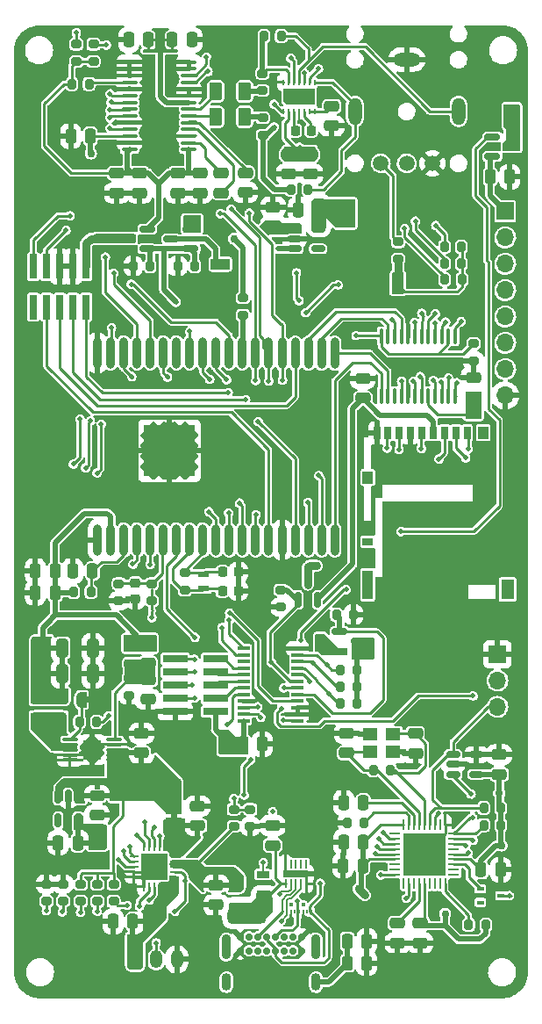
<source format=gtl>
%TF.GenerationSoftware,KiCad,Pcbnew,(6.0.5-0)*%
%TF.CreationDate,2022-09-11T18:06:33+10:00*%
%TF.ProjectId,gay-ipod,6761792d-6970-46f6-942e-6b696361645f,rev?*%
%TF.SameCoordinates,Original*%
%TF.FileFunction,Copper,L1,Top*%
%TF.FilePolarity,Positive*%
%FSLAX46Y46*%
G04 Gerber Fmt 4.6, Leading zero omitted, Abs format (unit mm)*
G04 Created by KiCad (PCBNEW (6.0.5-0)) date 2022-09-11 18:06:33*
%MOMM*%
%LPD*%
G01*
G04 APERTURE LIST*
G04 Aperture macros list*
%AMRoundRect*
0 Rectangle with rounded corners*
0 $1 Rounding radius*
0 $2 $3 $4 $5 $6 $7 $8 $9 X,Y pos of 4 corners*
0 Add a 4 corners polygon primitive as box body*
4,1,4,$2,$3,$4,$5,$6,$7,$8,$9,$2,$3,0*
0 Add four circle primitives for the rounded corners*
1,1,$1+$1,$2,$3*
1,1,$1+$1,$4,$5*
1,1,$1+$1,$6,$7*
1,1,$1+$1,$8,$9*
0 Add four rect primitives between the rounded corners*
20,1,$1+$1,$2,$3,$4,$5,0*
20,1,$1+$1,$4,$5,$6,$7,0*
20,1,$1+$1,$6,$7,$8,$9,0*
20,1,$1+$1,$8,$9,$2,$3,0*%
%AMOutline5P*
0 Free polygon, 5 corners , with rotation*
0 The origin of the aperture is its center*
0 number of corners: always 5*
0 $1 to $10 corner X, Y*
0 $11 Rotation angle, in degrees counterclockwise*
0 create outline with 5 corners*
4,1,5,$1,$2,$3,$4,$5,$6,$7,$8,$9,$10,$1,$2,$11*%
%AMOutline6P*
0 Free polygon, 6 corners , with rotation*
0 The origin of the aperture is its center*
0 number of corners: always 6*
0 $1 to $12 corner X, Y*
0 $13 Rotation angle, in degrees counterclockwise*
0 create outline with 6 corners*
4,1,6,$1,$2,$3,$4,$5,$6,$7,$8,$9,$10,$11,$12,$1,$2,$13*%
%AMOutline7P*
0 Free polygon, 7 corners , with rotation*
0 The origin of the aperture is its center*
0 number of corners: always 7*
0 $1 to $14 corner X, Y*
0 $15 Rotation angle, in degrees counterclockwise*
0 create outline with 7 corners*
4,1,7,$1,$2,$3,$4,$5,$6,$7,$8,$9,$10,$11,$12,$13,$14,$1,$2,$15*%
%AMOutline8P*
0 Free polygon, 8 corners , with rotation*
0 The origin of the aperture is its center*
0 number of corners: always 8*
0 $1 to $16 corner X, Y*
0 $17 Rotation angle, in degrees counterclockwise*
0 create outline with 8 corners*
4,1,8,$1,$2,$3,$4,$5,$6,$7,$8,$9,$10,$11,$12,$13,$14,$15,$16,$1,$2,$17*%
%AMFreePoly0*
4,1,20,0.000000,0.744959,0.073905,0.744508,0.209726,0.703889,0.328688,0.626782,0.421226,0.519385,0.479903,0.390333,0.500000,0.250000,0.500000,-0.250000,0.499851,-0.262216,0.476331,-0.402017,0.414519,-0.529596,0.319384,-0.634700,0.198574,-0.708877,0.061801,-0.746166,0.000000,-0.745033,0.000000,-0.750000,-0.500000,-0.750000,-0.500000,0.750000,0.000000,0.750000,0.000000,0.744959,
0.000000,0.744959,$1*%
%AMFreePoly1*
4,1,22,0.500000,-0.750000,0.000000,-0.750000,0.000000,-0.745033,-0.079941,-0.743568,-0.215256,-0.701293,-0.333266,-0.622738,-0.424486,-0.514219,-0.481581,-0.384460,-0.499164,-0.250000,-0.500000,-0.250000,-0.500000,0.250000,-0.499164,0.250000,-0.499963,0.256109,-0.478152,0.396186,-0.417904,0.524511,-0.324060,0.630769,-0.204165,0.706417,-0.067858,0.745374,0.000000,0.744959,0.000000,0.750000,
0.500000,0.750000,0.500000,-0.750000,0.500000,-0.750000,$1*%
G04 Aperture macros list end*
%TA.AperFunction,ComponentPad*%
%ADD10C,0.800000*%
%TD*%
%TA.AperFunction,SMDPad,CuDef*%
%ADD11R,5.000000X5.000000*%
%TD*%
%TA.AperFunction,SMDPad,CuDef*%
%ADD12O,0.900000X3.000000*%
%TD*%
%TA.AperFunction,SMDPad,CuDef*%
%ADD13R,2.400000X0.740000*%
%TD*%
%TA.AperFunction,SMDPad,CuDef*%
%ADD14RoundRect,0.200000X0.275000X-0.200000X0.275000X0.200000X-0.275000X0.200000X-0.275000X-0.200000X0*%
%TD*%
%TA.AperFunction,SMDPad,CuDef*%
%ADD15RoundRect,0.250000X-0.250000X-0.475000X0.250000X-0.475000X0.250000X0.475000X-0.250000X0.475000X0*%
%TD*%
%TA.AperFunction,SMDPad,CuDef*%
%ADD16RoundRect,0.250000X0.250000X0.475000X-0.250000X0.475000X-0.250000X-0.475000X0.250000X-0.475000X0*%
%TD*%
%TA.AperFunction,SMDPad,CuDef*%
%ADD17RoundRect,0.225000X-0.225000X-0.250000X0.225000X-0.250000X0.225000X0.250000X-0.225000X0.250000X0*%
%TD*%
%TA.AperFunction,SMDPad,CuDef*%
%ADD18Outline5P,-1.500000X0.800000X1.500000X0.800000X1.500000X-0.800000X-1.180000X-0.800000X-1.500000X-0.480000X0.000000*%
%TD*%
%TA.AperFunction,SMDPad,CuDef*%
%ADD19R,0.250000X0.600000*%
%TD*%
%TA.AperFunction,SMDPad,CuDef*%
%ADD20RoundRect,0.200000X-0.200000X-0.275000X0.200000X-0.275000X0.200000X0.275000X-0.200000X0.275000X0*%
%TD*%
%TA.AperFunction,SMDPad,CuDef*%
%ADD21RoundRect,0.200000X-0.275000X0.200000X-0.275000X-0.200000X0.275000X-0.200000X0.275000X0.200000X0*%
%TD*%
%TA.AperFunction,SMDPad,CuDef*%
%ADD22RoundRect,0.150000X0.150000X-0.587500X0.150000X0.587500X-0.150000X0.587500X-0.150000X-0.587500X0*%
%TD*%
%TA.AperFunction,SMDPad,CuDef*%
%ADD23RoundRect,0.100000X0.100000X-0.637500X0.100000X0.637500X-0.100000X0.637500X-0.100000X-0.637500X0*%
%TD*%
%TA.AperFunction,SMDPad,CuDef*%
%ADD24RoundRect,0.200000X0.200000X0.275000X-0.200000X0.275000X-0.200000X-0.275000X0.200000X-0.275000X0*%
%TD*%
%TA.AperFunction,SMDPad,CuDef*%
%ADD25R,0.740000X2.400000*%
%TD*%
%TA.AperFunction,SMDPad,CuDef*%
%ADD26R,1.680000X1.880000*%
%TD*%
%TA.AperFunction,ComponentPad*%
%ADD27C,0.500000*%
%TD*%
%TA.AperFunction,SMDPad,CuDef*%
%ADD28RoundRect,0.075000X0.650000X0.075000X-0.650000X0.075000X-0.650000X-0.075000X0.650000X-0.075000X0*%
%TD*%
%TA.AperFunction,SMDPad,CuDef*%
%ADD29RoundRect,0.150000X0.587500X0.150000X-0.587500X0.150000X-0.587500X-0.150000X0.587500X-0.150000X0*%
%TD*%
%TA.AperFunction,SMDPad,CuDef*%
%ADD30RoundRect,0.250000X0.475000X-0.250000X0.475000X0.250000X-0.475000X0.250000X-0.475000X-0.250000X0*%
%TD*%
%TA.AperFunction,SMDPad,CuDef*%
%ADD31RoundRect,0.250000X-0.325000X-0.650000X0.325000X-0.650000X0.325000X0.650000X-0.325000X0.650000X0*%
%TD*%
%TA.AperFunction,SMDPad,CuDef*%
%ADD32RoundRect,0.062500X-0.062500X0.350000X-0.062500X-0.350000X0.062500X-0.350000X0.062500X0.350000X0*%
%TD*%
%TA.AperFunction,SMDPad,CuDef*%
%ADD33RoundRect,0.062500X-0.350000X0.062500X-0.350000X-0.062500X0.350000X-0.062500X0.350000X0.062500X0*%
%TD*%
%TA.AperFunction,SMDPad,CuDef*%
%ADD34R,2.500000X2.500000*%
%TD*%
%TA.AperFunction,SMDPad,CuDef*%
%ADD35RoundRect,0.250000X-0.475000X0.250000X-0.475000X-0.250000X0.475000X-0.250000X0.475000X0.250000X0*%
%TD*%
%TA.AperFunction,ComponentPad*%
%ADD36C,1.508000*%
%TD*%
%TA.AperFunction,ComponentPad*%
%ADD37O,1.308000X2.616000*%
%TD*%
%TA.AperFunction,ComponentPad*%
%ADD38O,2.616000X1.308000*%
%TD*%
%TA.AperFunction,SMDPad,CuDef*%
%ADD39FreePoly0,90.000000*%
%TD*%
%TA.AperFunction,SMDPad,CuDef*%
%ADD40FreePoly1,90.000000*%
%TD*%
%TA.AperFunction,SMDPad,CuDef*%
%ADD41RoundRect,0.150000X-0.512500X-0.150000X0.512500X-0.150000X0.512500X0.150000X-0.512500X0.150000X0*%
%TD*%
%TA.AperFunction,SMDPad,CuDef*%
%ADD42R,1.400000X1.200000*%
%TD*%
%TA.AperFunction,SMDPad,CuDef*%
%ADD43RoundRect,0.150000X-0.150000X0.512500X-0.150000X-0.512500X0.150000X-0.512500X0.150000X0.512500X0*%
%TD*%
%TA.AperFunction,SMDPad,CuDef*%
%ADD44R,1.200000X0.400000*%
%TD*%
%TA.AperFunction,SMDPad,CuDef*%
%ADD45RoundRect,0.150000X-0.587500X-0.150000X0.587500X-0.150000X0.587500X0.150000X-0.587500X0.150000X0*%
%TD*%
%TA.AperFunction,SMDPad,CuDef*%
%ADD46FreePoly0,0.000000*%
%TD*%
%TA.AperFunction,SMDPad,CuDef*%
%ADD47FreePoly1,0.000000*%
%TD*%
%TA.AperFunction,SMDPad,CuDef*%
%ADD48R,1.000000X1.200000*%
%TD*%
%TA.AperFunction,SMDPad,CuDef*%
%ADD49R,1.000000X2.800000*%
%TD*%
%TA.AperFunction,SMDPad,CuDef*%
%ADD50R,1.300000X1.900000*%
%TD*%
%TA.AperFunction,SMDPad,CuDef*%
%ADD51R,1.000000X0.800000*%
%TD*%
%TA.AperFunction,SMDPad,CuDef*%
%ADD52R,0.700000X1.200000*%
%TD*%
%TA.AperFunction,SMDPad,CuDef*%
%ADD53RoundRect,0.225000X0.225000X0.250000X-0.225000X0.250000X-0.225000X-0.250000X0.225000X-0.250000X0*%
%TD*%
%TA.AperFunction,SMDPad,CuDef*%
%ADD54R,0.300000X0.400000*%
%TD*%
%TA.AperFunction,SMDPad,CuDef*%
%ADD55R,0.254000X0.406400*%
%TD*%
%TA.AperFunction,SMDPad,CuDef*%
%ADD56R,0.254000X0.508000*%
%TD*%
%TA.AperFunction,SMDPad,CuDef*%
%ADD57RoundRect,0.225000X0.250000X-0.225000X0.250000X0.225000X-0.250000X0.225000X-0.250000X-0.225000X0*%
%TD*%
%TA.AperFunction,SMDPad,CuDef*%
%ADD58R,4.100000X4.100000*%
%TD*%
%TA.AperFunction,SMDPad,CuDef*%
%ADD59RoundRect,0.062500X-0.062500X-0.475000X0.062500X-0.475000X0.062500X0.475000X-0.062500X0.475000X0*%
%TD*%
%TA.AperFunction,SMDPad,CuDef*%
%ADD60RoundRect,0.062500X-0.475000X-0.062500X0.475000X-0.062500X0.475000X0.062500X-0.475000X0.062500X0*%
%TD*%
%TA.AperFunction,SMDPad,CuDef*%
%ADD61R,1.100000X0.600000*%
%TD*%
%TA.AperFunction,ComponentPad*%
%ADD62O,1.200000X1.750000*%
%TD*%
%TA.AperFunction,ComponentPad*%
%ADD63RoundRect,0.250000X-0.350000X-0.625000X0.350000X-0.625000X0.350000X0.625000X-0.350000X0.625000X0*%
%TD*%
%TA.AperFunction,SMDPad,CuDef*%
%ADD64RoundRect,0.100000X0.637500X0.100000X-0.637500X0.100000X-0.637500X-0.100000X0.637500X-0.100000X0*%
%TD*%
%TA.AperFunction,ComponentPad*%
%ADD65O,1.700000X1.700000*%
%TD*%
%TA.AperFunction,ComponentPad*%
%ADD66R,1.700000X1.700000*%
%TD*%
%TA.AperFunction,SMDPad,CuDef*%
%ADD67R,0.700000X0.450000*%
%TD*%
%TA.AperFunction,SMDPad,CuDef*%
%ADD68RoundRect,0.250000X-0.375000X-0.625000X0.375000X-0.625000X0.375000X0.625000X-0.375000X0.625000X0*%
%TD*%
%TA.AperFunction,SMDPad,CuDef*%
%ADD69RoundRect,0.250000X-0.262500X-0.450000X0.262500X-0.450000X0.262500X0.450000X-0.262500X0.450000X0*%
%TD*%
%TA.AperFunction,ComponentPad*%
%ADD70O,0.900000X1.700000*%
%TD*%
%TA.AperFunction,ComponentPad*%
%ADD71O,0.900000X2.400000*%
%TD*%
%TA.AperFunction,ComponentPad*%
%ADD72C,0.700000*%
%TD*%
%TA.AperFunction,SMDPad,CuDef*%
%ADD73R,2.489200X0.736600*%
%TD*%
%TA.AperFunction,SMDPad,CuDef*%
%ADD74R,0.254000X0.812800*%
%TD*%
%TA.AperFunction,SMDPad,CuDef*%
%ADD75R,3.400000X1.300000*%
%TD*%
%TA.AperFunction,SMDPad,CuDef*%
%ADD76R,1.220000X0.650000*%
%TD*%
%TA.AperFunction,ViaPad*%
%ADD77C,0.508000*%
%TD*%
%TA.AperFunction,ViaPad*%
%ADD78C,0.762000*%
%TD*%
%TA.AperFunction,Conductor*%
%ADD79C,0.254000*%
%TD*%
%TA.AperFunction,Conductor*%
%ADD80C,0.508000*%
%TD*%
%TA.AperFunction,Conductor*%
%ADD81C,0.762000*%
%TD*%
%TA.AperFunction,Conductor*%
%ADD82C,0.152400*%
%TD*%
G04 APERTURE END LIST*
%TO.C,JP201*%
G36*
X131000000Y-134250000D02*
G01*
X130400000Y-134250000D01*
X130400000Y-133750000D01*
X131000000Y-133750000D01*
X131000000Y-134250000D01*
G37*
%TO.C,JP202*%
G36*
X122675000Y-123125000D02*
G01*
X122175000Y-123125000D01*
X122175000Y-122525000D01*
X122675000Y-122525000D01*
X122675000Y-123125000D01*
G37*
%TD*%
D10*
%TO.P,U101,39,GND*%
%TO.N,GND*%
X129269996Y-96800006D03*
X131269996Y-100800006D03*
X132269996Y-98800006D03*
X131269996Y-98800006D03*
X129269996Y-98800006D03*
X128269996Y-99800006D03*
X130269996Y-97800006D03*
X132269996Y-100800006D03*
X129269996Y-97800006D03*
X128269996Y-100800006D03*
X130269996Y-100800006D03*
X132269996Y-99800006D03*
X130269996Y-98800006D03*
X131269996Y-97800006D03*
X132269996Y-97800006D03*
X128269996Y-97800006D03*
X129269996Y-99800006D03*
X130269996Y-96800006D03*
X130269996Y-99800006D03*
X131269996Y-99800006D03*
X128269996Y-96800006D03*
X131269996Y-96800006D03*
X128269996Y-98800006D03*
X132269996Y-96800006D03*
D11*
X130279996Y-98800006D03*
D10*
X129269996Y-100800006D03*
D12*
%TO.P,U101,38,GND*%
X123359996Y-89370006D03*
%TO.P,U101,37,IO23*%
%TO.N,DISPLAY_MOSI*%
X124629996Y-89370006D03*
%TO.P,U101,36,IO22*%
%TO.N,DISPLAY_QUADWP*%
X125899996Y-89370006D03*
%TO.P,U101,35,TXD0/IO1*%
%TO.N,UART_TXD*%
X127169996Y-89370006D03*
%TO.P,U101,34,RXD0/IO3*%
%TO.N,UART_RXD*%
X128439996Y-89370006D03*
%TO.P,U101,33,IO21*%
%TO.N,DISPLAY_QUADHD*%
X129709996Y-89370006D03*
%TO.P,U101,32,NC*%
%TO.N,unconnected-(U101-Pad32)*%
X130979996Y-89370006D03*
%TO.P,U101,31,IO19*%
%TO.N,DISPLAY_MISO*%
X132249996Y-89370006D03*
%TO.P,U101,30,IO18*%
%TO.N,DISPLAY_SCLK*%
X133519996Y-89370006D03*
%TO.P,U101,29,IO5*%
%TO.N,DISPLAY_CS*%
X134789996Y-89370006D03*
%TO.P,U101,28,IO17*%
%TO.N,DAC_DIN*%
X136059996Y-89370006D03*
%TO.P,U101,27,IO16*%
%TO.N,Net-(R105-Pad1)*%
X137329996Y-89370006D03*
%TO.P,U101,26,IO4*%
%TO.N,ESP_SCL*%
X138599996Y-89370006D03*
%TO.P,U101,25,IO0*%
%TO.N,ESP_SDA*%
X139869996Y-89370006D03*
%TO.P,U101,24,IO2*%
%TO.N,Net-(R102-Pad2)*%
X141169996Y-89400006D03*
%TO.P,U101,23,IO15*%
%TO.N,JTAG_TDO*%
X142439996Y-89400006D03*
%TO.P,U101,22,SDI/SD1*%
%TO.N,ESP_SD_DAT1*%
X143709996Y-89400006D03*
%TO.P,U101,21,SDO/SD0*%
%TO.N,ESP_SD_DAT0*%
X144979996Y-89400006D03*
%TO.P,U101,20,SCK/CLK*%
%TO.N,ESP_SD_CLK*%
X146249996Y-89400006D03*
%TO.P,U101,19,SCS/CMD*%
%TO.N,ESP_SD_CMD*%
X146249996Y-107400006D03*
%TO.P,U101,18,SWP/SD3*%
%TO.N,ESP_SD_DAT3*%
X144979996Y-107400006D03*
%TO.P,U101,17,SHD/SD2*%
%TO.N,ESP_SD_DAT2*%
X143709996Y-107400006D03*
%TO.P,U101,16,IO13*%
%TO.N,JTAG_TCK*%
X142439996Y-107400006D03*
%TO.P,U101,15,GND*%
%TO.N,GND*%
X141169996Y-107400006D03*
%TO.P,U101,14,IO12*%
%TO.N,JTAG_TDI*%
X139869996Y-107400006D03*
%TO.P,U101,13,IO14*%
%TO.N,JTAG_TMS*%
X138599996Y-107400006D03*
%TO.P,U101,12,IO27*%
%TO.N,DAC_LRCK*%
X137329996Y-107400006D03*
%TO.P,U101,11,IO26*%
%TO.N,DAC_BCK*%
X136059996Y-107400006D03*
%TO.P,U101,10,IO25*%
%TO.N,DAC_SCK*%
X134789996Y-107400006D03*
%TO.P,U101,9,IO33*%
%TO.N,Net-(C106-Pad1)*%
X133519996Y-107400006D03*
%TO.P,U101,8,IO32*%
%TO.N,Net-(C107-Pad2)*%
X132249996Y-107400006D03*
%TO.P,U101,7,IO35*%
%TO.N,LOCK_SW*%
X130979996Y-107400006D03*
%TO.P,U101,6,IO34*%
%TO.N,BAT_LEVEL*%
X129709996Y-107400006D03*
%TO.P,U101,5,SENSOR_VN*%
%TO.N,SPARE_ANALOG_2*%
X128439996Y-107400006D03*
%TO.P,U101,4,SENSOR_VP*%
%TO.N,SPARE_ANALOG_1*%
X127169996Y-107400006D03*
%TO.P,U101,3,EN*%
%TO.N,Net-(C104-Pad1)*%
X125899996Y-107400006D03*
%TO.P,U101,2,VDD*%
%TO.N,+3V3*%
X124629996Y-107400006D03*
%TO.P,U101,1,GND*%
%TO.N,GND*%
X123359996Y-107400006D03*
%TD*%
D13*
%TO.P,J102,10,Pin_10*%
%TO.N,SPARE_ANALOG_2*%
X130850000Y-118860000D03*
%TO.P,J102,9,Pin_9*%
%TO.N,KEYS_ROW_0*%
X134750000Y-118860000D03*
%TO.P,J102,8,Pin_8*%
%TO.N,SPARE_ANALOG_1*%
X130850000Y-120130000D03*
%TO.P,J102,7,Pin_7*%
%TO.N,KEYS_ROW_1*%
X134750000Y-120130000D03*
%TO.P,J102,6,Pin_6*%
%TO.N,LOCK_SW*%
X130850000Y-121400000D03*
%TO.P,J102,5,Pin_5*%
%TO.N,KEYS_COL_0*%
X134750000Y-121400000D03*
%TO.P,J102,4,Pin_4*%
%TO.N,KEYS_CENTRE*%
X130850000Y-122670000D03*
%TO.P,J102,3,Pin_3*%
%TO.N,KEYS_COL_1*%
X134750000Y-122670000D03*
%TO.P,J102,2,Pin_2*%
%TO.N,GND*%
X130850000Y-123940000D03*
%TO.P,J102,1,Pin_1*%
%TO.N,+3V3*%
X134750000Y-123940000D03*
%TD*%
D14*
%TO.P,R303,2*%
%TO.N,Net-(R303-Pad2)*%
X122950000Y-59625000D03*
%TO.P,R303,1*%
%TO.N,3V3_AUDIO*%
X122950000Y-61275000D03*
%TD*%
%TO.P,R309,2*%
%TO.N,Net-(R309-Pad2)*%
X121300000Y-59625000D03*
%TO.P,R309,1*%
%TO.N,3V3_AUDIO*%
X121300000Y-61275000D03*
%TD*%
D15*
%TO.P,C302,2*%
%TO.N,GND*%
X132450000Y-59200000D03*
%TO.P,C302,1*%
%TO.N,3V3_ANALOG*%
X130550009Y-59200004D03*
%TD*%
D16*
%TO.P,C301,2*%
%TO.N,GND*%
X126350000Y-59200000D03*
%TO.P,C301,1*%
%TO.N,3V3_ANALOG*%
X128249991Y-59199992D03*
%TD*%
D17*
%TO.P,C312,2*%
%TO.N,Net-(C312-Pad2)*%
X143975000Y-67950000D03*
%TO.P,C312,1*%
%TO.N,Net-(C312-Pad1)*%
X142425000Y-67950000D03*
%TD*%
D18*
%TO.P,U301,15,EP*%
%TO.N,unconnected-(U301-Pad15)*%
X142800000Y-64700000D03*
D19*
%TO.P,U301,14,SGND*%
%TO.N,GND*%
X141300000Y-63300000D03*
%TO.P,U301,13,R_IN*%
%TO.N,Net-(R305-Pad1)*%
X141800000Y-63300000D03*
%TO.P,U301,12,SD_RC*%
%TO.N,Net-(R309-Pad2)*%
X142300000Y-63300000D03*
%TO.P,U301,11,R_OUT*%
%TO.N,Net-(J301-Pad3)*%
X142800000Y-63300000D03*
%TO.P,U301,10,L_IN*%
%TO.N,Net-(R302-Pad1)*%
X143300000Y-63300000D03*
%TO.P,U301,9,AVDD*%
%TO.N,3V3_ANALOG*%
X143800000Y-63300000D03*
%TO.P,U301,8,L_OUT*%
%TO.N,Net-(J301-Pad2)*%
X144300000Y-63300000D03*
%TO.P,U301,7,-AVDD*%
%TO.N,Net-(C313-Pad2)*%
X144300000Y-66100000D03*
%TO.P,U301,6,VCP_OUT*%
X143800000Y-66100000D03*
%TO.P,U301,5,CCP-*%
%TO.N,Net-(C312-Pad2)*%
X143300000Y-66100000D03*
%TO.P,U301,4,PNG*%
%TO.N,GND*%
X142800000Y-66100000D03*
%TO.P,U301,3,CCP+*%
%TO.N,Net-(C312-Pad1)*%
X142300000Y-66100000D03*
%TO.P,U301,2,CPVDD*%
%TO.N,3V3_ANALOG*%
X141800000Y-66100000D03*
%TO.P,U301,1,SD_LC*%
%TO.N,Net-(R303-Pad2)*%
X141300000Y-66100000D03*
%TD*%
D20*
%TO.P,R310,2*%
%TO.N,Net-(J301-Pad3)*%
X141075000Y-58850000D03*
%TO.P,R310,1*%
%TO.N,Net-(R305-Pad1)*%
X139425000Y-58850000D03*
%TD*%
D21*
%TO.P,R305,2*%
%TO.N,Net-(C308-Pad2)*%
X139275000Y-64075000D03*
%TO.P,R305,1*%
%TO.N,Net-(R305-Pad1)*%
X139275000Y-62425000D03*
%TD*%
%TO.P,R304,2*%
%TO.N,Net-(R302-Pad1)*%
X139300000Y-68375000D03*
%TO.P,R304,1*%
%TO.N,Net-(C306-Pad2)*%
X139300000Y-66725000D03*
%TD*%
D20*
%TO.P,R302,2*%
%TO.N,Net-(J301-Pad2)*%
X143675000Y-73600000D03*
%TO.P,R302,1*%
%TO.N,Net-(R302-Pad1)*%
X142025000Y-73600000D03*
%TD*%
D22*
%TO.P,Q403,3,D*%
%TO.N,+3V3*%
X143650000Y-111312500D03*
%TO.P,Q403,2,S*%
%TO.N,SD_VDD*%
X144600000Y-113187500D03*
%TO.P,Q403,1,G*%
%TO.N,SD_VDD_EN*%
X142700000Y-113187500D03*
%TD*%
D23*
%TO.P,U405,24,IN1*%
%TO.N,SD_MUX_SW*%
X150725000Y-87787500D03*
%TO.P,U405,23,NC3*%
%TO.N,ESP_SD_DAT0*%
X151375000Y-87787500D03*
%TO.P,U405,22,NC6*%
%TO.N,ESP_SD_DAT3*%
X152025000Y-87787500D03*
%TO.P,U405,21,NC4*%
%TO.N,ESP_SD_DAT1*%
X152675000Y-87787500D03*
%TO.P,U405,20,~{EN}*%
%TO.N,GND*%
X153325000Y-87787500D03*
%TO.P,U405,19,NC5*%
%TO.N,ESP_SD_DAT2*%
X153975000Y-87787500D03*
%TO.P,U405,18,NO5*%
%TO.N,USB_SD_DAT2*%
X154625000Y-87787500D03*
%TO.P,U405,17,NO4*%
%TO.N,USB_SD_DAT1*%
X155275000Y-87787500D03*
%TO.P,U405,16,NO6*%
%TO.N,USB_SD_DAT3*%
X155925000Y-87787500D03*
%TO.P,U405,15,NO3*%
%TO.N,USB_SD_DAT0*%
X156575000Y-87787500D03*
%TO.P,U405,14,IN2*%
%TO.N,SD_MUX_SW*%
X157225000Y-87787500D03*
%TO.P,U405,13,NO2*%
%TO.N,USB_SD_CMD*%
X157875000Y-87787500D03*
%TO.P,U405,12,COM6*%
%TO.N,SD_DAT3*%
X157875000Y-93512500D03*
%TO.P,U405,11,NO1*%
%TO.N,USB_SD_CLK*%
X157225000Y-93512500D03*
%TO.P,U405,10,COM5*%
%TO.N,SD_DAT2*%
X156575000Y-93512500D03*
%TO.P,U405,9,COM4*%
%TO.N,SD_DAT1*%
X155925000Y-93512500D03*
%TO.P,U405,8,VCC*%
%TO.N,+3V3*%
X155275000Y-93512500D03*
%TO.P,U405,7,COM3*%
%TO.N,SD_DAT0*%
X154625000Y-93512500D03*
%TO.P,U405,6,COM2*%
%TO.N,SD_CMD*%
X153975000Y-93512500D03*
%TO.P,U405,5,GND*%
%TO.N,GND*%
X153325000Y-93512500D03*
%TO.P,U405,4,COM1*%
%TO.N,SD_CLK*%
X152675000Y-93512500D03*
%TO.P,U405,3,N.C.*%
%TO.N,unconnected-(U405-Pad3)*%
X152025000Y-93512500D03*
%TO.P,U405,2,NC1*%
%TO.N,ESP_SD_CLK*%
X151375000Y-93512500D03*
%TO.P,U405,1,NC2*%
%TO.N,ESP_SD_CMD*%
X150725000Y-93512500D03*
%TD*%
D24*
%TO.P,R210,2*%
%TO.N,CHG_STAT2*%
X146775000Y-119950000D03*
%TO.P,R210,1*%
%TO.N,+3V3*%
X148425000Y-119950000D03*
%TD*%
%TO.P,R207,1*%
%TO.N,+3V3*%
X148425000Y-123150000D03*
%TO.P,R207,2*%
%TO.N,~{CHG_PWR_OK}*%
X146775000Y-123150000D03*
%TD*%
%TO.P,R209,1*%
%TO.N,+3V3*%
X148425000Y-121550000D03*
%TO.P,R209,2*%
%TO.N,CHG_STAT1*%
X146775000Y-121550000D03*
%TD*%
D25*
%TO.P,U103,10,nRst*%
%TO.N,unconnected-(U103-Pad10)*%
X117160000Y-84950000D03*
%TO.P,U103,9,UART_RX*%
%TO.N,UART_RXD*%
X117160000Y-81050000D03*
%TO.P,U103,8,TDI*%
%TO.N,JTAG_TDI*%
X118430000Y-84950000D03*
%TO.P,U103,7,UART_TX*%
%TO.N,UART_TXD*%
X118430000Y-81050000D03*
%TO.P,U103,6,TDO*%
%TO.N,JTAG_TDO*%
X119700000Y-84950000D03*
%TO.P,U103,5,GND*%
%TO.N,GND*%
X119700000Y-81050000D03*
%TO.P,U103,4,TCK*%
%TO.N,JTAG_TCK*%
X120970000Y-84950000D03*
%TO.P,U103,3,GND*%
%TO.N,GND*%
X120970000Y-81050000D03*
%TO.P,U103,2,TMS*%
%TO.N,JTAG_TMS*%
X122240000Y-84950000D03*
%TO.P,U103,1,vRef*%
%TO.N,+3V3*%
X122240000Y-81050000D03*
%TD*%
D16*
%TO.P,C212,2*%
%TO.N,GND*%
X142750000Y-75550000D03*
%TO.P,C212,1*%
%TO.N,3V3_ANALOG*%
X144650000Y-75550000D03*
%TD*%
D14*
%TO.P,R201,2*%
%TO.N,Net-(R201-Pad2)*%
X138100000Y-133375000D03*
%TO.P,R201,1*%
%TO.N,GND*%
X138100000Y-135025000D03*
%TD*%
D26*
%TO.P,U202,11,EP*%
%TO.N,GND*%
X122825000Y-127625000D03*
D27*
X122275000Y-128275000D03*
X123375000Y-126975000D03*
X123375000Y-128275000D03*
X122275000Y-126975000D03*
D28*
%TO.P,U202,10,PGND*%
X120675000Y-128625000D03*
%TO.P,U202,9,PGND*%
X120675000Y-128125000D03*
%TO.P,U202,8,SW*%
%TO.N,Net-(L201-Pad1)*%
X120675000Y-127625000D03*
%TO.P,U202,7,SW*%
X120675000Y-127125000D03*
%TO.P,U202,6,MODE*%
%TO.N,Net-(JP202-Pad1)*%
X120675000Y-126625000D03*
%TO.P,U202,5,FB*%
%TO.N,Net-(C204-Pad1)*%
X124975000Y-126625000D03*
%TO.P,U202,4,GND*%
%TO.N,GND*%
X124975000Y-127125000D03*
%TO.P,U202,3,VIN*%
%TO.N,SYS_POWER*%
X124975000Y-127625000D03*
%TO.P,U202,2,VIN*%
X124975000Y-128125000D03*
%TO.P,U202,1,EN*%
X124975000Y-128625000D03*
%TD*%
D21*
%TO.P,R107,2*%
%TO.N,Net-(C107-Pad2)*%
X131775000Y-112225000D03*
%TO.P,R107,1*%
%TO.N,Net-(C106-Pad1)*%
X131775000Y-110575000D03*
%TD*%
D29*
%TO.P,Q301,3,D*%
%TO.N,+1V8*%
X130462500Y-78400000D03*
%TO.P,Q301,2,S*%
%TO.N,1V8_AUDIO*%
X132337500Y-77450000D03*
%TO.P,Q301,1,G*%
%TO.N,3V3_AUDIO_EN*%
X132337500Y-79350000D03*
%TD*%
D30*
%TO.P,C204,2*%
%TO.N,+3V3*%
X128200000Y-117375000D03*
%TO.P,C204,1*%
%TO.N,Net-(C204-Pad1)*%
X128200000Y-119275000D03*
%TD*%
D21*
%TO.P,R211,2*%
%TO.N,Net-(C204-Pad1)*%
X126400000Y-119350000D03*
%TO.P,R211,1*%
%TO.N,+3V3*%
X126400000Y-117700000D03*
%TD*%
D31*
%TO.P,C207,2*%
%TO.N,GND*%
X122900000Y-117825000D03*
%TO.P,C207,1*%
%TO.N,+3V3*%
X119950000Y-117825000D03*
%TD*%
D24*
%TO.P,R213,2*%
%TO.N,Net-(JP202-Pad1)*%
X121600000Y-124925000D03*
%TO.P,R213,1*%
%TO.N,SYS_POWER*%
X123250000Y-124925000D03*
%TD*%
D32*
%TO.P,U201,1,OUT*%
%TO.N,Net-(C203-Pad1)*%
X129800000Y-136962500D03*
%TO.P,U201,2,VPCC*%
%TO.N,Net-(R201-Pad2)*%
X129300000Y-136962500D03*
%TO.P,U201,3,SEL*%
%TO.N,Net-(R203-Pad2)*%
X128800000Y-136962500D03*
%TO.P,U201,4,PROG2*%
%TO.N,Net-(R204-Pad2)*%
X128300000Y-136962500D03*
%TO.P,U201,5,THERM*%
%TO.N,NTC*%
X127800000Y-136962500D03*
D33*
%TO.P,U201,6,~{PG}*%
%TO.N,~{CHG_PWR_OK}*%
X126862500Y-137900000D03*
%TO.P,U201,7,STAT2*%
%TO.N,CHG_STAT2*%
X126862500Y-138400000D03*
%TO.P,U201,8,STAT1/~{LBO}*%
%TO.N,CHG_STAT1*%
X126862500Y-138900000D03*
%TO.P,U201,9,~{TE}*%
%TO.N,GND*%
X126862500Y-139400000D03*
%TO.P,U201,10,VSS*%
X126862500Y-139900000D03*
D32*
%TO.P,U201,11,VSS*%
X127800000Y-140837500D03*
%TO.P,U201,12,PROG3*%
%TO.N,PROG3*%
X128300000Y-140837500D03*
%TO.P,U201,13,PROG1*%
%TO.N,PROG1*%
X128800000Y-140837500D03*
%TO.P,U201,14,VBAT*%
%TO.N,BAT*%
X129300000Y-140837500D03*
%TO.P,U201,15,VBAT*%
X129800000Y-140837500D03*
D33*
%TO.P,U201,16,Vbat_SENSE*%
X130737500Y-139900000D03*
%TO.P,U201,17,CE*%
%TO.N,Net-(R208-Pad2)*%
X130737500Y-139400000D03*
%TO.P,U201,18,IN*%
%TO.N,VBUS_SWITCHED*%
X130737500Y-138900000D03*
%TO.P,U201,19,IN*%
X130737500Y-138400000D03*
%TO.P,U201,20,OUT*%
%TO.N,Net-(C203-Pad1)*%
X130737500Y-137900000D03*
D34*
%TO.P,U201,21,VSS*%
%TO.N,GND*%
X128800000Y-138900000D03*
%TD*%
D35*
%TO.P,C201,2*%
%TO.N,GND*%
X134800000Y-142600000D03*
%TO.P,C201,1*%
%TO.N,VBUS_SWITCHED*%
X134800000Y-140700000D03*
%TD*%
D36*
%TO.P,J301,6*%
%TO.N,Net-(J301-Pad6)*%
X150687500Y-71100000D03*
%TO.P,J301,5*%
%TO.N,~{3.5mm_DETECT}*%
X153187500Y-71100000D03*
%TO.P,J301,4*%
%TO.N,GND*%
X155687500Y-71100000D03*
D37*
%TO.P,J301,3*%
%TO.N,Net-(J301-Pad3)*%
X158187500Y-66100000D03*
%TO.P,J301,2*%
%TO.N,Net-(J301-Pad2)*%
X148187500Y-66100000D03*
D38*
%TO.P,J301,1*%
%TO.N,GND*%
X153187500Y-61100000D03*
%TD*%
D21*
%TO.P,R203,2*%
%TO.N,Net-(R203-Pad2)*%
X123300000Y-142250000D03*
%TO.P,R203,1*%
%TO.N,SYS_POWER*%
X123300000Y-140600000D03*
%TD*%
D39*
%TO.P,JP201,2,B*%
%TO.N,SYS_POWER*%
X130700000Y-133350000D03*
D40*
%TO.P,JP201,1,A*%
%TO.N,Net-(C203-Pad1)*%
X130700000Y-134650000D03*
%TD*%
D21*
%TO.P,R412,2*%
%TO.N,GND*%
X159650000Y-90125000D03*
%TO.P,R412,1*%
%TO.N,SD_MUX_SW*%
X159650000Y-88475000D03*
%TD*%
D16*
%TO.P,C202,2*%
%TO.N,GND*%
X124850000Y-144200000D03*
%TO.P,C202,1*%
%TO.N,BAT*%
X126750000Y-144200000D03*
%TD*%
D30*
%TO.P,C416,2*%
%TO.N,GND*%
X148950000Y-91850000D03*
%TO.P,C416,1*%
%TO.N,SD_VDD*%
X148950000Y-93750000D03*
%TD*%
%TO.P,C413,2*%
%TO.N,GND*%
X147400000Y-126050000D03*
%TO.P,C413,1*%
%TO.N,Net-(C413-Pad1)*%
X147400000Y-127950000D03*
%TD*%
D24*
%TO.P,R103,2*%
%TO.N,ESP_SCL*%
X156825000Y-80750000D03*
%TO.P,R103,1*%
%TO.N,+3V3*%
X158475000Y-80750000D03*
%TD*%
D41*
%TO.P,U403,5,WP*%
%TO.N,GND*%
X159937500Y-128100000D03*
%TO.P,U403,4,VCC*%
%TO.N,USB_VDD33*%
X159937500Y-130000000D03*
%TO.P,U403,3,SDA*%
%TO.N,Net-(J403-Pad2)*%
X157662500Y-130000000D03*
%TO.P,U403,2,GND*%
%TO.N,GND*%
X157662500Y-129050000D03*
%TO.P,U403,1,SCL*%
%TO.N,Net-(J403-Pad3)*%
X157662500Y-128100000D03*
%TD*%
D24*
%TO.P,R403,2*%
%TO.N,Net-(J403-Pad2)*%
X160625000Y-134900000D03*
%TO.P,R403,1*%
%TO.N,USB_VDD33*%
X162275000Y-134900000D03*
%TD*%
D35*
%TO.P,C314,2*%
%TO.N,GND*%
X137600000Y-73900000D03*
%TO.P,C314,1*%
%TO.N,Net-(C314-Pad1)*%
X137600000Y-72000000D03*
%TD*%
D15*
%TO.P,C403,2*%
%TO.N,USB_VDD33*%
X148950000Y-138800000D03*
%TO.P,C403,1*%
%TO.N,GND*%
X147050000Y-138800000D03*
%TD*%
D35*
%TO.P,C305,2*%
%TO.N,GND*%
X141800000Y-72150000D03*
%TO.P,C305,1*%
%TO.N,3V3_ANALOG*%
X141800000Y-70250000D03*
%TD*%
D42*
%TO.P,Y401,4,4*%
%TO.N,GND*%
X149700000Y-126150000D03*
%TO.P,Y401,3,3*%
%TO.N,Net-(C414-Pad2)*%
X151900000Y-126150000D03*
%TO.P,Y401,2,2*%
%TO.N,GND*%
X151900000Y-127850000D03*
%TO.P,Y401,1,1*%
%TO.N,Net-(C413-Pad1)*%
X149700000Y-127850000D03*
%TD*%
D43*
%TO.P,U203,5,OUT*%
%TO.N,+1V8*%
X121450000Y-134437500D03*
%TO.P,U203,4,NC*%
%TO.N,unconnected-(U203-Pad4)*%
X119550000Y-134437500D03*
%TO.P,U203,3,EN*%
%TO.N,SYS_POWER*%
X119550000Y-132162500D03*
%TO.P,U203,2,GND*%
%TO.N,GND*%
X120500000Y-132162500D03*
%TO.P,U203,1,IN*%
%TO.N,SYS_POWER*%
X121450000Y-132162500D03*
%TD*%
D16*
%TO.P,C103,2*%
%TO.N,GND*%
X117350000Y-112500000D03*
%TO.P,C103,1*%
%TO.N,+3V3*%
X119250000Y-112500000D03*
%TD*%
D15*
%TO.P,C105,2*%
%TO.N,GND*%
X139250000Y-127100000D03*
%TO.P,C105,1*%
%TO.N,+3V3*%
X137350000Y-127100000D03*
%TD*%
D35*
%TO.P,C311,2*%
%TO.N,Net-(C311-Pad2)*%
X135300000Y-73950000D03*
%TO.P,C311,1*%
%TO.N,Net-(C311-Pad1)*%
X135300000Y-72050000D03*
%TD*%
D24*
%TO.P,R101,2*%
%TO.N,+3V3*%
X121050000Y-112400000D03*
%TO.P,R101,1*%
%TO.N,Net-(C104-Pad1)*%
X122700000Y-112400000D03*
%TD*%
D20*
%TO.P,R405,2*%
%TO.N,Net-(C414-Pad2)*%
X151625000Y-129600000D03*
%TO.P,R405,1*%
%TO.N,Net-(C413-Pad1)*%
X149975000Y-129600000D03*
%TD*%
D14*
%TO.P,R212,2*%
%TO.N,BAT_LEVEL*%
X128600000Y-111625000D03*
%TO.P,R212,1*%
%TO.N,BAT*%
X128600000Y-113275000D03*
%TD*%
D16*
%TO.P,C315,2*%
%TO.N,GND*%
X120750000Y-68475000D03*
%TO.P,C315,1*%
%TO.N,1V8_AUDIO*%
X122650000Y-68475000D03*
%TD*%
D21*
%TO.P,R215,2*%
%TO.N,GND*%
X125400000Y-113275000D03*
%TO.P,R215,1*%
%TO.N,BAT_LEVEL*%
X125400000Y-111625000D03*
%TD*%
D44*
%TO.P,U102,24,VDD*%
%TO.N,+3V3*%
X137450000Y-124842500D03*
%TO.P,U102,23,SDA*%
%TO.N,ESP_SDA*%
X137450000Y-124207500D03*
%TO.P,U102,22,SCL*%
%TO.N,ESP_SCL*%
X137450000Y-123572500D03*
%TO.P,U102,21,A0*%
%TO.N,GND*%
X137450000Y-122937500D03*
%TO.P,U102,20,IO1_7*%
%TO.N,KEYS_CENTRE*%
X137450000Y-122302500D03*
%TO.P,U102,19,IO1_6*%
%TO.N,KEYS_COL_1*%
X137450000Y-121667500D03*
%TO.P,U102,18,IO1_5*%
%TO.N,KEYS_COL_0*%
X137450000Y-121032500D03*
%TO.P,U102,17,IO1_4*%
%TO.N,KEYS_ROW_1*%
X137450000Y-120397500D03*
%TO.P,U102,16,IO1_3*%
%TO.N,KEYS_ROW_0*%
X137450000Y-119762500D03*
%TO.P,U102,15,IO1_2*%
%TO.N,~{AMP_ALERT}*%
X137450000Y-119127500D03*
%TO.P,U102,14,IO1_1*%
%TO.N,DAC_MUTE*%
X137450000Y-118492500D03*
%TO.P,U102,13,IO1_0*%
%TO.N,~{3.5mm_DETECT}*%
X137450000Y-117857500D03*
%TO.P,U102,12,VSS*%
%TO.N,GND*%
X142650000Y-117857500D03*
%TO.P,U102,11,IO0_7*%
%TO.N,CHG_STAT2*%
X142650000Y-118492500D03*
%TO.P,U102,10,IO0_6*%
%TO.N,CHG_STAT1*%
X142650000Y-119127500D03*
%TO.P,U102,9,IO0_5*%
%TO.N,~{CHG_PWR_OK}*%
X142650000Y-119762500D03*
%TO.P,U102,8,IO0_4*%
%TO.N,SD_MUX_SW*%
X142650000Y-120397500D03*
%TO.P,U102,7,IO0_3*%
%TO.N,SD_VDD_EN*%
X142650000Y-121032500D03*
%TO.P,U102,6,IO0_2*%
%TO.N,DISPLAY_EN*%
X142650000Y-121667500D03*
%TO.P,U102,5,IO0_1*%
%TO.N,USB_STORAGE_EN*%
X142650000Y-122302500D03*
%TO.P,U102,4,IO0_0*%
%TO.N,3V3_AUDIO_EN*%
X142650000Y-122937500D03*
%TO.P,U102,3,A2*%
%TO.N,GND*%
X142650000Y-123572500D03*
%TO.P,U102,2,A1*%
X142650000Y-124207500D03*
%TO.P,U102,1,~{INT}*%
%TO.N,Net-(R102-Pad2)*%
X142650000Y-124842500D03*
%TD*%
D45*
%TO.P,Q101,3,D*%
%TO.N,+3V3*%
X163337500Y-69500000D03*
%TO.P,Q101,2,S*%
%TO.N,Net-(C101-Pad1)*%
X161462500Y-70450000D03*
%TO.P,Q101,1,G*%
%TO.N,DISPLAY_EN*%
X161462500Y-68550000D03*
%TD*%
D20*
%TO.P,R306,2*%
%TO.N,Net-(R306-Pad2)*%
X122525000Y-63450000D03*
%TO.P,R306,1*%
%TO.N,3V3_AUDIO*%
X120875000Y-63450000D03*
%TD*%
D17*
%TO.P,C106,2*%
%TO.N,GND*%
X136950000Y-110500000D03*
%TO.P,C106,1*%
%TO.N,Net-(C106-Pad1)*%
X135400000Y-110500000D03*
%TD*%
D21*
%TO.P,R214,2*%
%TO.N,GND*%
X126400000Y-122375000D03*
%TO.P,R214,1*%
%TO.N,Net-(C204-Pad1)*%
X126400000Y-120725000D03*
%TD*%
D14*
%TO.P,R206,2*%
%TO.N,GND*%
X118400000Y-140575000D03*
%TO.P,R206,1*%
%TO.N,PROG3*%
X118400000Y-142225000D03*
%TD*%
D46*
%TO.P,JP202,2,B*%
%TO.N,GND*%
X123075000Y-122825000D03*
D47*
%TO.P,JP202,1,A*%
%TO.N,Net-(JP202-Pad1)*%
X121775000Y-122825000D03*
%TD*%
D48*
%TO.P,J402,11*%
%TO.N,N/C*%
X160575000Y-97075000D03*
D49*
X149425000Y-111725000D03*
D48*
X149425000Y-101375000D03*
D50*
X162925000Y-112175000D03*
D51*
%TO.P,J402,10*%
X149425000Y-107575000D03*
D52*
%TO.P,J402,9,SHIELD*%
%TO.N,GND*%
X150375000Y-97075000D03*
%TO.P,J402,8,DAT1*%
%TO.N,SD_DAT1*%
X151325000Y-97075000D03*
%TO.P,J402,7,DAT0*%
%TO.N,SD_DAT0*%
X152425000Y-97075000D03*
%TO.P,J402,6,VSS*%
%TO.N,GND*%
X153525000Y-97075000D03*
%TO.P,J402,5,CLK*%
%TO.N,SD_CLK*%
X154625000Y-97075000D03*
%TO.P,J402,4,VDD*%
%TO.N,SD_VDD*%
X155725000Y-97075000D03*
%TO.P,J402,3,CMD*%
%TO.N,SD_CMD*%
X156825000Y-97075000D03*
%TO.P,J402,2,DAT3/CD*%
%TO.N,SD_DAT3*%
X157925000Y-97075000D03*
%TO.P,J402,1,DAT2*%
%TO.N,SD_DAT2*%
X159025000Y-97075000D03*
%TD*%
D16*
%TO.P,C408,2*%
%TO.N,USB_VDD33*%
X160350000Y-139200000D03*
%TO.P,C408,1*%
%TO.N,GND*%
X162250000Y-139200000D03*
%TD*%
D35*
%TO.P,C310,2*%
%TO.N,GND*%
X127400000Y-73950000D03*
%TO.P,C310,1*%
%TO.N,3V3_AUDIO*%
X127400000Y-72050000D03*
%TD*%
%TO.P,C405,2*%
%TO.N,GND*%
X152300000Y-146250000D03*
%TO.P,C405,1*%
%TO.N,Net-(C405-Pad1)*%
X152300000Y-144350000D03*
%TD*%
D53*
%TO.P,C107,2*%
%TO.N,Net-(C107-Pad2)*%
X135400000Y-112300000D03*
%TO.P,C107,1*%
%TO.N,GND*%
X136950000Y-112300000D03*
%TD*%
D35*
%TO.P,C303,2*%
%TO.N,GND*%
X133200000Y-73950000D03*
%TO.P,C303,1*%
%TO.N,3V3_AUDIO*%
X133200000Y-72050000D03*
%TD*%
D16*
%TO.P,C409,2*%
%TO.N,GND*%
X147100000Y-132750000D03*
%TO.P,C409,1*%
%TO.N,Net-(C409-Pad1)*%
X149000000Y-132750000D03*
%TD*%
D54*
%TO.P,U402,14*%
%TO.N,N/C*%
X142004995Y-142526995D03*
%TO.P,U402,11*%
X143194993Y-142526995D03*
D55*
%TO.P,U402,8,I/O_6*%
%TO.N,/Storage/USB_DP*%
X143999994Y-143199993D03*
%TO.P,U402,7,I/O_5*%
X143599995Y-143199993D03*
%TO.P,U402,6,GND*%
%TO.N,GND*%
X143199993Y-143199993D03*
%TO.P,U402,5,I/O_4*%
%TO.N,/Storage/USB_DN*%
X142799994Y-143199993D03*
%TO.P,U402,4,I/O_3*%
X142399994Y-143199993D03*
%TO.P,U402,3,GND*%
%TO.N,GND*%
X141999995Y-143199993D03*
%TO.P,U402,2,I/O_2*%
%TO.N,Net-(J401-PadB5)*%
X141599993Y-143199993D03*
D56*
%TO.P,U402,1,I/O_1*%
%TO.N,Net-(J401-PadA5)*%
X141199994Y-143149193D03*
%TD*%
D35*
%TO.P,C210,2*%
%TO.N,GND*%
X123300000Y-133950000D03*
%TO.P,C210,1*%
%TO.N,SYS_POWER*%
X123300000Y-132050000D03*
%TD*%
D21*
%TO.P,R202,2*%
%TO.N,VBUS_SWITCHED*%
X136500000Y-135025000D03*
%TO.P,R202,1*%
%TO.N,Net-(R201-Pad2)*%
X136500000Y-133375000D03*
%TD*%
D57*
%TO.P,C209,2*%
%TO.N,BAT_LEVEL*%
X127000000Y-111575000D03*
%TO.P,C209,1*%
%TO.N,GND*%
X127000000Y-113125000D03*
%TD*%
D35*
%TO.P,C309,2*%
%TO.N,GND*%
X125200000Y-73950000D03*
%TO.P,C309,1*%
%TO.N,3V3_AUDIO*%
X125200000Y-72050000D03*
%TD*%
D24*
%TO.P,R401,2*%
%TO.N,GND*%
X147425000Y-134650000D03*
%TO.P,R401,1*%
%TO.N,Net-(R401-Pad1)*%
X149075000Y-134650000D03*
%TD*%
D45*
%TO.P,Q402,3,D*%
%TO.N,+3V3*%
X148587500Y-117200000D03*
%TO.P,Q402,2,S*%
%TO.N,USB_VDD33*%
X146712500Y-118150000D03*
%TO.P,Q402,1,G*%
%TO.N,USB_STORAGE_EN*%
X146712500Y-116250000D03*
%TD*%
D30*
%TO.P,C414,2*%
%TO.N,Net-(C414-Pad2)*%
X154020000Y-126060000D03*
%TO.P,C414,1*%
%TO.N,GND*%
X154020000Y-127960000D03*
%TD*%
D14*
%TO.P,R205,2*%
%TO.N,GND*%
X120000000Y-140575000D03*
%TO.P,R205,1*%
%TO.N,PROG1*%
X120000000Y-142225000D03*
%TD*%
D21*
%TO.P,R408,2*%
%TO.N,GND*%
X141050000Y-113875000D03*
%TO.P,R408,1*%
%TO.N,SD_VDD_EN*%
X141050000Y-112225000D03*
%TD*%
D58*
%TO.P,U404,37,VSS*%
%TO.N,GND*%
X154900000Y-137700000D03*
D59*
%TO.P,U404,36,VDDA33*%
%TO.N,USB_VDD33*%
X152900000Y-134862500D03*
%TO.P,U404,35,RBIAS*%
%TO.N,Net-(R401-Pad1)*%
X153400000Y-134862500D03*
%TO.P,U404,34,VDD18PLL*%
%TO.N,Net-(C409-Pad1)*%
X153900000Y-134862500D03*
%TO.P,U404,33,XTAL1*%
%TO.N,Net-(C413-Pad1)*%
X154400000Y-134862500D03*
%TO.P,U404,32,XTAL2*%
%TO.N,Net-(C414-Pad2)*%
X154900000Y-134862500D03*
%TO.P,U404,31,SCL*%
%TO.N,Net-(J403-Pad3)*%
X155400000Y-134862500D03*
%TO.P,U404,30,SD_WP*%
%TO.N,SD_WP*%
X155900000Y-134862500D03*
%TO.P,U404,29,XD_ID*%
%TO.N,unconnected-(U404-Pad29)*%
X156400000Y-134862500D03*
%TO.P,U404,28,TEST*%
%TO.N,GND*%
X156900000Y-134862500D03*
D60*
%TO.P,U404,27,SDA*%
%TO.N,Net-(J403-Pad2)*%
X157737500Y-135700000D03*
%TO.P,U404,26,SD_nCD*%
%TO.N,SD_CD*%
X157737500Y-136200000D03*
%TO.P,U404,25,SD_D2*%
%TO.N,USB_SD_DAT2*%
X157737500Y-136700000D03*
%TO.P,U404,24,MS_INS*%
%TO.N,unconnected-(U404-Pad24)*%
X157737500Y-137200000D03*
%TO.P,U404,23,SD_D3*%
%TO.N,USB_SD_DAT3*%
X157737500Y-137700000D03*
%TO.P,U404,22,VDD33*%
%TO.N,USB_VDD33*%
X157737500Y-138200000D03*
%TO.P,U404,21,CRD_PWR2*%
%TO.N,Net-(D401-Pad1)*%
X157737500Y-138700000D03*
%TO.P,U404,20,SD_D4*%
%TO.N,unconnected-(U404-Pad20)*%
X157737500Y-139200000D03*
%TO.P,U404,19,SM_nCD*%
%TO.N,unconnected-(U404-Pad19)*%
X157737500Y-139700000D03*
D59*
%TO.P,U404,18,~{RESET}*%
%TO.N,Net-(R402-Pad2)*%
X156900000Y-140537500D03*
%TO.P,U404,17,SM_BR*%
%TO.N,unconnected-(U404-Pad17)*%
X156400000Y-140537500D03*
%TO.P,U404,16,~{SM_RE}*%
%TO.N,unconnected-(U404-Pad16)*%
X155900000Y-140537500D03*
%TO.P,U404,15,~{SD_CE}*%
%TO.N,unconnected-(U404-Pad15)*%
X155400000Y-140537500D03*
%TO.P,U404,14,VDD33*%
%TO.N,USB_VDD33*%
X154900000Y-140537500D03*
%TO.P,U404,13,VDD18*%
%TO.N,Net-(C405-Pad1)*%
X154400000Y-140537500D03*
%TO.P,U404,12,~{SM_WE}*%
%TO.N,unconnected-(U404-Pad12)*%
X153900000Y-140537500D03*
%TO.P,U404,11,SD_CMD*%
%TO.N,USB_SD_CMD*%
X153400000Y-140537500D03*
%TO.P,U404,10,SD_D5*%
%TO.N,unconnected-(U404-Pad10)*%
X152900000Y-140537500D03*
D60*
%TO.P,U404,9,SD_CLK*%
%TO.N,USB_SD_CLK*%
X152062500Y-139700000D03*
%TO.P,U404,8,SD_D6*%
%TO.N,unconnected-(U404-Pad8)*%
X152062500Y-139200000D03*
%TO.P,U404,7,SD_D7*%
%TO.N,unconnected-(U404-Pad7)*%
X152062500Y-138700000D03*
%TO.P,U404,6,VDD33*%
%TO.N,USB_VDD33*%
X152062500Y-138200000D03*
%TO.P,U404,5,SD_D0*%
%TO.N,USB_SD_DAT0*%
X152062500Y-137700000D03*
%TO.P,U404,4,SD_D1*%
%TO.N,USB_SD_DAT1*%
X152062500Y-137200000D03*
%TO.P,U404,3,USBDN*%
%TO.N,/Storage/USB_DN*%
X152062500Y-136700000D03*
%TO.P,U404,2,USBDP*%
%TO.N,/Storage/USB_DP*%
X152062500Y-136200000D03*
%TO.P,U404,1,LED1*%
%TO.N,unconnected-(U404-Pad1)*%
X152062500Y-135700000D03*
%TD*%
D30*
%TO.P,C407,2*%
%TO.N,USB_VDD33*%
X154500000Y-144350000D03*
%TO.P,C407,1*%
%TO.N,GND*%
X154500000Y-146250000D03*
%TD*%
%TO.P,C205,2*%
%TO.N,GND*%
X127600000Y-126050000D03*
%TO.P,C205,1*%
%TO.N,SYS_POWER*%
X127600000Y-127950000D03*
%TD*%
D61*
%TO.P,Y101,2,2*%
%TO.N,Net-(C107-Pad2)*%
X133575000Y-112100000D03*
%TO.P,Y101,1,1*%
%TO.N,Net-(C106-Pad1)*%
X133575000Y-110700000D03*
%TD*%
D24*
%TO.P,R308,2*%
%TO.N,GND*%
X126775000Y-81000000D03*
%TO.P,R308,1*%
%TO.N,3V3_AUDIO_EN*%
X128425000Y-81000000D03*
%TD*%
D21*
%TO.P,R204,2*%
%TO.N,Net-(R204-Pad2)*%
X121700000Y-142250000D03*
%TO.P,R204,1*%
%TO.N,SYS_POWER*%
X121700000Y-140600000D03*
%TD*%
D30*
%TO.P,C203,2*%
%TO.N,GND*%
X133000000Y-133050000D03*
%TO.P,C203,1*%
%TO.N,Net-(C203-Pad1)*%
X133000000Y-134950000D03*
%TD*%
%TO.P,C208,2*%
%TO.N,Net-(C204-Pad1)*%
X128200000Y-120875000D03*
%TO.P,C208,1*%
%TO.N,GND*%
X128200000Y-122775000D03*
%TD*%
D62*
%TO.P,J201,3,Pin_3*%
%TO.N,GND*%
X131000000Y-147850000D03*
%TO.P,J201,2,Pin_2*%
%TO.N,NTC*%
X129000000Y-147850000D03*
D63*
%TO.P,J201,1,Pin_1*%
%TO.N,BAT*%
X127000000Y-147850000D03*
%TD*%
D64*
%TO.P,U302,1,CPVDD*%
%TO.N,3V3_AUDIO*%
X132162500Y-69775000D03*
%TO.P,U302,2,CAPP*%
%TO.N,Net-(C311-Pad1)*%
X132162500Y-69125000D03*
%TO.P,U302,3,CPGND*%
%TO.N,GND*%
X132162500Y-68475000D03*
%TO.P,U302,4,CAPM*%
%TO.N,Net-(C311-Pad2)*%
X132162500Y-67825000D03*
%TO.P,U302,5,VNEG*%
%TO.N,Net-(C314-Pad1)*%
X132162500Y-67175000D03*
%TO.P,U302,6,OUTL*%
%TO.N,Net-(C306-Pad1)*%
X132162500Y-66525000D03*
%TO.P,U302,7,OUTR*%
%TO.N,Net-(C308-Pad1)*%
X132162500Y-65875000D03*
%TO.P,U302,8,AVDD*%
%TO.N,3V3_ANALOG*%
X132162500Y-65225000D03*
%TO.P,U302,9,AGND*%
%TO.N,GND*%
X132162500Y-64575000D03*
%TO.P,U302,10,VCOM/DEMP*%
X132162500Y-63925000D03*
%TO.P,U302,11,SDA/MOSI/ATT2*%
%TO.N,ESP_SDA*%
X132162500Y-63275000D03*
%TO.P,U302,12,SCL/MC/ATT1*%
%TO.N,ESP_SCL*%
X132162500Y-62625000D03*
%TO.P,U302,13,GPIO5/ATT0*%
%TO.N,GND*%
X132162500Y-61975000D03*
%TO.P,U302,14,GPIO4/MAST*%
X132162500Y-61325000D03*
%TO.P,U302,15,GPIO3/AGNS*%
X126437500Y-61325000D03*
%TO.P,U302,16,ADR2/GPIO2/DOUT*%
X126437500Y-61975000D03*
%TO.P,U302,17,MODE1*%
X126437500Y-62625000D03*
%TO.P,U302,18,MODE2/MS*%
%TO.N,Net-(R306-Pad2)*%
X126437500Y-63275000D03*
%TO.P,U302,19,GPIO6/FLT*%
%TO.N,GND*%
X126437500Y-63925000D03*
%TO.P,U302,20,SCK*%
%TO.N,DAC_SCK*%
X126437500Y-64575000D03*
%TO.P,U302,21,BCK*%
%TO.N,DAC_BCK*%
X126437500Y-65225000D03*
%TO.P,U302,22,DIN*%
%TO.N,DAC_DIN*%
X126437500Y-65875000D03*
%TO.P,U302,23,LRCK*%
%TO.N,DAC_LRCK*%
X126437500Y-66525000D03*
%TO.P,U302,24,ADR1/MISO/FMT*%
%TO.N,GND*%
X126437500Y-67175000D03*
%TO.P,U302,25,XSMT*%
%TO.N,DAC_MUTE*%
X126437500Y-67825000D03*
%TO.P,U302,26,LDOO*%
%TO.N,1V8_AUDIO*%
X126437500Y-68475000D03*
%TO.P,U302,27,DGND*%
%TO.N,GND*%
X126437500Y-69125000D03*
%TO.P,U302,28,DVDD*%
%TO.N,3V3_AUDIO*%
X126437500Y-69775000D03*
%TD*%
D29*
%TO.P,Q302,3,D*%
%TO.N,+3V3*%
X126262500Y-78400000D03*
%TO.P,Q302,2,S*%
%TO.N,3V3_AUDIO*%
X128137500Y-77450000D03*
%TO.P,Q302,1,G*%
%TO.N,3V3_AUDIO_EN*%
X128137500Y-79350000D03*
%TD*%
D35*
%TO.P,C307,2*%
%TO.N,GND*%
X143900000Y-72150000D03*
%TO.P,C307,1*%
%TO.N,3V3_ANALOG*%
X143900000Y-70250000D03*
%TD*%
D65*
%TO.P,J403,3,Pin_3*%
%TO.N,Net-(J403-Pad3)*%
X161950000Y-123505000D03*
%TO.P,J403,2,Pin_2*%
%TO.N,Net-(J403-Pad2)*%
X161950000Y-120965000D03*
D66*
%TO.P,J403,1,Pin_1*%
%TO.N,GND*%
X161950000Y-118425000D03*
%TD*%
D15*
%TO.P,C101,2*%
%TO.N,GND*%
X163150000Y-72400000D03*
%TO.P,C101,1*%
%TO.N,Net-(C101-Pad1)*%
X161250000Y-72400000D03*
%TD*%
D67*
%TO.P,D401,3,K*%
%TO.N,SD_VDD_EN*%
X162300000Y-141700000D03*
%TO.P,D401,2,NC*%
%TO.N,unconnected-(D401-Pad2)*%
X160300000Y-142350000D03*
%TO.P,D401,1,A*%
%TO.N,Net-(D401-Pad1)*%
X160300000Y-141050000D03*
%TD*%
D68*
%TO.P,C306,2*%
%TO.N,Net-(C306-Pad2)*%
X137550000Y-66600000D03*
%TO.P,C306,1*%
%TO.N,Net-(C306-Pad1)*%
X134750000Y-66600000D03*
%TD*%
D15*
%TO.P,C412,2*%
%TO.N,GND*%
X149350000Y-146100000D03*
%TO.P,C412,1*%
%TO.N,Net-(C412-Pad1)*%
X147450000Y-146100000D03*
%TD*%
D69*
%TO.P,R406,2*%
%TO.N,GND*%
X149312500Y-148200000D03*
%TO.P,R406,1*%
%TO.N,Net-(C412-Pad1)*%
X147487500Y-148200000D03*
%TD*%
D65*
%TO.P,J101,8,Pin_8*%
%TO.N,GND*%
X162700000Y-93480000D03*
%TO.P,J101,7,Pin_7*%
%TO.N,DISPLAY_QUADHD*%
X162700000Y-90940000D03*
%TO.P,J101,6,Pin_6*%
%TO.N,DISPLAY_QUADWP*%
X162700000Y-88400000D03*
%TO.P,J101,5,Pin_5*%
%TO.N,DISPLAY_CS*%
X162700000Y-85860000D03*
%TO.P,J101,4,Pin_4*%
%TO.N,DISPLAY_MISO*%
X162700000Y-83320000D03*
%TO.P,J101,3,Pin_3*%
%TO.N,DISPLAY_MOSI*%
X162700000Y-80780000D03*
%TO.P,J101,2,Pin_2*%
%TO.N,DISPLAY_SCLK*%
X162700000Y-78240000D03*
D66*
%TO.P,J101,1,Pin_1*%
%TO.N,Net-(C101-Pad1)*%
X162700000Y-75700000D03*
%TD*%
D70*
%TO.P,J401,S1,SHIELD*%
%TO.N,Net-(C412-Pad1)*%
X144425000Y-150035000D03*
X135775000Y-150035000D03*
D71*
X144425000Y-146655000D03*
X135775000Y-146655000D03*
D72*
%TO.P,J401,B12,GND*%
%TO.N,GND*%
X137125000Y-147025000D03*
%TO.P,J401,B9,VBUS*%
%TO.N,/Storage/VBUS_RAW*%
X137975000Y-147025000D03*
%TO.P,J401,B8,SBU2*%
%TO.N,unconnected-(J401-PadB8)*%
X138825000Y-147025000D03*
%TO.P,J401,B7,D-*%
%TO.N,/Storage/USB_DN*%
X139675000Y-147025000D03*
%TO.P,J401,B6,D+*%
%TO.N,/Storage/USB_DP*%
X140525000Y-147025000D03*
%TO.P,J401,B5,CC2*%
%TO.N,Net-(J401-PadB5)*%
X141375000Y-147025000D03*
%TO.P,J401,B4,VBUS*%
%TO.N,/Storage/VBUS_RAW*%
X142225000Y-147025000D03*
%TO.P,J401,B1,GND*%
%TO.N,GND*%
X143075000Y-147025000D03*
%TO.P,J401,A12,GND*%
X143075000Y-145675000D03*
%TO.P,J401,A9,VBUS*%
%TO.N,/Storage/VBUS_RAW*%
X142225000Y-145675000D03*
%TO.P,J401,A8,SBU1*%
%TO.N,unconnected-(J401-PadA8)*%
X141375000Y-145675000D03*
%TO.P,J401,A7,D-*%
%TO.N,/Storage/USB_DN*%
X140525000Y-145675000D03*
%TO.P,J401,A6,D+*%
%TO.N,/Storage/USB_DP*%
X139675000Y-145675000D03*
%TO.P,J401,A5,CC1*%
%TO.N,Net-(J401-PadA5)*%
X138825000Y-145675000D03*
%TO.P,J401,A4,VBUS*%
%TO.N,/Storage/VBUS_RAW*%
X137975000Y-145675000D03*
%TO.P,J401,A1,GND*%
%TO.N,GND*%
X137125000Y-145675000D03*
%TD*%
D73*
%TO.P,U401,11,EP*%
%TO.N,GND*%
X142500000Y-139600000D03*
D74*
%TO.P,U401,10,VDD_IO*%
X141499748Y-138647500D03*
%TO.P,U401,9,SWMONI*%
%TO.N,unconnected-(U401-Pad9)*%
X141999874Y-138647500D03*
%TO.P,U401,8,ORIENT*%
%TO.N,unconnected-(U401-Pad8)*%
X142500000Y-138647500D03*
%TO.P,U401,7,TCC0*%
%TO.N,unconnected-(U401-Pad7)*%
X143000126Y-138647500D03*
%TO.P,U401,6,TCC1*%
%TO.N,unconnected-(U401-Pad6)*%
X143500252Y-138647500D03*
%TO.P,U401,5,GND*%
%TO.N,GND*%
X143500252Y-140552500D03*
%TO.P,U401,4,CC2*%
%TO.N,Net-(J401-PadB5)*%
X143000126Y-140552500D03*
%TO.P,U401,3,CC1*%
%TO.N,Net-(J401-PadA5)*%
X142500000Y-140552500D03*
%TO.P,U401,2,SWDRV*%
%TO.N,Net-(Q401-Pad2)*%
X141999874Y-140552500D03*
%TO.P,U401,1,VBUS*%
%TO.N,/Storage/VBUS_RAW*%
X141499748Y-140552500D03*
%TD*%
D30*
%TO.P,C406,2*%
%TO.N,GND*%
X140250000Y-134950000D03*
%TO.P,C406,1*%
%TO.N,/Storage/VBUS_RAW*%
X140250000Y-136850000D03*
%TD*%
D24*
%TO.P,R402,2*%
%TO.N,Net-(R402-Pad2)*%
X159175000Y-144500000D03*
%TO.P,R402,1*%
%TO.N,USB_VDD33*%
X160825000Y-144500000D03*
%TD*%
D30*
%TO.P,C313,2*%
%TO.N,Net-(C313-Pad2)*%
X145950000Y-65600000D03*
%TO.P,C313,1*%
%TO.N,GND*%
X145950000Y-67500000D03*
%TD*%
D21*
%TO.P,R301,2*%
%TO.N,+3V3*%
X152350000Y-80325000D03*
%TO.P,R301,1*%
%TO.N,Net-(J301-Pad6)*%
X152350000Y-78675000D03*
%TD*%
D15*
%TO.P,C404,2*%
%TO.N,USB_VDD33*%
X149000000Y-136550000D03*
%TO.P,C404,1*%
%TO.N,GND*%
X147100000Y-136550000D03*
%TD*%
D24*
%TO.P,R404,2*%
%TO.N,Net-(J403-Pad3)*%
X160625000Y-133250000D03*
%TO.P,R404,1*%
%TO.N,USB_VDD33*%
X162275000Y-133250000D03*
%TD*%
D16*
%TO.P,C102,2*%
%TO.N,GND*%
X117350000Y-110400000D03*
%TO.P,C102,1*%
%TO.N,+3V3*%
X119250000Y-110400000D03*
%TD*%
%TO.P,C104,2*%
%TO.N,GND*%
X120950000Y-110400000D03*
%TO.P,C104,1*%
%TO.N,Net-(C104-Pad1)*%
X122850000Y-110400000D03*
%TD*%
D24*
%TO.P,R307,2*%
%TO.N,GND*%
X131075000Y-81000000D03*
%TO.P,R307,1*%
%TO.N,3V3_AUDIO_EN*%
X132725000Y-81000000D03*
%TD*%
D68*
%TO.P,C308,2*%
%TO.N,Net-(C308-Pad2)*%
X137550000Y-64150000D03*
%TO.P,C308,1*%
%TO.N,Net-(C308-Pad1)*%
X134750000Y-64150000D03*
%TD*%
D14*
%TO.P,R105,1*%
%TO.N,Net-(R105-Pad1)*%
X137400000Y-85725000D03*
%TO.P,R105,2*%
%TO.N,+3V3*%
X137400000Y-84075000D03*
%TD*%
D30*
%TO.P,C213,2*%
%TO.N,GND*%
X140300000Y-75300000D03*
%TO.P,C213,1*%
%TO.N,+3V3*%
X140300000Y-77200000D03*
%TD*%
D35*
%TO.P,C304,2*%
%TO.N,GND*%
X131100000Y-73950000D03*
%TO.P,C304,1*%
%TO.N,3V3_AUDIO*%
X131100000Y-72050000D03*
%TD*%
D16*
%TO.P,C211,2*%
%TO.N,GND*%
X119550000Y-136600000D03*
%TO.P,C211,1*%
%TO.N,+1V8*%
X121450000Y-136600000D03*
%TD*%
D75*
%TO.P,L201,2*%
%TO.N,+3V3*%
X118625000Y-122575000D03*
%TO.P,L201,1*%
%TO.N,Net-(L201-Pad1)*%
X118625000Y-124675000D03*
%TD*%
D76*
%TO.P,Q401,3,D*%
%TO.N,VBUS_SWITCHED*%
X136690000Y-140600000D03*
%TO.P,Q401,2,G*%
%TO.N,Net-(Q401-Pad2)*%
X139310000Y-139650000D03*
%TO.P,Q401,1,S*%
%TO.N,/Storage/VBUS_RAW*%
X139310000Y-141550000D03*
%TD*%
D31*
%TO.P,C206,2*%
%TO.N,GND*%
X122900000Y-120325000D03*
%TO.P,C206,1*%
%TO.N,+3V3*%
X119950000Y-120325000D03*
%TD*%
D30*
%TO.P,C415,2*%
%TO.N,GND*%
X159650000Y-91750000D03*
%TO.P,C415,1*%
%TO.N,+3V3*%
X159650000Y-93650000D03*
%TD*%
%TO.P,C411,2*%
%TO.N,GND*%
X162120000Y-128110000D03*
%TO.P,C411,1*%
%TO.N,USB_VDD33*%
X162120000Y-130010000D03*
%TD*%
D21*
%TO.P,R208,2*%
%TO.N,Net-(R208-Pad2)*%
X124900000Y-142250000D03*
%TO.P,R208,1*%
%TO.N,SYS_POWER*%
X124900000Y-140600000D03*
%TD*%
D24*
%TO.P,R102,2*%
%TO.N,Net-(R102-Pad2)*%
X156875000Y-82300000D03*
%TO.P,R102,1*%
%TO.N,+3V3*%
X158525000Y-82300000D03*
%TD*%
%TO.P,R104,2*%
%TO.N,ESP_SDA*%
X156825000Y-79160000D03*
%TO.P,R104,1*%
%TO.N,+3V3*%
X158475000Y-79160000D03*
%TD*%
D41*
%TO.P,U204,5,OUT*%
%TO.N,3V3_ANALOG*%
X144637500Y-77450000D03*
%TO.P,U204,4,NC*%
%TO.N,unconnected-(U204-Pad4)*%
X144637500Y-79350000D03*
%TO.P,U204,3,EN*%
%TO.N,3V3_AUDIO_EN*%
X142362500Y-79350000D03*
%TO.P,U204,2,GND*%
%TO.N,GND*%
X142362500Y-78400000D03*
%TO.P,U204,1,IN*%
%TO.N,+3V3*%
X142362500Y-77450000D03*
%TD*%
D20*
%TO.P,R407,2*%
%TO.N,GND*%
X148050000Y-114600000D03*
%TO.P,R407,1*%
%TO.N,USB_STORAGE_EN*%
X146400000Y-114600000D03*
%TD*%
D77*
%TO.N,GND*%
X123300000Y-84250000D03*
X117300000Y-64100000D03*
X119800000Y-73950000D03*
X124500000Y-75800000D03*
X122850000Y-73950000D03*
X160650000Y-109400000D03*
X162850000Y-115100000D03*
X159550000Y-115500000D03*
X152400000Y-119650000D03*
X152150000Y-114800000D03*
X143000000Y-130050000D03*
X140700000Y-126500000D03*
X151450000Y-141050000D03*
X158450000Y-140950000D03*
X143650000Y-141600000D03*
X141800000Y-137350000D03*
X144650000Y-139500000D03*
X144350000Y-124100000D03*
X145900000Y-126200000D03*
X130500000Y-125300000D03*
X126400000Y-123500000D03*
X123800000Y-113450000D03*
X126950000Y-114700000D03*
X133450000Y-148500000D03*
X133450000Y-147150000D03*
X134850000Y-144000000D03*
X138050000Y-136450000D03*
X142200000Y-134950000D03*
X145400000Y-132800000D03*
X145600000Y-136500000D03*
X145550000Y-138850000D03*
X150750000Y-148150000D03*
X150700000Y-146200000D03*
X152250000Y-147850000D03*
X154600000Y-147850000D03*
X163950000Y-139300000D03*
X162050000Y-126400000D03*
X160150000Y-126450000D03*
X153250000Y-124600000D03*
X156050000Y-90800000D03*
X147050000Y-94900000D03*
X147100000Y-92250000D03*
X148200000Y-84300000D03*
X150200000Y-82700000D03*
X154650000Y-82550000D03*
X164250000Y-72400000D03*
X144600000Y-58750000D03*
X140250000Y-72350000D03*
X145600000Y-71650000D03*
X145750000Y-69550000D03*
X140350000Y-69300000D03*
X135650000Y-68450000D03*
X137350000Y-70300000D03*
X136200000Y-65350000D03*
X138150000Y-61750000D03*
X135500000Y-62000000D03*
X154150000Y-74100000D03*
X153450000Y-68500000D03*
X150350000Y-68700000D03*
X157100000Y-68600000D03*
X157900000Y-73650000D03*
X149750000Y-77400000D03*
X150050000Y-75300000D03*
%TO.N,BAT*%
X128600000Y-114900000D03*
%TO.N,LOCK_SW*%
X132500000Y-121400000D03*
%TO.N,SPARE_ANALOG_1*%
X132720000Y-120130000D03*
%TO.N,SPARE_ANALOG_2*%
X132700000Y-118900000D03*
%TO.N,LOCK_SW*%
X132750000Y-116800000D03*
%TO.N,SPARE_ANALOG_2*%
X128425000Y-109775000D03*
%TO.N,SPARE_ANALOG_1*%
X126750000Y-109750000D03*
%TO.N,KEYS_CENTRE*%
X132720000Y-122670000D03*
X135850000Y-125200000D03*
%TO.N,~{3.5mm_DETECT}*%
X122650000Y-95950000D03*
X122200000Y-100450000D03*
X136050000Y-115150000D03*
%TO.N,SD_VDD_EN*%
X140122339Y-119227661D03*
X141100000Y-123650000D03*
%TO.N,DAC_MUTE*%
X135350000Y-115850000D03*
%TO.N,3V3_AUDIO_EN*%
X136100000Y-114450000D03*
X123300000Y-100950000D03*
%TO.N,DAC_MUTE*%
X121000000Y-100100000D03*
%TO.N,3V3_AUDIO_EN*%
X123700000Y-96250000D03*
X130950000Y-84500000D03*
%TO.N,DAC_MUTE*%
X121650000Y-95750000D03*
%TO.N,ESP_SDA*%
X139100000Y-124500000D03*
%TO.N,ESP_SCL*%
X138800000Y-123500000D03*
%TO.N,Net-(R102-Pad2)*%
X141250000Y-124800000D03*
X141200000Y-92000000D03*
%TO.N,ESP_SDA*%
X139869996Y-92069996D03*
%TO.N,ESP_SCL*%
X138600000Y-92050000D03*
%TO.N,Net-(R102-Pad2)*%
X138000000Y-75900000D03*
X153000000Y-77400000D03*
%TO.N,ESP_SDA*%
X156000000Y-77100000D03*
%TO.N,ESP_SCL*%
X154023182Y-76676818D03*
%TO.N,3V3_AUDIO_EN*%
X140800000Y-79350000D03*
%TO.N,DAC_MUTE*%
X124550000Y-67700000D03*
%TO.N,ESP_SCL*%
X135200000Y-75950000D03*
%TO.N,ESP_SDA*%
X136250000Y-75500000D03*
D78*
%TO.N,1V8_AUDIO*%
X122700000Y-70150000D03*
D77*
X132950000Y-76450000D03*
X132050000Y-76450000D03*
%TO.N,Net-(R303-Pad2)*%
X124200000Y-59700000D03*
%TO.N,Net-(R309-Pad2)*%
X121300000Y-58500000D03*
%TO.N,DAC_LRCK*%
X124550000Y-66700000D03*
%TO.N,DAC_DIN*%
X124550000Y-65950000D03*
%TO.N,DAC_BCK*%
X124650000Y-65200000D03*
%TO.N,DAC_SCK*%
X124550000Y-64400000D03*
%TO.N,GND*%
X130350000Y-69100000D03*
X128400000Y-69100000D03*
X128200000Y-61750000D03*
X130600000Y-61700000D03*
X138250000Y-58850000D03*
X133900000Y-59200000D03*
%TO.N,ESP_SDA*%
X134000000Y-62250000D03*
%TO.N,ESP_SCL*%
X133850000Y-60850000D03*
D78*
%TO.N,3V3_ANALOG*%
X129450000Y-59100000D03*
X129450000Y-60300000D03*
X146450000Y-75150000D03*
X146450000Y-76600000D03*
X147650000Y-76600000D03*
X147650000Y-75150000D03*
D77*
%TO.N,Net-(R303-Pad2)*%
X140400000Y-65400000D03*
%TO.N,Net-(R309-Pad2)*%
X142000000Y-60950000D03*
%TO.N,3V3_ANALOG*%
X142850000Y-69550000D03*
X144675000Y-61975000D03*
%TO.N,Net-(R302-Pad1)*%
X143300000Y-62350000D03*
X140400000Y-67600000D03*
D78*
%TO.N,GND*%
X158800000Y-101100000D03*
X155650000Y-100850000D03*
X153050000Y-100750000D03*
X116450000Y-114550000D03*
X116400000Y-108100000D03*
X121300000Y-107900000D03*
D77*
X158050000Y-134150000D03*
%TO.N,CHG_STAT2*%
X145475000Y-119475000D03*
%TO.N,SD_CLK*%
X152700000Y-92100000D03*
%TO.N,DISPLAY_EN*%
X152650000Y-106600000D03*
%TO.N,SD_MUX_SW*%
X147350000Y-112200000D03*
X142982911Y-117117089D03*
%TO.N,DISPLAY_EN*%
X141332500Y-121667500D03*
%TO.N,DISPLAY_SCLK*%
X142550000Y-81650000D03*
X142800000Y-84350000D03*
%TO.N,DISPLAY_CS*%
X143450000Y-85500000D03*
X146575000Y-82825000D03*
%TO.N,DISPLAY_MOSI*%
X124700000Y-86950000D03*
%TO.N,DISPLAY_QUADWP*%
X126650000Y-91650000D03*
%TO.N,DISPLAY_QUADHD*%
X130100000Y-91700000D03*
%TO.N,DISPLAY_MISO*%
X132250000Y-87300000D03*
%TO.N,DISPLAY_SCLK*%
X134175000Y-91925000D03*
%TO.N,DISPLAY_CS*%
X135800000Y-91950000D03*
%TO.N,DAC_DIN*%
X126600000Y-82750000D03*
%TO.N,DAC_SCK*%
X134100000Y-104700000D03*
%TO.N,DAC_BCK*%
X136000000Y-104800000D03*
%TO.N,DAC_LRCK*%
X137050000Y-103850000D03*
%TO.N,~{CHG_PWR_OK}*%
X145700000Y-122200000D03*
%TO.N,CHG_STAT1*%
X144150000Y-119300000D03*
%TO.N,BAT*%
X138136900Y-128600000D03*
X137500000Y-132000000D03*
%TO.N,SD_MUX_SW*%
X143850000Y-121050000D03*
X148300000Y-87700000D03*
%TO.N,ESP_SD_DAT2*%
X143650000Y-103800000D03*
%TO.N,ESP_SD_DAT3*%
X144700000Y-101200000D03*
%TO.N,SD_VDD_EN*%
X159600000Y-122450000D03*
%TO.N,SD_DAT0*%
X152450000Y-98700000D03*
%TO.N,SD_DAT1*%
X151300000Y-98550000D03*
%TO.N,SD_CLK*%
X154600000Y-98600000D03*
%TO.N,SD_CMD*%
X156300000Y-99600000D03*
%TO.N,SD_DAT3*%
X158886900Y-99500000D03*
%TO.N,SD_DAT2*%
X159125000Y-98625000D03*
%TO.N,USB_SD_CLK*%
X157250000Y-91800000D03*
%TO.N,SD_DAT3*%
X158000000Y-92250000D03*
%TO.N,SD_DAT2*%
X156550000Y-92200000D03*
%TO.N,SD_DAT1*%
X155750000Y-92050000D03*
%TO.N,SD_DAT0*%
X154500000Y-91650000D03*
%TO.N,SD_CMD*%
X153850000Y-92100000D03*
%TO.N,USB_SD_DAT3*%
X155925000Y-86525000D03*
%TO.N,USB_SD_CMD*%
X158450000Y-86350000D03*
%TO.N,USB_SD_DAT0*%
X156950000Y-86400000D03*
%TO.N,USB_SD_DAT1*%
X155950000Y-85600000D03*
%TO.N,USB_SD_DAT2*%
X154650000Y-85550000D03*
%TO.N,ESP_SD_DAT2*%
X153950000Y-86450000D03*
%TO.N,ESP_SD_DAT3*%
X151800000Y-86200000D03*
%TO.N,SD_WP*%
X156250000Y-133782900D03*
%TO.N,SD_VDD_EN*%
X163100000Y-141700000D03*
%TO.N,SD_CD*%
X159600000Y-136350000D03*
%TO.N,USB_SD_DAT2*%
X158900000Y-136850000D03*
%TO.N,USB_SD_DAT3*%
X159100000Y-137550000D03*
%TO.N,USB_SD_DAT0*%
X150200000Y-137650000D03*
%TO.N,USB_SD_DAT1*%
X150350000Y-136950000D03*
%TO.N,USB_SD_CLK*%
X150700000Y-139700000D03*
%TO.N,USB_SD_CMD*%
X153150000Y-141950000D03*
%TO.N,GND*%
X153300000Y-129200000D03*
D78*
%TO.N,+3V3*%
X144500000Y-109900000D03*
X143650000Y-110050000D03*
X136500000Y-78350000D03*
%TO.N,3V3_AUDIO_EN*%
X129800000Y-79400000D03*
%TO.N,+1V8*%
X135650000Y-80850000D03*
X134750000Y-80850000D03*
%TO.N,+3V3*%
X135550000Y-126500000D03*
X135550000Y-127350000D03*
%TO.N,USB_VDD33*%
X162120000Y-131830000D03*
X162350000Y-136850000D03*
X156900000Y-143450000D03*
X149150000Y-141650000D03*
X148525000Y-141025000D03*
D77*
%TO.N,+3V3*%
X149300000Y-118300000D03*
X148350000Y-118300000D03*
%TO.N,USB_VDD33*%
X144950000Y-117900000D03*
X144950000Y-117100000D03*
%TO.N,JTAG_TCK*%
X138850000Y-96000000D03*
%TO.N,JTAG_TMS*%
X138650000Y-105000000D03*
X135950000Y-93200000D03*
%TO.N,JTAG_TCK*%
X137650000Y-93900000D03*
%TO.N,UART_RXD*%
X120700000Y-76150000D03*
%TO.N,UART_TXD*%
X120300000Y-77563100D03*
%TO.N,UART_RXD*%
X124900000Y-81700000D03*
%TO.N,UART_TXD*%
X124100000Y-80150000D03*
D78*
%TO.N,+3V3*%
X159500000Y-95150000D03*
X152350000Y-82900000D03*
X163450000Y-66150000D03*
X163450000Y-67050000D03*
X123400000Y-78350000D03*
X124350000Y-78350000D03*
D77*
%TO.N,*%
X140250000Y-133600000D03*
D78*
%TO.N,GND*%
X116850000Y-128650000D03*
D77*
X125850000Y-139800000D03*
D78*
X133000000Y-131400000D03*
D77*
X142050000Y-143950000D03*
X126750000Y-141100000D03*
X125950000Y-141500000D03*
D78*
X117750000Y-136700000D03*
X119300000Y-139000000D03*
X124950000Y-120350000D03*
X124900000Y-133500000D03*
D77*
X143500000Y-143900000D03*
D78*
X127700000Y-124300000D03*
X118300000Y-128650000D03*
D77*
X122950000Y-144200000D03*
D78*
X124850000Y-117750000D03*
X117650000Y-139100000D03*
D77*
%TO.N,+3V3*%
X118350000Y-119100000D03*
X118350000Y-118250000D03*
X117450000Y-117400000D03*
X117450000Y-118250000D03*
X118350000Y-117400000D03*
X117450000Y-119100000D03*
%TO.N,BAT*%
X130650000Y-140800000D03*
%TO.N,SYS_POWER*%
X129050000Y-128800000D03*
X124400000Y-124350000D03*
%TO.N,+1V8*%
X123800000Y-135600000D03*
X123000000Y-135600000D03*
X123800000Y-136550000D03*
X123000000Y-136550000D03*
D78*
%TO.N,/Storage/VBUS_RAW*%
X136850000Y-144000000D03*
X138050000Y-144000000D03*
X139250000Y-144000000D03*
X138050000Y-142850000D03*
X139300000Y-142850000D03*
X136850000Y-142850000D03*
D77*
%TO.N,NTC*%
X129000000Y-146250000D03*
X127150000Y-135900000D03*
%TO.N,Net-(J401-PadB5)*%
X141082110Y-144132110D03*
%TO.N,Net-(Q401-Pad2)*%
X139350000Y-138500000D03*
X140900000Y-141550000D03*
%TO.N,Net-(R201-Pad2)*%
X136500000Y-132350000D03*
X129350000Y-135950000D03*
%TO.N,Net-(R203-Pad2)*%
X128800000Y-135150000D03*
X123300000Y-143200000D03*
%TO.N,Net-(R204-Pad2)*%
X127900000Y-134600000D03*
X121700000Y-143300000D03*
%TO.N,PROG1*%
X119950000Y-143250000D03*
X128350000Y-142100000D03*
%TO.N,PROG3*%
X127400000Y-142700000D03*
X118400000Y-143150000D03*
%TO.N,~{CHG_PWR_OK}*%
X126500000Y-136950000D03*
%TO.N,Net-(R208-Pad2)*%
X130800000Y-143200000D03*
X126200000Y-142650000D03*
X131800000Y-140250000D03*
%TO.N,CHG_STAT1*%
X125400000Y-138250000D03*
%TO.N,CHG_STAT2*%
X125900000Y-137400000D03*
%TO.N,Net-(J403-Pad2)*%
X159550000Y-134150000D03*
X159400000Y-131900000D03*
%TO.N,/Storage/USB_DP*%
X150950000Y-135650000D03*
X144850000Y-140500000D03*
%TO.N,/Storage/USB_DN*%
X150500000Y-136250000D03*
X142600000Y-142200000D03*
%TD*%
D79*
%TO.N,SD_MUX_SW*%
X159650000Y-88475000D02*
X158675000Y-89450000D01*
X158675000Y-89450000D02*
X156250000Y-89450000D01*
%TO.N,+3V3*%
X152350000Y-82900000D02*
X152950000Y-83500000D01*
X152950000Y-83500000D02*
X158050000Y-83500000D01*
X158050000Y-83500000D02*
X158525000Y-83025000D01*
X158525000Y-83025000D02*
X158525000Y-82300000D01*
%TO.N,DAC_DIN*%
X126600000Y-82750000D02*
X126800000Y-82750000D01*
X126800000Y-82750000D02*
X130450000Y-86400000D01*
X130450000Y-86400000D02*
X134800000Y-86400000D01*
X134800000Y-86400000D02*
X136059996Y-87659996D01*
X136059996Y-87659996D02*
X136059996Y-89370006D01*
%TO.N,3V3_AUDIO_EN*%
X123700000Y-96250000D02*
X123700000Y-100550000D01*
X123700000Y-100550000D02*
X123300000Y-100950000D01*
%TO.N,~{3.5mm_DETECT}*%
X122200000Y-100450000D02*
X122500000Y-100150000D01*
X122500000Y-100150000D02*
X122500000Y-96100000D01*
X122500000Y-96100000D02*
X122650000Y-95950000D01*
%TO.N,DAC_MUTE*%
X121650000Y-95750000D02*
X121650000Y-99450000D01*
X121650000Y-99450000D02*
X121000000Y-100100000D01*
%TO.N,Net-(C204-Pad1)*%
X126400000Y-120725000D02*
X125000000Y-122125000D01*
X125000000Y-122125000D02*
X125000000Y-126600000D01*
X125000000Y-126600000D02*
X124975000Y-126625000D01*
D80*
%TO.N,+3V3*%
X125150000Y-114650000D02*
X127150000Y-116650000D01*
X119250000Y-114650000D02*
X125150000Y-114650000D01*
X118050000Y-115850000D02*
X118800000Y-115100000D01*
D79*
%TO.N,BAT*%
X128650000Y-114200000D02*
X128600000Y-114250000D01*
X128600000Y-114250000D02*
X128600000Y-114900000D01*
%TO.N,SPARE_ANALOG_2*%
X132660000Y-118860000D02*
X132700000Y-118900000D01*
X130850000Y-118860000D02*
X132660000Y-118860000D01*
%TO.N,SPARE_ANALOG_1*%
X132720000Y-120130000D02*
X132750000Y-120100000D01*
X130850000Y-120130000D02*
X132720000Y-120130000D01*
%TO.N,LOCK_SW*%
X130850000Y-121400000D02*
X132500000Y-121400000D01*
X132750000Y-116800000D02*
X132800000Y-116850000D01*
%TO.N,SPARE_ANALOG_2*%
X128425000Y-109775000D02*
X128350000Y-109850000D01*
X128439996Y-109760004D02*
X128425000Y-109775000D01*
X128439996Y-107400006D02*
X128439996Y-109760004D01*
%TO.N,SPARE_ANALOG_1*%
X127169996Y-109330004D02*
X126750000Y-109750000D01*
X127169996Y-107400006D02*
X127169996Y-109330004D01*
%TO.N,BAT_LEVEL*%
X129709996Y-107400006D02*
X129594080Y-107515922D01*
X129594080Y-107515922D02*
X129594080Y-110630920D01*
X129594080Y-110630920D02*
X128600000Y-111625000D01*
%TO.N,BAT*%
X128600000Y-112125000D02*
X128600000Y-114150000D01*
X128600000Y-114150000D02*
X128650000Y-114200000D01*
%TO.N,KEYS_CENTRE*%
X132720000Y-122670000D02*
X132750000Y-122700000D01*
X130850000Y-122670000D02*
X132720000Y-122670000D01*
X135850000Y-125200000D02*
X136350000Y-124700000D01*
X136350000Y-124700000D02*
X136350000Y-122548500D01*
X136350000Y-122548500D02*
X136596000Y-122302500D01*
X136596000Y-122302500D02*
X137450000Y-122302500D01*
%TO.N,LOCK_SW*%
X130979996Y-107400006D02*
X130979996Y-108920004D01*
X130979996Y-108920004D02*
X130000000Y-109900000D01*
X130000000Y-109900000D02*
X130000000Y-114050000D01*
X130000000Y-114050000D02*
X132750000Y-116800000D01*
X132000000Y-121400000D02*
X130850000Y-121400000D01*
D80*
%TO.N,+3V3*%
X135550000Y-126500000D02*
X134750000Y-125700000D01*
X134750000Y-125700000D02*
X134750000Y-123940000D01*
X137450000Y-124842500D02*
X137450000Y-127000000D01*
D79*
%TO.N,KEYS_COL_1*%
X137450000Y-121667500D02*
X136596000Y-121667500D01*
X136596000Y-121667500D02*
X135593500Y-122670000D01*
X135593500Y-122670000D02*
X134750000Y-122670000D01*
%TO.N,KEYS_COL_0*%
X137450000Y-121032500D02*
X135117500Y-121032500D01*
X135117500Y-121032500D02*
X134750000Y-121400000D01*
%TO.N,KEYS_ROW_1*%
X137450000Y-120397500D02*
X135017500Y-120397500D01*
X135017500Y-120397500D02*
X134750000Y-120130000D01*
%TO.N,KEYS_ROW_0*%
X137450000Y-119762500D02*
X136482500Y-119762500D01*
X136482500Y-119762500D02*
X135580000Y-118860000D01*
X135580000Y-118860000D02*
X134750000Y-118860000D01*
%TO.N,DAC_MUTE*%
X135350000Y-115850000D02*
X135350000Y-117115322D01*
X135350000Y-117115322D02*
X136727178Y-118492500D01*
X136727178Y-118492500D02*
X137450000Y-118492500D01*
%TO.N,~{3.5mm_DETECT}*%
X136050000Y-115150000D02*
X136050000Y-116457500D01*
X136050000Y-116457500D02*
X137450000Y-117857500D01*
%TO.N,3V3_AUDIO_EN*%
X136100000Y-114450000D02*
X136200000Y-114450000D01*
X136200000Y-114450000D02*
X138800000Y-117050000D01*
X138800000Y-121500000D02*
X140237500Y-122937500D01*
X140237500Y-122937500D02*
X142650000Y-122937500D01*
X138800000Y-117050000D02*
X138800000Y-121500000D01*
%TO.N,SD_VDD_EN*%
X140122339Y-119227661D02*
X140000000Y-119105322D01*
X141072339Y-120177661D02*
X140122339Y-119227661D01*
X140000000Y-119105322D02*
X140000000Y-116287500D01*
X140000000Y-116287500D02*
X142700000Y-113587500D01*
X140717089Y-124032911D02*
X141100000Y-123650000D01*
X140717089Y-125020740D02*
X140717089Y-124032911D01*
X141029260Y-125332911D02*
X140717089Y-125020740D01*
X144767089Y-125332911D02*
X141029260Y-125332911D01*
X145250000Y-124850000D02*
X144767089Y-125332911D01*
X159600000Y-122450000D02*
X154300000Y-122450000D01*
X154300000Y-122450000D02*
X151900000Y-124850000D01*
X151900000Y-124850000D02*
X145250000Y-124850000D01*
%TO.N,ESP_SDA*%
X139100000Y-124500000D02*
X138807500Y-124207500D01*
X138807500Y-124207500D02*
X137450000Y-124207500D01*
%TO.N,ESP_SCL*%
X138800000Y-123500000D02*
X137522500Y-123500000D01*
X137522500Y-123500000D02*
X137450000Y-123572500D01*
%TO.N,Net-(R102-Pad2)*%
X141250000Y-124800000D02*
X142607500Y-124800000D01*
X142607500Y-124800000D02*
X142650000Y-124842500D01*
X141200000Y-92000000D02*
X141250000Y-92050000D01*
X141169996Y-91969996D02*
X141200000Y-92000000D01*
X141169996Y-89400006D02*
X141169996Y-91969996D01*
%TO.N,ESP_SDA*%
X139869996Y-92069996D02*
X139900000Y-92100000D01*
X139869996Y-89370006D02*
X139869996Y-92069996D01*
%TO.N,ESP_SCL*%
X138599996Y-92049996D02*
X138600000Y-92050000D01*
X138599996Y-89370006D02*
X138599996Y-92049996D01*
%TO.N,JTAG_TDO*%
X119700000Y-84950000D02*
X119700000Y-90800000D01*
X119700000Y-90800000D02*
X123350000Y-94450000D01*
X123350000Y-94450000D02*
X141600000Y-94450000D01*
X141600000Y-94450000D02*
X142439996Y-93610004D01*
X142439996Y-93610004D02*
X142439996Y-89400006D01*
%TO.N,Net-(R102-Pad2)*%
X138000000Y-75900000D02*
X138000000Y-76675942D01*
X138000000Y-76675942D02*
X140200000Y-78875942D01*
X141050000Y-86600000D02*
X141100000Y-86600000D01*
X140200000Y-85750000D02*
X141050000Y-86600000D01*
X140200000Y-78875942D02*
X140200000Y-85750000D01*
X141100000Y-86600000D02*
X141169996Y-86669996D01*
X141169996Y-86669996D02*
X141169996Y-89400006D01*
%TO.N,ESP_SDA*%
X136250000Y-75500000D02*
X139005916Y-78255916D01*
X139328916Y-88018078D02*
X139328916Y-88828926D01*
X139005916Y-78255916D02*
X139005916Y-87695078D01*
X139328916Y-88828926D02*
X139869996Y-89370006D01*
X139005916Y-87695078D02*
X139328916Y-88018078D01*
%TO.N,Net-(R102-Pad2)*%
X156875000Y-82047705D02*
X153000000Y-78172705D01*
X153000000Y-78172705D02*
X153000000Y-77400000D01*
X156875000Y-82300000D02*
X156875000Y-82047705D01*
%TO.N,ESP_SCL*%
X154023182Y-76676818D02*
X154023182Y-77510477D01*
X154023182Y-77510477D02*
X156825000Y-80312295D01*
X156825000Y-80312295D02*
X156825000Y-80750000D01*
%TO.N,ESP_SDA*%
X156825000Y-79160000D02*
X156825000Y-77925000D01*
X156825000Y-77925000D02*
X156000000Y-77100000D01*
%TO.N,SD_MUX_SW*%
X142982911Y-116317089D02*
X142982911Y-117117089D01*
X147350000Y-112200000D02*
X147100000Y-112200000D01*
X147100000Y-112200000D02*
X142982911Y-116317089D01*
D80*
%TO.N,3V3_AUDIO_EN*%
X142362500Y-79350000D02*
X140800000Y-79350000D01*
X129800000Y-79400000D02*
X129750000Y-79450000D01*
X129750000Y-79450000D02*
X129750000Y-83300000D01*
X129750000Y-83300000D02*
X130950000Y-84500000D01*
X129750000Y-79350000D02*
X129800000Y-79400000D01*
D79*
%TO.N,DAC_MUTE*%
X124675000Y-67825000D02*
X124550000Y-67700000D01*
X126437500Y-67825000D02*
X124675000Y-67825000D01*
%TO.N,ESP_SCL*%
X135200000Y-75950000D02*
X135550000Y-75950000D01*
X135550000Y-75950000D02*
X138599996Y-78999996D01*
X138599996Y-78999996D02*
X138599996Y-89370006D01*
%TO.N,DISPLAY_SCLK*%
X142550000Y-81650000D02*
X142550000Y-84100000D01*
X142550000Y-84100000D02*
X142800000Y-84350000D01*
D80*
%TO.N,1V8_AUDIO*%
X122650000Y-68475000D02*
X122650000Y-70100000D01*
X122650000Y-70100000D02*
X122700000Y-70150000D01*
D79*
%TO.N,3V3_AUDIO*%
X121300000Y-61275000D02*
X122950000Y-61275000D01*
X120875000Y-63450000D02*
X120875000Y-61700000D01*
X120875000Y-61700000D02*
X121300000Y-61275000D01*
%TO.N,Net-(R303-Pad2)*%
X124200000Y-59700000D02*
X123025000Y-59700000D01*
X123025000Y-59700000D02*
X122950000Y-59625000D01*
%TO.N,Net-(R309-Pad2)*%
X121300000Y-58500000D02*
X121300000Y-59625000D01*
D80*
%TO.N,3V3_ANALOG*%
X129400000Y-64650000D02*
X129975000Y-65225000D01*
X129450000Y-59100000D02*
X129400000Y-59150000D01*
X129450000Y-59100000D02*
X129450000Y-60300000D01*
X129400000Y-59150000D02*
X129400000Y-64650000D01*
X129975000Y-65225000D02*
X132162500Y-65225000D01*
D79*
%TO.N,3V3_AUDIO*%
X118200000Y-65375000D02*
X120125000Y-63450000D01*
X120125000Y-63450000D02*
X120875000Y-63450000D01*
X118200000Y-65375000D02*
X118200000Y-69450000D01*
X118200000Y-69450000D02*
X120800000Y-72050000D01*
X120800000Y-72050000D02*
X125200000Y-72050000D01*
%TO.N,DAC_LRCK*%
X126462500Y-66550000D02*
X124700000Y-66550000D01*
X124700000Y-66550000D02*
X124550000Y-66700000D01*
%TO.N,DAC_DIN*%
X126462500Y-65900000D02*
X124600000Y-65900000D01*
X124600000Y-65900000D02*
X124550000Y-65950000D01*
%TO.N,DAC_BCK*%
X126462500Y-65250000D02*
X124700000Y-65250000D01*
X124700000Y-65250000D02*
X124650000Y-65200000D01*
%TO.N,DAC_SCK*%
X126462500Y-64600000D02*
X124750000Y-64600000D01*
X124750000Y-64600000D02*
X124550000Y-64400000D01*
D80*
%TO.N,3V3_AUDIO*%
X126200000Y-72050000D02*
X126200000Y-70012500D01*
X126200000Y-70012500D02*
X126437500Y-69775000D01*
D79*
%TO.N,ESP_SDA*%
X134000000Y-62250000D02*
X133810873Y-62250000D01*
X133810873Y-62250000D02*
X132785873Y-63275000D01*
X132785873Y-63275000D02*
X132162500Y-63275000D01*
%TO.N,ESP_SCL*%
X133850000Y-60850000D02*
X133850000Y-61560873D01*
X133850000Y-61560873D02*
X132785873Y-62625000D01*
X132785873Y-62625000D02*
X132162500Y-62625000D01*
%TO.N,Net-(C308-Pad1)*%
X132162500Y-65875000D02*
X133275000Y-65875000D01*
X133275000Y-65875000D02*
X134750000Y-64400000D01*
X134750000Y-64400000D02*
X134750000Y-64150000D01*
%TO.N,Net-(C306-Pad1)*%
X132162500Y-66525000D02*
X134675000Y-66525000D01*
X134675000Y-66525000D02*
X134750000Y-66600000D01*
%TO.N,Net-(C314-Pad1)*%
X137600000Y-72000000D02*
X137600000Y-71650000D01*
X133125000Y-67175000D02*
X132162500Y-67175000D01*
X137600000Y-71650000D02*
X133125000Y-67175000D01*
%TO.N,Net-(C311-Pad2)*%
X135300000Y-73950000D02*
X136450000Y-72800000D01*
X136450000Y-72800000D02*
X136450000Y-71274058D01*
X136450000Y-71274058D02*
X133000942Y-67825000D01*
X133000942Y-67825000D02*
X132162500Y-67825000D01*
%TO.N,Net-(C311-Pad1)*%
X135300000Y-72050000D02*
X133750000Y-70500000D01*
X133750000Y-70500000D02*
X133750000Y-69650000D01*
X133750000Y-69650000D02*
X133225000Y-69125000D01*
X133225000Y-69125000D02*
X132162500Y-69125000D01*
D80*
%TO.N,3V3_AUDIO*%
X132162500Y-71962500D02*
X132162500Y-69775000D01*
%TO.N,3V3_ANALOG*%
X144637500Y-77450000D02*
X144637500Y-75562500D01*
X144637500Y-75562500D02*
X144650000Y-75550000D01*
%TO.N,+3V3*%
X140300000Y-77200000D02*
X142112500Y-77200000D01*
X142112500Y-77200000D02*
X142362500Y-77450000D01*
D79*
%TO.N,Net-(R309-Pad2)*%
X142300000Y-61250000D02*
X142000000Y-60950000D01*
X142300000Y-63300000D02*
X142300000Y-61250000D01*
%TO.N,Net-(R303-Pad2)*%
X141100000Y-66100000D02*
X140400000Y-65400000D01*
X141300000Y-66100000D02*
X141100000Y-66100000D01*
%TO.N,Net-(C312-Pad2)*%
X143300000Y-66100000D02*
X143300000Y-66582822D01*
X143300000Y-66582822D02*
X143900000Y-67182822D01*
X143900000Y-67182822D02*
X143900000Y-67875000D01*
X143900000Y-67875000D02*
X143975000Y-67950000D01*
%TO.N,3V3_ANALOG*%
X141800000Y-66100000D02*
X141800000Y-66850000D01*
X141800000Y-66850000D02*
X141450000Y-67200000D01*
X141450000Y-67200000D02*
X141450000Y-68650000D01*
X141450000Y-68650000D02*
X142350000Y-69550000D01*
X142350000Y-69550000D02*
X142850000Y-69550000D01*
%TO.N,Net-(C312-Pad1)*%
X142300000Y-66100000D02*
X142300000Y-67825000D01*
X142300000Y-67825000D02*
X142425000Y-67950000D01*
%TO.N,Net-(C313-Pad2)*%
X145950000Y-65600000D02*
X145450000Y-66100000D01*
X145450000Y-66100000D02*
X144300000Y-66100000D01*
X143800000Y-66100000D02*
X144300000Y-66100000D01*
D80*
%TO.N,Net-(R302-Pad1)*%
X140400000Y-67600000D02*
X139625000Y-68375000D01*
X139625000Y-68375000D02*
X139300000Y-68375000D01*
D79*
%TO.N,3V3_ANALOG*%
X144675000Y-61975000D02*
X144700000Y-61950000D01*
X143800000Y-62850000D02*
X144675000Y-61975000D01*
X143800000Y-63300000D02*
X143800000Y-62850000D01*
%TO.N,Net-(J301-Pad3)*%
X143696349Y-61200000D02*
X145046349Y-59850000D01*
X145046349Y-59850000D02*
X149200000Y-59850000D01*
X149200000Y-59850000D02*
X155450000Y-66100000D01*
X155450000Y-66100000D02*
X158187500Y-66100000D01*
%TO.N,Net-(J301-Pad2)*%
X148187500Y-66100000D02*
X148187500Y-68562500D01*
X148187500Y-68562500D02*
X146900000Y-69850000D01*
X146900000Y-69850000D02*
X146900000Y-71900000D01*
X146900000Y-71900000D02*
X145200000Y-73600000D01*
X145200000Y-73600000D02*
X143675000Y-73600000D01*
D80*
%TO.N,Net-(R302-Pad1)*%
X139300000Y-68375000D02*
X139300000Y-72500000D01*
X139300000Y-72500000D02*
X140400000Y-73600000D01*
X140400000Y-73600000D02*
X142025000Y-73600000D01*
D79*
%TO.N,Net-(J301-Pad3)*%
X141075000Y-58850000D02*
X142500000Y-58850000D01*
X142500000Y-58850000D02*
X143696349Y-60046349D01*
X143696349Y-60046349D02*
X143696349Y-61200000D01*
X142800000Y-63300000D02*
X142767089Y-63267089D01*
X142767089Y-63267089D02*
X142767089Y-62129260D01*
X142767089Y-62129260D02*
X143696349Y-61200000D01*
%TO.N,Net-(J301-Pad2)*%
X144300000Y-63300000D02*
X146050000Y-63300000D01*
X146050000Y-63300000D02*
X148187500Y-65437500D01*
X148187500Y-65437500D02*
X148187500Y-66100000D01*
%TO.N,Net-(R302-Pad1)*%
X143300000Y-63300000D02*
X143300000Y-62350000D01*
%TO.N,Net-(R305-Pad1)*%
X141800000Y-62300000D02*
X141550000Y-62050000D01*
X141800000Y-63300000D02*
X141800000Y-62300000D01*
X141550000Y-62050000D02*
X139650000Y-62050000D01*
X139650000Y-62050000D02*
X139275000Y-62425000D01*
D80*
X139275000Y-62425000D02*
X139275000Y-59000000D01*
X139275000Y-59000000D02*
X139425000Y-58850000D01*
%TO.N,Net-(C306-Pad2)*%
X137550000Y-66600000D02*
X139175000Y-66600000D01*
X139175000Y-66600000D02*
X139300000Y-66725000D01*
%TO.N,Net-(C308-Pad2)*%
X137550000Y-64150000D02*
X139200000Y-64150000D01*
X139200000Y-64150000D02*
X139275000Y-64075000D01*
D79*
%TO.N,Net-(C306-Pad1)*%
X134200000Y-66600000D02*
X134750000Y-66600000D01*
%TO.N,Net-(C308-Pad1)*%
X134350000Y-64150000D02*
X134750000Y-64150000D01*
%TO.N,Net-(C314-Pad1)*%
X137600000Y-72000000D02*
X137558989Y-72000000D01*
%TO.N,Net-(C306-Pad1)*%
X132785873Y-66425000D02*
X132162500Y-66425000D01*
%TO.N,Net-(C314-Pad1)*%
X132785873Y-67075000D02*
X132162500Y-67075000D01*
%TO.N,GND*%
X132785873Y-68375000D02*
X132162500Y-68375000D01*
%TO.N,Net-(J301-Pad6)*%
X150687500Y-71100000D02*
X151850000Y-72262500D01*
X151850000Y-72262500D02*
X151850000Y-78175000D01*
X151850000Y-78175000D02*
X152350000Y-78675000D01*
%TO.N,DAC_SCK*%
X134789996Y-107400006D02*
X134789996Y-105389996D01*
X134789996Y-105389996D02*
X134100000Y-104700000D01*
%TO.N,CHG_STAT2*%
X145475000Y-119475000D02*
X145950000Y-119950000D01*
%TO.N,SD_CMD*%
X153975000Y-92225000D02*
X153975000Y-93512500D01*
X153850000Y-92100000D02*
X153975000Y-92225000D01*
%TO.N,DISPLAY_EN*%
X152650000Y-106600000D02*
X159650000Y-106600000D01*
X159650000Y-106600000D02*
X162150000Y-104100000D01*
X162150000Y-104100000D02*
X162150000Y-95850000D01*
X162150000Y-95850000D02*
X161100000Y-94800000D01*
X161100000Y-94800000D02*
X161100000Y-80632705D01*
X161100000Y-80632705D02*
X160900000Y-80432705D01*
X160900000Y-80432705D02*
X160900000Y-75300000D01*
X160900000Y-75300000D02*
X159850000Y-74250000D01*
X159850000Y-74250000D02*
X159850000Y-69700000D01*
X159850000Y-69700000D02*
X161000000Y-68550000D01*
X161000000Y-68550000D02*
X161462500Y-68550000D01*
%TO.N,JTAG_TCK*%
X138850000Y-96000000D02*
X142439996Y-99589996D01*
X142439996Y-99589996D02*
X142439996Y-107400006D01*
%TO.N,DISPLAY_EN*%
X141332500Y-121667500D02*
X141250000Y-121750000D01*
X142650000Y-121667500D02*
X141332500Y-121667500D01*
%TO.N,DISPLAY_CS*%
X146575000Y-82825000D02*
X146125000Y-82825000D01*
X146125000Y-82825000D02*
X143450000Y-85500000D01*
%TO.N,DISPLAY_MISO*%
X132250000Y-89370002D02*
X132249996Y-89370006D01*
X132250000Y-87300000D02*
X132250000Y-89370002D01*
%TO.N,DISPLAY_MOSI*%
X124700000Y-86950000D02*
X124700000Y-89300002D01*
X124700000Y-89300002D02*
X124629996Y-89370006D01*
%TO.N,+3V3*%
X159500000Y-95150000D02*
X159300000Y-95350000D01*
X159300000Y-95350000D02*
X156200000Y-95350000D01*
X156200000Y-95350000D02*
X155275000Y-94425000D01*
X155275000Y-94425000D02*
X155275000Y-93512500D01*
%TO.N,DISPLAY_QUADWP*%
X126650000Y-91650000D02*
X126750000Y-91750000D01*
%TO.N,DISPLAY_QUADHD*%
X130100000Y-91700000D02*
X130200000Y-91800000D01*
%TO.N,DISPLAY_SCLK*%
X134175000Y-91925000D02*
X134200000Y-91950000D01*
%TO.N,DISPLAY_CS*%
X134789996Y-90939996D02*
X135800000Y-91950000D01*
X134789996Y-89370006D02*
X134789996Y-90939996D01*
%TO.N,DISPLAY_SCLK*%
X133519996Y-91269996D02*
X134175000Y-91925000D01*
X133519996Y-89370006D02*
X133519996Y-91269996D01*
%TO.N,DISPLAY_QUADHD*%
X129709996Y-91309996D02*
X130100000Y-91700000D01*
X129709996Y-89370006D02*
X129709996Y-91309996D01*
%TO.N,DISPLAY_QUADWP*%
X125899996Y-90899996D02*
X126650000Y-91650000D01*
X125899996Y-89370006D02*
X125899996Y-90899996D01*
%TO.N,UART_RXD*%
X120700000Y-76150000D02*
X119520000Y-76150000D01*
X119520000Y-76150000D02*
X117160000Y-78510000D01*
X117160000Y-78510000D02*
X117160000Y-81050000D01*
%TO.N,UART_TXD*%
X120300000Y-77563100D02*
X118430000Y-79433100D01*
X118430000Y-79433100D02*
X118430000Y-81050000D01*
%TO.N,DAC_BCK*%
X136059996Y-104859996D02*
X136000000Y-104800000D01*
X136059996Y-107400006D02*
X136059996Y-104859996D01*
%TO.N,DAC_LRCK*%
X137329996Y-104129996D02*
X137050000Y-103850000D01*
X137329996Y-107400006D02*
X137329996Y-104129996D01*
%TO.N,~{CHG_PWR_OK}*%
X145700000Y-122200000D02*
X146650000Y-123150000D01*
X146650000Y-123150000D02*
X146775000Y-123150000D01*
X145700000Y-122200000D02*
X144382911Y-120882911D01*
X144382911Y-120882911D02*
X144382911Y-120829260D01*
X144382911Y-120829260D02*
X143316151Y-119762500D01*
X143316151Y-119762500D02*
X142650000Y-119762500D01*
%TO.N,CHG_STAT1*%
X144150000Y-119300000D02*
X146400000Y-121550000D01*
X146400000Y-121550000D02*
X146775000Y-121550000D01*
X144150000Y-119300000D02*
X143977500Y-119127500D01*
X143977500Y-119127500D02*
X142650000Y-119127500D01*
%TO.N,BAT*%
X138136900Y-128600000D02*
X137500000Y-129236900D01*
X137500000Y-129236900D02*
X137500000Y-132000000D01*
%TO.N,CHG_STAT2*%
X142650000Y-118492500D02*
X144492500Y-118492500D01*
X144492500Y-118492500D02*
X145475000Y-119475000D01*
X145950000Y-119950000D02*
X146775000Y-119950000D01*
%TO.N,CHG_STAT1*%
X125400000Y-138250000D02*
X126050000Y-138900000D01*
X126050000Y-138900000D02*
X126862500Y-138900000D01*
%TO.N,CHG_STAT2*%
X125900000Y-137400000D02*
X125900000Y-137832840D01*
X125900000Y-137832840D02*
X126467160Y-138400000D01*
X126467160Y-138400000D02*
X126862500Y-138400000D01*
%TO.N,~{CHG_PWR_OK}*%
X126500000Y-136950000D02*
X126500000Y-137537500D01*
X126500000Y-137537500D02*
X126862500Y-137900000D01*
%TO.N,SD_MUX_SW*%
X143850000Y-121050000D02*
X143850000Y-121000000D01*
X143850000Y-121000000D02*
X143247500Y-120397500D01*
X143247500Y-120397500D02*
X142650000Y-120397500D01*
X150637500Y-87700000D02*
X148300000Y-87700000D01*
X150725000Y-87787500D02*
X150637500Y-87700000D01*
%TO.N,ESP_SD_DAT3*%
X144979996Y-107400006D02*
X144979996Y-101479996D01*
X144979996Y-101479996D02*
X144700000Y-101200000D01*
%TO.N,ESP_SD_DAT2*%
X143709996Y-107400006D02*
X143709996Y-103859996D01*
X143709996Y-103859996D02*
X143650000Y-103800000D01*
%TO.N,ESP_SD_CMD*%
X150725000Y-93512500D02*
X150725000Y-91375000D01*
X150725000Y-91375000D02*
X149700000Y-90350000D01*
X147950000Y-90350000D02*
X146249996Y-92050004D01*
X149700000Y-90350000D02*
X147950000Y-90350000D01*
X146249996Y-92050004D02*
X146249996Y-107400006D01*
%TO.N,SD_VDD_EN*%
X141927178Y-121032500D02*
X141072339Y-120177661D01*
%TO.N,USB_STORAGE_EN*%
X142650000Y-122302500D02*
X144252500Y-122302500D01*
X144252500Y-122302500D02*
X146050000Y-124100000D01*
X146050000Y-124100000D02*
X149650000Y-124100000D01*
X149650000Y-124100000D02*
X150900000Y-122850000D01*
X150900000Y-122850000D02*
X150900000Y-116850000D01*
X150900000Y-116850000D02*
X150300000Y-116250000D01*
X150300000Y-116250000D02*
X146712500Y-116250000D01*
%TO.N,Net-(J403-Pad2)*%
X159287500Y-134150000D02*
X157737500Y-135700000D01*
X159550000Y-134150000D02*
X159287500Y-134150000D01*
X159400000Y-131900000D02*
X157662500Y-130162500D01*
X157662500Y-130162500D02*
X157662500Y-130000000D01*
%TO.N,SD_CMD*%
X156300000Y-99600000D02*
X156825000Y-99075000D01*
X156825000Y-99075000D02*
X156825000Y-97075000D01*
%TO.N,SD_DAT3*%
X158886900Y-99500000D02*
X157925000Y-98538100D01*
X157925000Y-98538100D02*
X157925000Y-97075000D01*
%TO.N,SD_DAT2*%
X159125000Y-98625000D02*
X159125000Y-97175000D01*
X159125000Y-97175000D02*
X159025000Y-97075000D01*
%TO.N,SD_CLK*%
X154600000Y-98600000D02*
X154600000Y-97100000D01*
X154600000Y-97100000D02*
X154625000Y-97075000D01*
%TO.N,SD_DAT0*%
X152450000Y-98700000D02*
X152450000Y-97100000D01*
X152450000Y-97100000D02*
X152425000Y-97075000D01*
%TO.N,SD_DAT1*%
X151300000Y-98550000D02*
X151300000Y-97100000D01*
X151300000Y-97100000D02*
X151325000Y-97075000D01*
%TO.N,SD_DAT0*%
X154500000Y-91650000D02*
X154625000Y-91775000D01*
X154625000Y-91775000D02*
X154625000Y-93512500D01*
%TO.N,USB_SD_CLK*%
X157225000Y-93512500D02*
X157225000Y-91825000D01*
X157225000Y-91825000D02*
X157250000Y-91800000D01*
%TO.N,SD_DAT1*%
X155750000Y-92050000D02*
X155800000Y-92100000D01*
%TO.N,USB_SD_DAT2*%
X154650000Y-85550000D02*
X154650000Y-85700000D01*
X154650000Y-85700000D02*
X154800000Y-85850000D01*
X154650000Y-85550000D02*
X154750000Y-85650000D01*
X154750000Y-85650000D02*
X154750000Y-86250000D01*
X154750000Y-86250000D02*
X154625000Y-86375000D01*
X154625000Y-86375000D02*
X154625000Y-87787500D01*
%TO.N,USB_SD_DAT1*%
X155950000Y-85600000D02*
X155275000Y-86275000D01*
X155275000Y-86275000D02*
X155275000Y-87787500D01*
%TO.N,USB_SD_DAT0*%
X156950000Y-86400000D02*
X156575000Y-86775000D01*
X156575000Y-86775000D02*
X156575000Y-87787500D01*
%TO.N,USB_SD_DAT3*%
X155925000Y-87787500D02*
X155925000Y-86525000D01*
%TO.N,USB_SD_CMD*%
X157875000Y-86925000D02*
X158450000Y-86350000D01*
X157875000Y-87787500D02*
X157875000Y-86925000D01*
%TO.N,SD_MUX_SW*%
X150725000Y-87787500D02*
X150725000Y-88775000D01*
X156250000Y-89450000D02*
X157225000Y-88475000D01*
X150725000Y-88775000D02*
X151400000Y-89450000D01*
X151400000Y-89450000D02*
X156250000Y-89450000D01*
X157225000Y-88475000D02*
X157225000Y-87787500D01*
%TO.N,ESP_SD_DAT0*%
X144979996Y-89400006D02*
X144979996Y-87970004D01*
X144979996Y-87970004D02*
X146900000Y-86050000D01*
X151375000Y-86625000D02*
X151375000Y-87787500D01*
X146900000Y-86050000D02*
X150800000Y-86050000D01*
X150800000Y-86050000D02*
X151375000Y-86625000D01*
%TO.N,ESP_SD_DAT3*%
X152025000Y-87787500D02*
X152025000Y-86425000D01*
X152025000Y-86425000D02*
X151800000Y-86200000D01*
%TO.N,ESP_SD_DAT1*%
X143709996Y-89400006D02*
X143709996Y-88040004D01*
X143709996Y-88040004D02*
X146350000Y-85400000D01*
X146350000Y-85400000D02*
X152050000Y-85400000D01*
X152675000Y-86025000D02*
X152675000Y-87787500D01*
X152050000Y-85400000D02*
X152675000Y-86025000D01*
%TO.N,ESP_SD_CLK*%
X146249996Y-89400006D02*
X149650006Y-89400006D01*
X151375000Y-91125000D02*
X151375000Y-93512500D01*
X149650006Y-89400006D02*
X151375000Y-91125000D01*
%TO.N,ESP_SD_DAT0*%
X151375000Y-87787500D02*
X151375000Y-86675000D01*
%TO.N,ESP_SD_DAT2*%
X153975000Y-86475000D02*
X153950000Y-86450000D01*
X153975000Y-87787500D02*
X153975000Y-86475000D01*
%TO.N,SD_DAT3*%
X157875000Y-92375000D02*
X158000000Y-92250000D01*
X157875000Y-93512500D02*
X157875000Y-92375000D01*
%TO.N,SD_DAT2*%
X156575000Y-92225000D02*
X156550000Y-92200000D01*
X156575000Y-93512500D02*
X156575000Y-92225000D01*
%TO.N,SD_DAT1*%
X155925000Y-92225000D02*
X155750000Y-92050000D01*
X155925000Y-93512500D02*
X155925000Y-92225000D01*
%TO.N,SD_CLK*%
X152675000Y-92125000D02*
X152700000Y-92100000D01*
X152675000Y-93512500D02*
X152675000Y-92125000D01*
%TO.N,SD_WP*%
X156250000Y-133782900D02*
X155900000Y-134132900D01*
X155900000Y-134132900D02*
X155900000Y-134862500D01*
%TO.N,Net-(J403-Pad3)*%
X155400000Y-134862500D02*
X155400000Y-133750000D01*
X155400000Y-133750000D02*
X155900000Y-133250000D01*
X155900000Y-133250000D02*
X156492160Y-133250000D01*
%TO.N,SD_VDD_EN*%
X163100000Y-141700000D02*
X163250000Y-141700000D01*
X162300000Y-141700000D02*
X163100000Y-141700000D01*
%TO.N,SD_CD*%
X159450000Y-136200000D02*
X159600000Y-136350000D01*
X157737500Y-136200000D02*
X159450000Y-136200000D01*
%TO.N,USB_SD_DAT2*%
X158900000Y-136850000D02*
X158950000Y-136900000D01*
X158750000Y-136700000D02*
X158900000Y-136850000D01*
X157737500Y-136700000D02*
X158750000Y-136700000D01*
%TO.N,USB_SD_DAT3*%
X158950000Y-137700000D02*
X159100000Y-137550000D01*
X157737500Y-137700000D02*
X158950000Y-137700000D01*
%TO.N,USB_SD_DAT0*%
X150250000Y-137700000D02*
X150200000Y-137650000D01*
X152062500Y-137700000D02*
X150250000Y-137700000D01*
%TO.N,USB_SD_DAT1*%
X150350000Y-136950000D02*
X150600000Y-137200000D01*
X150600000Y-137200000D02*
X152062500Y-137200000D01*
%TO.N,/Storage/USB_DN*%
X150500000Y-136250000D02*
X150950000Y-136700000D01*
X150950000Y-136700000D02*
X152062500Y-136700000D01*
%TO.N,/Storage/USB_DP*%
X150950000Y-135650000D02*
X151500000Y-136200000D01*
X151500000Y-136200000D02*
X152062500Y-136200000D01*
%TO.N,USB_SD_CMD*%
X153150000Y-141950000D02*
X153100000Y-142000000D01*
X153400000Y-141700000D02*
X153150000Y-141950000D01*
X153400000Y-140537500D02*
X153400000Y-141700000D01*
%TO.N,USB_SD_CLK*%
X150900000Y-139700000D02*
X150700000Y-139700000D01*
X152062500Y-139700000D02*
X150900000Y-139700000D01*
D80*
%TO.N,+3V3*%
X148425000Y-119950000D02*
X148425000Y-123150000D01*
X148425000Y-119950000D02*
X148425000Y-117362500D01*
X148425000Y-117362500D02*
X148587500Y-117200000D01*
D79*
%TO.N,Net-(C414-Pad2)*%
X151625000Y-129600000D02*
X151875000Y-129850000D01*
X151875000Y-129850000D02*
X154350000Y-129850000D01*
X154350000Y-129850000D02*
X155023920Y-129176080D01*
X155023920Y-129176080D02*
X155023920Y-127063920D01*
X155023920Y-127063920D02*
X154020000Y-126060000D01*
D81*
%TO.N,+3V3*%
X152350000Y-82150000D02*
X152350000Y-80600000D01*
X143650000Y-110050000D02*
X143650000Y-111712500D01*
X144500000Y-109900000D02*
X143800000Y-109900000D01*
X143800000Y-109900000D02*
X143650000Y-110050000D01*
D79*
%TO.N,Net-(C107-Pad2)*%
X133575000Y-112100000D02*
X135200000Y-112100000D01*
X135200000Y-112100000D02*
X135400000Y-112300000D01*
X131775000Y-112225000D02*
X133450000Y-112225000D01*
X133450000Y-112225000D02*
X133575000Y-112100000D01*
%TO.N,Net-(C106-Pad1)*%
X135400000Y-110500000D02*
X133775000Y-110500000D01*
X133775000Y-110500000D02*
X133575000Y-110700000D01*
X131775000Y-110575000D02*
X133450000Y-110575000D01*
X133450000Y-110575000D02*
X133575000Y-110700000D01*
X133519996Y-107400006D02*
X133519996Y-108630004D01*
X133519996Y-108630004D02*
X131775000Y-110375000D01*
X131775000Y-110375000D02*
X131775000Y-110575000D01*
%TO.N,Net-(C107-Pad2)*%
X132249996Y-107400006D02*
X132249996Y-108550004D01*
X132249996Y-108550004D02*
X130650000Y-110150000D01*
X130650000Y-110150000D02*
X130650000Y-111350000D01*
X130650000Y-111350000D02*
X131525000Y-112225000D01*
X131525000Y-112225000D02*
X131775000Y-112225000D01*
D80*
%TO.N,+3V3*%
X137400000Y-84075000D02*
X137400000Y-79250000D01*
X137400000Y-79250000D02*
X136500000Y-78350000D01*
%TO.N,3V3_AUDIO_EN*%
X132337500Y-79350000D02*
X129750000Y-79350000D01*
X129750000Y-79350000D02*
X128137500Y-79350000D01*
X132725000Y-81000000D02*
X132725000Y-79737500D01*
X132725000Y-79737500D02*
X132337500Y-79350000D01*
X128425000Y-81000000D02*
X128425000Y-79637500D01*
X128425000Y-79637500D02*
X128137500Y-79350000D01*
%TO.N,+1V8*%
X130462500Y-78400000D02*
X133800000Y-78400000D01*
X133800000Y-78400000D02*
X134750000Y-79350000D01*
X134750000Y-79350000D02*
X134750000Y-80850000D01*
%TO.N,+3V3*%
X137450000Y-127000000D02*
X137350000Y-127100000D01*
D79*
%TO.N,GND*%
X156900000Y-134862500D02*
X156900000Y-135700000D01*
X156900000Y-135700000D02*
X154900000Y-137700000D01*
D81*
%TO.N,USB_VDD33*%
X148525000Y-141025000D02*
X148800000Y-141300000D01*
D80*
X148950000Y-138800000D02*
X148800000Y-138950000D01*
D81*
X148800000Y-141300000D02*
X149150000Y-141650000D01*
D80*
X148800000Y-138950000D02*
X148800000Y-141300000D01*
X156900000Y-144600000D02*
X154750000Y-144600000D01*
X154750000Y-144600000D02*
X154500000Y-144350000D01*
X160825000Y-144500000D02*
X160825000Y-145325000D01*
X160825000Y-145325000D02*
X160250000Y-145900000D01*
X160250000Y-145900000D02*
X158200000Y-145900000D01*
X158200000Y-145900000D02*
X156900000Y-144600000D01*
X156900000Y-144600000D02*
X156900000Y-143450000D01*
X162350000Y-136850000D02*
X161800000Y-136850000D01*
X161800000Y-136850000D02*
X160350000Y-138300000D01*
X160350000Y-138300000D02*
X160350000Y-139200000D01*
X162275000Y-134900000D02*
X162275000Y-136775000D01*
X162275000Y-136775000D02*
X162350000Y-136850000D01*
X162120000Y-131830000D02*
X162120000Y-133095000D01*
%TO.N,USB_STORAGE_EN*%
X146712500Y-116250000D02*
X146712500Y-114912500D01*
X146712500Y-114912500D02*
X146400000Y-114600000D01*
D79*
%TO.N,SD_VDD_EN*%
X142650000Y-121032500D02*
X141927178Y-121032500D01*
D80*
X142700000Y-113587500D02*
X142700000Y-113300000D01*
X142700000Y-113300000D02*
X141625000Y-112225000D01*
X141625000Y-112225000D02*
X141050000Y-112225000D01*
%TO.N,SD_VDD*%
X144600000Y-113587500D02*
X144600000Y-113100000D01*
X144600000Y-113100000D02*
X147950000Y-109750000D01*
X147950000Y-109750000D02*
X147950000Y-94750000D01*
X147950000Y-94750000D02*
X148950000Y-93750000D01*
%TO.N,Net-(R105-Pad1)*%
X137400000Y-85725000D02*
X137400000Y-89300002D01*
X137400000Y-89300002D02*
X137329996Y-89370006D01*
D79*
%TO.N,JTAG_TDI*%
X118430000Y-84950000D02*
X118430000Y-90630000D01*
X118430000Y-90630000D02*
X122900000Y-95100000D01*
X122900000Y-95100000D02*
X136244080Y-95100000D01*
X136244080Y-95100000D02*
X139869996Y-98725916D01*
X139869996Y-98725916D02*
X139869996Y-107400006D01*
%TO.N,JTAG_TMS*%
X135950000Y-93200000D02*
X123800000Y-93200000D01*
X123800000Y-93200000D02*
X122240000Y-91640000D01*
X122240000Y-91640000D02*
X122240000Y-84950000D01*
X138599996Y-105050004D02*
X138650000Y-105000000D01*
X138599996Y-107400006D02*
X138599996Y-105050004D01*
%TO.N,JTAG_TCK*%
X120970000Y-84950000D02*
X120970000Y-91270000D01*
X120970000Y-91270000D02*
X123600000Y-93900000D01*
X123600000Y-93900000D02*
X137650000Y-93900000D01*
%TO.N,UART_RXD*%
X128439996Y-89370006D02*
X128439996Y-86289996D01*
X128439996Y-86289996D02*
X124900000Y-82750000D01*
X124900000Y-82750000D02*
X124900000Y-81700000D01*
%TO.N,UART_TXD*%
X124100000Y-83550000D02*
X124100000Y-80150000D01*
X124450000Y-83900000D02*
X124100000Y-83550000D01*
X127169996Y-89370006D02*
X127169996Y-86619996D01*
X127169996Y-86619996D02*
X124450000Y-83900000D01*
D81*
%TO.N,+3V3*%
X122700000Y-78350000D02*
X122240000Y-78810000D01*
X122240000Y-78810000D02*
X122240000Y-81050000D01*
X123400000Y-78350000D02*
X122700000Y-78350000D01*
D79*
%TO.N,Net-(J403-Pad3)*%
X157662500Y-128100000D02*
X157662500Y-126887500D01*
X157662500Y-126887500D02*
X161045000Y-123505000D01*
X161045000Y-123505000D02*
X161950000Y-123505000D01*
X155775000Y-129525000D02*
X157200000Y-128100000D01*
D80*
%TO.N,SD_VDD*%
X148950000Y-93750000D02*
X150600000Y-95400000D01*
X150600000Y-95400000D02*
X155158000Y-95400000D01*
X155158000Y-95400000D02*
X155725000Y-95967000D01*
X155725000Y-95967000D02*
X155725000Y-97075000D01*
D79*
%TO.N,SD_CMD*%
X153975000Y-93512500D02*
X153975000Y-94135873D01*
X156825000Y-96575000D02*
X156825000Y-97075000D01*
%TO.N,SD_CLK*%
X152675000Y-93512500D02*
X152675000Y-94135873D01*
%TO.N,SD_DAT3*%
X157875000Y-93512500D02*
X157925000Y-93562500D01*
%TO.N,+3V3*%
X158525000Y-82300000D02*
X158525000Y-79210000D01*
X158525000Y-79210000D02*
X158475000Y-79160000D01*
D80*
%TO.N,3V3_AUDIO*%
X128250000Y-72050000D02*
X129250000Y-73050000D01*
X127400000Y-72050000D02*
X128250000Y-72050000D01*
X131100000Y-72050000D02*
X130250000Y-72050000D01*
X130250000Y-72050000D02*
X129250000Y-73050000D01*
X129250000Y-73050000D02*
X129250000Y-76337500D01*
X129250000Y-76337500D02*
X128137500Y-77450000D01*
%TO.N,Net-(C101-Pad1)*%
X161250000Y-70662500D02*
X161462500Y-70450000D01*
X162700000Y-75700000D02*
X161250000Y-74250000D01*
X161250000Y-74250000D02*
X161250000Y-72400000D01*
X161250000Y-72400000D02*
X161250000Y-70662500D01*
D79*
%TO.N,GND*%
X127800000Y-140837500D02*
X127800000Y-139900000D01*
D82*
X141999995Y-143199993D02*
X141999995Y-143899995D01*
D79*
X128300000Y-139400000D02*
X128800000Y-138900000D01*
D82*
X143199993Y-143199993D02*
X143199993Y-143599993D01*
D79*
X126862500Y-139400000D02*
X128300000Y-139400000D01*
D82*
X143199993Y-143599993D02*
X143500000Y-143900000D01*
D79*
X127800000Y-139900000D02*
X128800000Y-138900000D01*
X126862500Y-139900000D02*
X127800000Y-139900000D01*
D82*
X141999995Y-143899995D02*
X142050000Y-143950000D01*
D80*
%TO.N,+3V3*%
X122100000Y-104850000D02*
X119250000Y-107700000D01*
X124629996Y-105179996D02*
X124300000Y-104850000D01*
X124629996Y-107400006D02*
X124629996Y-105179996D01*
X119250000Y-107700000D02*
X119250000Y-110400000D01*
X118050000Y-115850000D02*
X118050000Y-116900000D01*
X119250000Y-114650000D02*
X118050000Y-115850000D01*
X119250000Y-112500000D02*
X120950000Y-112500000D01*
X120950000Y-112500000D02*
X121050000Y-112400000D01*
X119250000Y-112500000D02*
X119250000Y-114650000D01*
X119250000Y-110400000D02*
X119250000Y-112500000D01*
X124300000Y-104850000D02*
X122100000Y-104850000D01*
D79*
%TO.N,Net-(C104-Pad1)*%
X125222705Y-109500000D02*
X123750000Y-109500000D01*
X125899996Y-107400006D02*
X125899996Y-108822709D01*
X123750000Y-109500000D02*
X122850000Y-110400000D01*
X122700000Y-112400000D02*
X122700000Y-110550000D01*
X122700000Y-110550000D02*
X122850000Y-110400000D01*
X125899996Y-108822709D02*
X125222705Y-109500000D01*
%TO.N,VBUS_SWITCHED*%
X133125000Y-138400000D02*
X132550000Y-138400000D01*
X136500000Y-135025000D02*
X133125000Y-138400000D01*
%TO.N,SYS_POWER*%
X121700000Y-139700000D02*
X121900000Y-139500000D01*
X125800000Y-134033256D02*
X125800000Y-132250000D01*
D80*
X119550000Y-131250000D02*
X120150000Y-130650000D01*
D79*
X123825000Y-124925000D02*
X124400000Y-124350000D01*
X123400000Y-139500000D02*
X124900000Y-139500000D01*
X121900000Y-139500000D02*
X123400000Y-139500000D01*
X123300000Y-140600000D02*
X123300000Y-139600000D01*
X124900000Y-140600000D02*
X124900000Y-139500000D01*
X121700000Y-140600000D02*
X121700000Y-139700000D01*
D80*
X120150000Y-130650000D02*
X124450000Y-130650000D01*
D79*
X123300000Y-139600000D02*
X123400000Y-139500000D01*
X123250000Y-124925000D02*
X123825000Y-124925000D01*
X124850000Y-139450000D02*
X124850000Y-134983256D01*
X124900000Y-139500000D02*
X124850000Y-139450000D01*
D80*
X119550000Y-132162500D02*
X119550000Y-131250000D01*
D79*
X124850000Y-134983256D02*
X125800000Y-134033256D01*
%TO.N,BAT_LEVEL*%
X125300000Y-111550000D02*
X126850000Y-111550000D01*
X128500000Y-111550000D02*
X126950000Y-111550000D01*
D80*
%TO.N,3V3_AUDIO*%
X132162500Y-71962500D02*
X132250000Y-72050000D01*
X132250000Y-72050000D02*
X131100000Y-72050000D01*
X126437500Y-71812500D02*
X126200000Y-72050000D01*
X125200000Y-72050000D02*
X126200000Y-72050000D01*
X126200000Y-72050000D02*
X127400000Y-72050000D01*
X133200000Y-72050000D02*
X132250000Y-72050000D01*
D79*
%TO.N,1V8_AUDIO*%
X126437500Y-68500000D02*
X122675000Y-68500000D01*
D80*
%TO.N,USB_VDD33*%
X162120000Y-133095000D02*
X162275000Y-133250000D01*
D79*
X157737500Y-138200000D02*
X159350000Y-138200000D01*
D80*
X159937500Y-130000000D02*
X162110000Y-130000000D01*
X149000000Y-138750000D02*
X148950000Y-138800000D01*
X162275000Y-133250000D02*
X162275000Y-134900000D01*
D79*
X149550000Y-138200000D02*
X152062500Y-138200000D01*
D80*
X162120000Y-130010000D02*
X162120000Y-131830000D01*
D79*
X148950000Y-138800000D02*
X149550000Y-138200000D01*
X154900000Y-140537500D02*
X154900000Y-143950000D01*
D80*
X162110000Y-130000000D02*
X162120000Y-130010000D01*
D79*
X154900000Y-143950000D02*
X154500000Y-144350000D01*
X152900000Y-134862500D02*
X150687500Y-134862500D01*
D80*
X149000000Y-136550000D02*
X149000000Y-138750000D01*
D79*
X150687500Y-134862500D02*
X149000000Y-136550000D01*
X159350000Y-138200000D02*
X160350000Y-139200000D01*
%TO.N,Net-(C405-Pad1)*%
X152300000Y-144350000D02*
X154400000Y-142250000D01*
X154400000Y-142250000D02*
X154400000Y-140537500D01*
%TO.N,/Storage/VBUS_RAW*%
X141499748Y-140552500D02*
X140997500Y-140552500D01*
X141052500Y-140552500D02*
X141499748Y-140552500D01*
X140250000Y-136850000D02*
X140500000Y-137100000D01*
X140500000Y-137100000D02*
X140500000Y-140000000D01*
X140500000Y-140000000D02*
X141052500Y-140552500D01*
X140997500Y-140552500D02*
X140000000Y-141550000D01*
X140000000Y-141550000D02*
X139310000Y-141550000D01*
%TO.N,Net-(C409-Pad1)*%
X153900000Y-133925943D02*
X153900000Y-134862500D01*
X152724057Y-132750000D02*
X153900000Y-133925943D01*
X149000000Y-132750000D02*
X152724057Y-132750000D01*
D80*
%TO.N,Net-(C412-Pad1)*%
X145652500Y-150035000D02*
X147487500Y-148200000D01*
X147450000Y-146100000D02*
X147450000Y-148162500D01*
X144425000Y-150035000D02*
X145652500Y-150035000D01*
X147450000Y-148162500D02*
X147487500Y-148200000D01*
D79*
%TO.N,Net-(C413-Pad1)*%
X149050000Y-129600000D02*
X147400000Y-127950000D01*
X154400000Y-133700000D02*
X150300000Y-129600000D01*
X147500000Y-127850000D02*
X147400000Y-127950000D01*
X149975000Y-129600000D02*
X149050000Y-129600000D01*
X149700000Y-127850000D02*
X147500000Y-127850000D01*
X154400000Y-134862500D02*
X154400000Y-133700000D01*
X150300000Y-129600000D02*
X149975000Y-129600000D01*
%TO.N,Net-(C414-Pad2)*%
X154020000Y-126060000D02*
X151990000Y-126060000D01*
X154900000Y-132450000D02*
X152050000Y-129600000D01*
X152050000Y-129600000D02*
X151625000Y-129600000D01*
X151990000Y-126060000D02*
X151900000Y-126150000D01*
X154900000Y-134862500D02*
X154900000Y-132450000D01*
%TO.N,Net-(D401-Pad1)*%
X157737500Y-138700000D02*
X158800000Y-138700000D01*
X159200000Y-139950000D02*
X160300000Y-141050000D01*
X158800000Y-138700000D02*
X159200000Y-139100000D01*
X159200000Y-139100000D02*
X159200000Y-139950000D01*
%TO.N,NTC*%
X129000000Y-147850000D02*
X129000000Y-146250000D01*
X127150000Y-135900000D02*
X127800000Y-136550000D01*
X127800000Y-136550000D02*
X127800000Y-136962500D01*
D82*
%TO.N,Net-(J401-PadA5)*%
X142500000Y-140552500D02*
X142500000Y-141119626D01*
X142500000Y-141119626D02*
X141955256Y-141664370D01*
X141199994Y-142119632D02*
X141199994Y-143149193D01*
X141955256Y-141664370D02*
X141655256Y-141664370D01*
D79*
X141194088Y-143266496D02*
X141194088Y-143149199D01*
X138825000Y-145635584D02*
X141194088Y-143266496D01*
D82*
X141655256Y-141664370D02*
X141199994Y-142119632D01*
D79*
X138825000Y-145675000D02*
X138825000Y-145635584D01*
D82*
%TO.N,Net-(J401-PadB5)*%
X141781310Y-141968690D02*
X141599993Y-142150007D01*
X141599993Y-142150007D02*
X141599993Y-143199993D01*
X143000126Y-140552500D02*
X143000126Y-141049874D01*
X143000126Y-141049874D02*
X142081310Y-141968690D01*
X142081310Y-141968690D02*
X141781310Y-141968690D01*
X141082110Y-144132110D02*
X141599993Y-143614227D01*
X141599993Y-143614227D02*
X141599993Y-143199993D01*
D79*
%TO.N,Net-(JP202-Pad1)*%
X121775000Y-122825000D02*
X121775000Y-124750000D01*
X121600000Y-125700000D02*
X120675000Y-126625000D01*
X121775000Y-124750000D02*
X121600000Y-124925000D01*
X121600000Y-124925000D02*
X121600000Y-125700000D01*
D82*
%TO.N,Net-(Q401-Pad2)*%
X141999874Y-141111300D02*
X141811174Y-141300000D01*
X141150000Y-141300000D02*
X140900000Y-141550000D01*
X139310000Y-139650000D02*
X139310000Y-138540000D01*
X141999874Y-140552500D02*
X141999874Y-141111300D01*
X139310000Y-138540000D02*
X139350000Y-138500000D01*
X140900000Y-141550000D02*
X140850000Y-141600000D01*
X141811174Y-141300000D02*
X141150000Y-141300000D01*
D79*
%TO.N,Net-(R201-Pad2)*%
X136500000Y-133375000D02*
X136500000Y-132350000D01*
X129300000Y-136962500D02*
X129300000Y-136000000D01*
X136500000Y-133375000D02*
X138100000Y-133375000D01*
X129300000Y-136000000D02*
X129350000Y-135950000D01*
%TO.N,Net-(R203-Pad2)*%
X128550000Y-135400000D02*
X128550000Y-135925942D01*
X128800000Y-135150000D02*
X128550000Y-135400000D01*
X128550000Y-135925942D02*
X128800000Y-136175942D01*
X123300000Y-142250000D02*
X123300000Y-143200000D01*
X128800000Y-136175942D02*
X128800000Y-136962500D01*
%TO.N,Net-(R204-Pad2)*%
X127900000Y-135850000D02*
X128300000Y-136250000D01*
X127900000Y-134600000D02*
X127900000Y-135850000D01*
X121700000Y-142250000D02*
X121700000Y-143300000D01*
X128300000Y-136250000D02*
X128300000Y-136962500D01*
%TO.N,PROG1*%
X128800000Y-141650000D02*
X128800000Y-140837500D01*
X120000000Y-142225000D02*
X120000000Y-143200000D01*
X120000000Y-143200000D02*
X119950000Y-143250000D01*
X128350000Y-142100000D02*
X128800000Y-141650000D01*
%TO.N,PROG3*%
X128300000Y-141300000D02*
X128300000Y-140837500D01*
X118400000Y-142225000D02*
X118400000Y-143150000D01*
X118400000Y-143150000D02*
X118350000Y-143200000D01*
X127400000Y-142700000D02*
X127400000Y-142200000D01*
X127400000Y-142200000D02*
X128300000Y-141300000D01*
%TO.N,Net-(R208-Pad2)*%
X131400000Y-139400000D02*
X131550000Y-139550000D01*
X124900000Y-142250000D02*
X125300000Y-142650000D01*
X131550000Y-139550000D02*
X131800000Y-139800000D01*
X131800000Y-140250000D02*
X131800000Y-142200000D01*
X131800000Y-142200000D02*
X130800000Y-143200000D01*
X131800000Y-139800000D02*
X131800000Y-140250000D01*
X130737500Y-139400000D02*
X131400000Y-139400000D01*
X125300000Y-142650000D02*
X126200000Y-142650000D01*
%TO.N,Net-(R306-Pad2)*%
X126437500Y-63275000D02*
X122700000Y-63275000D01*
%TO.N,Net-(R401-Pad1)*%
X153400000Y-134862500D02*
X153400000Y-134000000D01*
X153100000Y-133700000D02*
X150025000Y-133700000D01*
X150025000Y-133700000D02*
X149075000Y-134650000D01*
X153400000Y-134000000D02*
X153100000Y-133700000D01*
%TO.N,Net-(R402-Pad2)*%
X159175000Y-143575000D02*
X159175000Y-144500000D01*
X156900000Y-140537500D02*
X156900000Y-141300000D01*
X156900000Y-141300000D02*
X159175000Y-143575000D01*
%TO.N,Net-(J403-Pad2)*%
X157737500Y-135700000D02*
X159825000Y-135700000D01*
X159825000Y-135700000D02*
X160625000Y-134900000D01*
%TO.N,Net-(J403-Pad3)*%
X156492160Y-133250000D02*
X160625000Y-133250000D01*
X157200000Y-128100000D02*
X157662500Y-128100000D01*
X156492160Y-133250000D02*
X155700000Y-132457840D01*
X155700000Y-129600000D02*
X155775000Y-129525000D01*
X155700000Y-132457840D02*
X155700000Y-129600000D01*
%TO.N,/Storage/USB_DP*%
X143800000Y-142700000D02*
X143800000Y-143200000D01*
X140525000Y-147025000D02*
X140525000Y-146775000D01*
X145209911Y-148140089D02*
X141145115Y-148140089D01*
X145650000Y-147700000D02*
X145209911Y-148140089D01*
X140525000Y-147519974D02*
X140525000Y-147025000D01*
X143800000Y-143200000D02*
X145650000Y-145050000D01*
X141145115Y-148140089D02*
X140525000Y-147519974D01*
X144850000Y-140500000D02*
X144850000Y-141650000D01*
X140525000Y-146775000D02*
X139675000Y-145925000D01*
X139675000Y-145925000D02*
X139675000Y-145675000D01*
X144850000Y-141650000D02*
X143800000Y-142700000D01*
X145650000Y-145050000D02*
X145650000Y-147700000D01*
%TO.N,/Storage/USB_DN*%
X141114495Y-145046089D02*
X142153911Y-145046089D01*
X142600000Y-144600000D02*
X142600000Y-142200000D01*
X140525000Y-145635584D02*
X141114495Y-145046089D01*
X140525000Y-145675000D02*
X140525000Y-145635584D01*
X142153911Y-145046089D02*
X142600000Y-144600000D01*
%TD*%
%TA.AperFunction,Conductor*%
%TO.N,VBUS_SWITCHED*%
G36*
X132891580Y-138251445D02*
G01*
X133022718Y-138277530D01*
X133049823Y-138288757D01*
X133161007Y-138363047D01*
X133172395Y-138372395D01*
X133750000Y-138950000D01*
X136476909Y-138950000D01*
X136491579Y-138951445D01*
X136587899Y-138970604D01*
X136622718Y-138977530D01*
X136649823Y-138988757D01*
X136761007Y-139063047D01*
X136772395Y-139072395D01*
X137377605Y-139677605D01*
X137386953Y-139688993D01*
X137461243Y-139800177D01*
X137472470Y-139827282D01*
X137498555Y-139958420D01*
X137500000Y-139973091D01*
X137500000Y-140826909D01*
X137498555Y-140841580D01*
X137472470Y-140972718D01*
X137461243Y-140999823D01*
X137386953Y-141111007D01*
X137377605Y-141122395D01*
X137222395Y-141277605D01*
X137211007Y-141286953D01*
X137099823Y-141361243D01*
X137072718Y-141372470D01*
X136941580Y-141398555D01*
X136926909Y-141400000D01*
X136022774Y-141400000D01*
X135974436Y-141382407D01*
X135948716Y-141337858D01*
X135958759Y-141285340D01*
X135964364Y-141276247D01*
X135968034Y-141268377D01*
X136021010Y-141108660D01*
X136022723Y-141100669D01*
X136032803Y-141002281D01*
X136033000Y-140998438D01*
X136033000Y-140967259D01*
X136029303Y-140957102D01*
X136023931Y-140954000D01*
X133580260Y-140954000D01*
X133570103Y-140957697D01*
X133567001Y-140963069D01*
X133567001Y-140998422D01*
X133567202Y-141002296D01*
X133577543Y-141101968D01*
X133579270Y-141109966D01*
X133625986Y-141249992D01*
X133624594Y-141301413D01*
X133590476Y-141339909D01*
X133539594Y-141347468D01*
X133512872Y-141336317D01*
X133439002Y-141286958D01*
X133439000Y-141286957D01*
X133427605Y-141277605D01*
X132582741Y-140432741D01*
X133567000Y-140432741D01*
X133570697Y-140442898D01*
X133576069Y-140446000D01*
X134532741Y-140446000D01*
X134542898Y-140442303D01*
X134546000Y-140436931D01*
X134546000Y-140432741D01*
X135054000Y-140432741D01*
X135057697Y-140442898D01*
X135063069Y-140446000D01*
X136019740Y-140446000D01*
X136029897Y-140442303D01*
X136032999Y-140436931D01*
X136032999Y-140401578D01*
X136032798Y-140397704D01*
X136022457Y-140298032D01*
X136020730Y-140290034D01*
X135967476Y-140130410D01*
X135963795Y-140122552D01*
X135875385Y-139979686D01*
X135869989Y-139972876D01*
X135751080Y-139854173D01*
X135744275Y-139848800D01*
X135601244Y-139760635D01*
X135593377Y-139756966D01*
X135433660Y-139703990D01*
X135425669Y-139702277D01*
X135327281Y-139692197D01*
X135323438Y-139692000D01*
X135067259Y-139692000D01*
X135057102Y-139695697D01*
X135054000Y-139701069D01*
X135054000Y-140432741D01*
X134546000Y-140432741D01*
X134546000Y-139705260D01*
X134542303Y-139695103D01*
X134536931Y-139692001D01*
X134276578Y-139692001D01*
X134272704Y-139692202D01*
X134173032Y-139702543D01*
X134165034Y-139704270D01*
X134005410Y-139757524D01*
X133997552Y-139761205D01*
X133854686Y-139849615D01*
X133847876Y-139855011D01*
X133729173Y-139973920D01*
X133723800Y-139980725D01*
X133635635Y-140123756D01*
X133631966Y-140131623D01*
X133578990Y-140291340D01*
X133577277Y-140299331D01*
X133567197Y-140397719D01*
X133567000Y-140401562D01*
X133567000Y-140432741D01*
X132582741Y-140432741D01*
X132231452Y-140081452D01*
X132216170Y-140059403D01*
X132191775Y-140005749D01*
X132191774Y-140005748D01*
X132189556Y-140000869D01*
X132166336Y-139973920D01*
X132148931Y-139953721D01*
X132130700Y-139904634D01*
X132130700Y-139817720D01*
X132130986Y-139811167D01*
X132133950Y-139777286D01*
X132133950Y-139777285D01*
X132134523Y-139770733D01*
X132131970Y-139761205D01*
X132124022Y-139731538D01*
X132122603Y-139725136D01*
X132116695Y-139691630D01*
X132116693Y-139691623D01*
X132115551Y-139685149D01*
X132112262Y-139679453D01*
X132110520Y-139674666D01*
X132108202Y-139669069D01*
X132106043Y-139664440D01*
X132104340Y-139658083D01*
X132081053Y-139624826D01*
X132077529Y-139619294D01*
X132060531Y-139589852D01*
X132060529Y-139589850D01*
X132057239Y-139584151D01*
X132026138Y-139558054D01*
X132021302Y-139553622D01*
X131646378Y-139178698D01*
X131641946Y-139173862D01*
X131620077Y-139147799D01*
X131620075Y-139147797D01*
X131615849Y-139142761D01*
X131580691Y-139122462D01*
X131575159Y-139118937D01*
X131547306Y-139099434D01*
X131541916Y-139095660D01*
X131535562Y-139093957D01*
X131530932Y-139091798D01*
X131525334Y-139089480D01*
X131520547Y-139087738D01*
X131514851Y-139084449D01*
X131508376Y-139083307D01*
X131508370Y-139083305D01*
X131474874Y-139077399D01*
X131468471Y-139075980D01*
X131435623Y-139067179D01*
X131429267Y-139065476D01*
X131422715Y-139066049D01*
X131422713Y-139066049D01*
X131388826Y-139069014D01*
X131382272Y-139069300D01*
X131219300Y-139069300D01*
X131200000Y-139050000D01*
X130705917Y-139050000D01*
X130694153Y-139049074D01*
X130588158Y-139032286D01*
X130565782Y-139025016D01*
X130475496Y-138979013D01*
X130456462Y-138965183D01*
X130384817Y-138893538D01*
X130370987Y-138874504D01*
X130324984Y-138784218D01*
X130317714Y-138761842D01*
X130301863Y-138661764D01*
X130301863Y-138638236D01*
X130317714Y-138538158D01*
X130324984Y-138515782D01*
X130370987Y-138425496D01*
X130384817Y-138406462D01*
X130456462Y-138334817D01*
X130475496Y-138320987D01*
X130565782Y-138274984D01*
X130588158Y-138267714D01*
X130694153Y-138250926D01*
X130705917Y-138250000D01*
X132876909Y-138250000D01*
X132891580Y-138251445D01*
G37*
%TD.AperFunction*%
%TD*%
%TA.AperFunction,Conductor*%
%TO.N,Net-(C203-Pad1)*%
G36*
X131795397Y-134269213D02*
G01*
X131831942Y-134319513D01*
X131831751Y-134382271D01*
X131779426Y-134540026D01*
X131777136Y-134550709D01*
X131767262Y-134647077D01*
X131767000Y-134652209D01*
X131767000Y-134680067D01*
X131771188Y-134692957D01*
X131775377Y-134696000D01*
X133153400Y-134696000D01*
X133212531Y-134715213D01*
X133249076Y-134765513D01*
X133254000Y-134796600D01*
X133254000Y-135942066D01*
X133258188Y-135954956D01*
X133262505Y-135958092D01*
X133265534Y-135958572D01*
X133320932Y-135986798D01*
X133349158Y-136042196D01*
X133339432Y-136103604D01*
X133320932Y-136129068D01*
X131524163Y-137925837D01*
X131508923Y-137938345D01*
X131404024Y-138008436D01*
X131367763Y-138023456D01*
X131320419Y-138032873D01*
X131244033Y-138048067D01*
X131224407Y-138050000D01*
X130534908Y-138050000D01*
X130515282Y-138048067D01*
X130458524Y-138036777D01*
X130422260Y-138021756D01*
X130382540Y-137995216D01*
X130354784Y-137967460D01*
X130328244Y-137927740D01*
X130313223Y-137891476D01*
X130301933Y-137834718D01*
X130300000Y-137815092D01*
X130300000Y-137600000D01*
X130100000Y-137400000D01*
X129884908Y-137400000D01*
X129865282Y-137398067D01*
X129808524Y-137386777D01*
X129772260Y-137371756D01*
X129732540Y-137345216D01*
X129704784Y-137317460D01*
X129678244Y-137277740D01*
X129663223Y-137241476D01*
X129651933Y-137184718D01*
X129650000Y-137165092D01*
X129650000Y-136339430D01*
X129669213Y-136280299D01*
X129676016Y-136271920D01*
X129728544Y-136213888D01*
X129733353Y-136208575D01*
X129736476Y-136202129D01*
X129736478Y-136202126D01*
X129787393Y-136097034D01*
X129790517Y-136090587D01*
X129812269Y-135961298D01*
X129812407Y-135950000D01*
X129793821Y-135820218D01*
X129739556Y-135700869D01*
X129674388Y-135625237D01*
X129650346Y-135567903D01*
X129650000Y-135559572D01*
X129650000Y-135247756D01*
X131767001Y-135247756D01*
X131767270Y-135252953D01*
X131777399Y-135350584D01*
X131779712Y-135361291D01*
X131832055Y-135518184D01*
X131836984Y-135528705D01*
X131923839Y-135669061D01*
X131931055Y-135678166D01*
X132047872Y-135794780D01*
X132056985Y-135801977D01*
X132197501Y-135888592D01*
X132208021Y-135893498D01*
X132365026Y-135945574D01*
X132375709Y-135947864D01*
X132472077Y-135957738D01*
X132477209Y-135958000D01*
X132730067Y-135958000D01*
X132742957Y-135953812D01*
X132746000Y-135949623D01*
X132746000Y-135219933D01*
X132741812Y-135207043D01*
X132737623Y-135204000D01*
X131782934Y-135204000D01*
X131770044Y-135208188D01*
X131767001Y-135212377D01*
X131767001Y-135247756D01*
X129650000Y-135247756D01*
X129650000Y-134657914D01*
X129651237Y-134642190D01*
X129667085Y-134542125D01*
X129676810Y-134512197D01*
X129719159Y-134429083D01*
X129737659Y-134403620D01*
X129803620Y-134337659D01*
X129829083Y-134319159D01*
X129912198Y-134276810D01*
X129942125Y-134267085D01*
X130042190Y-134251237D01*
X130057914Y-134250000D01*
X131736266Y-134250000D01*
X131795397Y-134269213D01*
G37*
%TD.AperFunction*%
%TD*%
%TA.AperFunction,Conductor*%
%TO.N,+3V3*%
G36*
X118906409Y-116719213D02*
G01*
X118942954Y-116769513D01*
X118942954Y-116831687D01*
X118938453Y-116843114D01*
X118931504Y-116858017D01*
X118879426Y-117015026D01*
X118877136Y-117025709D01*
X118867262Y-117122077D01*
X118867000Y-117127209D01*
X118867000Y-117555067D01*
X118871188Y-117567957D01*
X118875377Y-117571000D01*
X120103400Y-117571000D01*
X120162531Y-117590213D01*
X120199076Y-117640513D01*
X120204000Y-117671600D01*
X120204000Y-121717066D01*
X120208188Y-121729956D01*
X120212377Y-121732999D01*
X120322756Y-121732999D01*
X120327953Y-121732730D01*
X120425590Y-121722600D01*
X120428164Y-121722044D01*
X120429569Y-121722187D01*
X120431063Y-121722032D01*
X120431095Y-121722342D01*
X120490018Y-121728341D01*
X120536358Y-121769793D01*
X120550000Y-121820377D01*
X120550000Y-122842086D01*
X120548763Y-122857810D01*
X120532915Y-122957875D01*
X120523190Y-122987803D01*
X120480841Y-123070917D01*
X120462341Y-123096380D01*
X120396380Y-123162341D01*
X120370918Y-123180840D01*
X120287802Y-123223190D01*
X120257875Y-123232915D01*
X120157810Y-123248763D01*
X120142086Y-123250000D01*
X117307914Y-123250000D01*
X117292190Y-123248763D01*
X117192125Y-123232915D01*
X117162198Y-123223190D01*
X117079082Y-123180840D01*
X117053620Y-123162341D01*
X116987659Y-123096380D01*
X116969159Y-123070917D01*
X116926810Y-122987803D01*
X116917085Y-122957875D01*
X116901237Y-122857810D01*
X116900000Y-122842086D01*
X116900000Y-121022756D01*
X118867001Y-121022756D01*
X118867270Y-121027953D01*
X118877399Y-121125584D01*
X118879712Y-121136291D01*
X118932055Y-121293184D01*
X118936984Y-121303705D01*
X119023839Y-121444061D01*
X119031055Y-121453166D01*
X119147872Y-121569780D01*
X119156985Y-121576977D01*
X119297501Y-121663592D01*
X119308021Y-121668498D01*
X119465026Y-121720574D01*
X119475709Y-121722864D01*
X119572077Y-121732738D01*
X119577209Y-121733000D01*
X119680067Y-121733000D01*
X119692957Y-121728812D01*
X119696000Y-121724623D01*
X119696000Y-120594933D01*
X119691812Y-120582043D01*
X119687623Y-120579000D01*
X118882934Y-120579000D01*
X118870044Y-120583188D01*
X118867001Y-120587377D01*
X118867001Y-121022756D01*
X116900000Y-121022756D01*
X116900000Y-120055067D01*
X118867000Y-120055067D01*
X118871188Y-120067957D01*
X118875377Y-120071000D01*
X119680067Y-120071000D01*
X119692957Y-120066812D01*
X119696000Y-120062623D01*
X119696000Y-118094933D01*
X119691812Y-118082043D01*
X119687623Y-118079000D01*
X118882934Y-118079000D01*
X118870044Y-118083188D01*
X118867001Y-118087377D01*
X118867001Y-118522756D01*
X118867270Y-118527953D01*
X118877399Y-118625584D01*
X118879712Y-118636291D01*
X118932055Y-118793184D01*
X118936984Y-118803705D01*
X119023839Y-118944061D01*
X119031055Y-118953165D01*
X119081793Y-119003815D01*
X119110068Y-119059188D01*
X119100395Y-119120605D01*
X119081917Y-119146085D01*
X119030220Y-119197872D01*
X119023023Y-119206985D01*
X118936408Y-119347501D01*
X118931502Y-119358021D01*
X118879426Y-119515026D01*
X118877136Y-119525709D01*
X118867262Y-119622077D01*
X118867000Y-119627209D01*
X118867000Y-120055067D01*
X116900000Y-120055067D01*
X116900000Y-117107914D01*
X116901237Y-117092190D01*
X116917085Y-116992125D01*
X116926810Y-116962197D01*
X116969159Y-116879083D01*
X116987659Y-116853620D01*
X117053620Y-116787659D01*
X117079083Y-116769159D01*
X117162198Y-116726810D01*
X117192125Y-116717085D01*
X117292190Y-116701237D01*
X117307914Y-116700000D01*
X118847278Y-116700000D01*
X118906409Y-116719213D01*
G37*
%TD.AperFunction*%
%TD*%
%TA.AperFunction,Conductor*%
%TO.N,/Storage/VBUS_RAW*%
G36*
X139859793Y-141201551D02*
G01*
X139953895Y-141216455D01*
X139991388Y-141228637D01*
X140067335Y-141267334D01*
X140099227Y-141290506D01*
X140113246Y-141304525D01*
X140147272Y-141366837D01*
X140149157Y-141409411D01*
X140132750Y-141539286D01*
X140149443Y-141709536D01*
X140203440Y-141871856D01*
X140207087Y-141877878D01*
X140207088Y-141877880D01*
X140231776Y-141918645D01*
X140250000Y-141983916D01*
X140250000Y-143259661D01*
X140229998Y-143327782D01*
X140213095Y-143348756D01*
X139198756Y-144363095D01*
X139136444Y-144397121D01*
X139109661Y-144400000D01*
X136309917Y-144400000D01*
X136290207Y-144398449D01*
X136196105Y-144383545D01*
X136158612Y-144371363D01*
X136082665Y-144332666D01*
X136050773Y-144309494D01*
X135990506Y-144249227D01*
X135967334Y-144217335D01*
X135928637Y-144141388D01*
X135916455Y-144103895D01*
X135901551Y-144009793D01*
X135900000Y-143990083D01*
X135900000Y-143317332D01*
X135918740Y-143251216D01*
X135963275Y-143178968D01*
X135963276Y-143178966D01*
X135967115Y-143172738D01*
X136022797Y-143004861D01*
X136033500Y-142900400D01*
X136033500Y-142519598D01*
X136053502Y-142451477D01*
X136102297Y-142407331D01*
X136158612Y-142378637D01*
X136196105Y-142366455D01*
X136290207Y-142351551D01*
X136309917Y-142350000D01*
X138200000Y-142350000D01*
X138650000Y-141900000D01*
X138650000Y-141559917D01*
X138651551Y-141540206D01*
X138652805Y-141532292D01*
X138664008Y-141461554D01*
X138676190Y-141424063D01*
X138707785Y-141362054D01*
X138730957Y-141330162D01*
X138780162Y-141280957D01*
X138812054Y-141257785D01*
X138874063Y-141226190D01*
X138911554Y-141214008D01*
X138990208Y-141201551D01*
X139009917Y-141200000D01*
X139840083Y-141200000D01*
X139859793Y-141201551D01*
G37*
%TD.AperFunction*%
%TD*%
%TA.AperFunction,Conductor*%
%TO.N,3V3_ANALOG*%
G36*
X145009793Y-74501551D02*
G01*
X145103895Y-74516455D01*
X145141388Y-74528637D01*
X145217335Y-74567334D01*
X145249227Y-74590506D01*
X145309494Y-74650773D01*
X145332666Y-74682665D01*
X145371363Y-74758612D01*
X145383545Y-74796105D01*
X145398449Y-74890207D01*
X145400000Y-74909917D01*
X145400000Y-77290083D01*
X145398449Y-77309793D01*
X145383545Y-77403895D01*
X145371363Y-77441388D01*
X145332666Y-77517335D01*
X145309494Y-77549227D01*
X145249227Y-77609494D01*
X145217335Y-77632666D01*
X145141388Y-77671363D01*
X145103895Y-77683545D01*
X145009793Y-77698449D01*
X144990083Y-77700000D01*
X144409917Y-77700000D01*
X144390207Y-77698449D01*
X144296105Y-77683545D01*
X144258612Y-77671363D01*
X144182665Y-77632666D01*
X144150773Y-77609494D01*
X144090506Y-77549227D01*
X144067334Y-77517335D01*
X144028637Y-77441388D01*
X144016455Y-77403895D01*
X144001551Y-77309793D01*
X144000000Y-77290083D01*
X144000000Y-74909917D01*
X144001551Y-74890207D01*
X144016455Y-74796105D01*
X144028637Y-74758612D01*
X144067334Y-74682665D01*
X144090506Y-74650773D01*
X144150773Y-74590506D01*
X144182665Y-74567334D01*
X144258612Y-74528637D01*
X144296105Y-74516455D01*
X144390207Y-74501551D01*
X144409917Y-74500000D01*
X144990083Y-74500000D01*
X145009793Y-74501551D01*
G37*
%TD.AperFunction*%
%TD*%
%TA.AperFunction,Conductor*%
%TO.N,SYS_POWER*%
G36*
X126330029Y-127519213D02*
G01*
X126366574Y-127569513D01*
X126370974Y-127610854D01*
X126367262Y-127647080D01*
X126367000Y-127652209D01*
X126367000Y-127680067D01*
X126371188Y-127692957D01*
X126375377Y-127696000D01*
X127753400Y-127696000D01*
X127812531Y-127715213D01*
X127849076Y-127765513D01*
X127854000Y-127796600D01*
X127854000Y-128942066D01*
X127858188Y-128954956D01*
X127862377Y-128957999D01*
X128122756Y-128957999D01*
X128127953Y-128957730D01*
X128225584Y-128947601D01*
X128236291Y-128945288D01*
X128393184Y-128892945D01*
X128403705Y-128888016D01*
X128544061Y-128801161D01*
X128553166Y-128793945D01*
X128669780Y-128677128D01*
X128676977Y-128668015D01*
X128763592Y-128527499D01*
X128768498Y-128516979D01*
X128820574Y-128359974D01*
X128822864Y-128349291D01*
X128832738Y-128252923D01*
X128833000Y-128247791D01*
X128833000Y-128225870D01*
X128852213Y-128166739D01*
X128902513Y-128130194D01*
X128964687Y-128130194D01*
X129004735Y-128154735D01*
X131325837Y-130475837D01*
X131338345Y-130491077D01*
X131408436Y-130595976D01*
X131423456Y-130632238D01*
X131448067Y-130755967D01*
X131450000Y-130775593D01*
X131450000Y-133342086D01*
X131448763Y-133357810D01*
X131432915Y-133457875D01*
X131423190Y-133487803D01*
X131380841Y-133570917D01*
X131362341Y-133596380D01*
X131296380Y-133662341D01*
X131270918Y-133680840D01*
X131187802Y-133723190D01*
X131157875Y-133732915D01*
X131057810Y-133748763D01*
X131042086Y-133750000D01*
X130175593Y-133750000D01*
X130155967Y-133748067D01*
X130032237Y-133723456D01*
X129995976Y-133708436D01*
X129891077Y-133638345D01*
X129875837Y-133625837D01*
X128850000Y-132600000D01*
X124613487Y-132600000D01*
X124554356Y-132580787D01*
X124517811Y-132530487D01*
X124518002Y-132467729D01*
X124520574Y-132459974D01*
X124522864Y-132449291D01*
X124532738Y-132352923D01*
X124533000Y-132347791D01*
X124533000Y-132319933D01*
X124528812Y-132307043D01*
X124524623Y-132304000D01*
X122082934Y-132304000D01*
X122070044Y-132308188D01*
X122067001Y-132312377D01*
X122067001Y-132347756D01*
X122067270Y-132352953D01*
X122077399Y-132450584D01*
X122079712Y-132461291D01*
X122132055Y-132618184D01*
X122136983Y-132628703D01*
X122147973Y-132646464D01*
X122162750Y-132706856D01*
X122139207Y-132764401D01*
X122086337Y-132797117D01*
X122062427Y-132800000D01*
X121270009Y-132800000D01*
X121231509Y-132792341D01*
X121217785Y-132786656D01*
X121170508Y-132746277D01*
X121163343Y-132732213D01*
X121150000Y-132700000D01*
X121150000Y-131500000D01*
X122125870Y-131500000D01*
X122079426Y-131640026D01*
X122077136Y-131650709D01*
X122067262Y-131747077D01*
X122067000Y-131752209D01*
X122067000Y-131780067D01*
X122071188Y-131792957D01*
X122075377Y-131796000D01*
X124517066Y-131796000D01*
X124529956Y-131791812D01*
X124532999Y-131787623D01*
X124532999Y-131752244D01*
X124532730Y-131747047D01*
X124522601Y-131649416D01*
X124520288Y-131638709D01*
X124467945Y-131481816D01*
X124463016Y-131471295D01*
X124376161Y-131330939D01*
X124368945Y-131321834D01*
X124252128Y-131205220D01*
X124250000Y-131203539D01*
X124250000Y-128247756D01*
X126367001Y-128247756D01*
X126367270Y-128252953D01*
X126377399Y-128350584D01*
X126379712Y-128361291D01*
X126432055Y-128518184D01*
X126436984Y-128528705D01*
X126523839Y-128669061D01*
X126531055Y-128678166D01*
X126647872Y-128794780D01*
X126656985Y-128801977D01*
X126797501Y-128888592D01*
X126808021Y-128893498D01*
X126965026Y-128945574D01*
X126975709Y-128947864D01*
X127072077Y-128957738D01*
X127077209Y-128958000D01*
X127330067Y-128958000D01*
X127342957Y-128953812D01*
X127346000Y-128949623D01*
X127346000Y-128219933D01*
X127341812Y-128207043D01*
X127337623Y-128204000D01*
X126382934Y-128204000D01*
X126370044Y-128208188D01*
X126367001Y-128212377D01*
X126367001Y-128247756D01*
X124250000Y-128247756D01*
X124250000Y-127907914D01*
X124251237Y-127892190D01*
X124267085Y-127792125D01*
X124276810Y-127762197D01*
X124310540Y-127696000D01*
X124319160Y-127679082D01*
X124337659Y-127653620D01*
X124403620Y-127587659D01*
X124429083Y-127569159D01*
X124512198Y-127526810D01*
X124542125Y-127517085D01*
X124642190Y-127501237D01*
X124657914Y-127500000D01*
X126270898Y-127500000D01*
X126330029Y-127519213D01*
G37*
%TD.AperFunction*%
%TD*%
%TA.AperFunction,Conductor*%
%TO.N,+3V3*%
G36*
X141006841Y-76710264D02*
G01*
X141025934Y-76725934D01*
X141200000Y-76900000D01*
X142875118Y-76900000D01*
X142943239Y-76920002D01*
X142989732Y-76973658D01*
X143000000Y-77011750D01*
X143000000Y-77559614D01*
X142976342Y-77580114D01*
X142924000Y-77591500D01*
X141783498Y-77591500D01*
X141781050Y-77591693D01*
X141781042Y-77591693D01*
X141752579Y-77593933D01*
X141752574Y-77593934D01*
X141746169Y-77594438D01*
X141646231Y-77623472D01*
X141594012Y-77638643D01*
X141594010Y-77638644D01*
X141586399Y-77640855D01*
X141579572Y-77644892D01*
X141579573Y-77644892D01*
X141486390Y-77700000D01*
X139922790Y-77700000D01*
X139600000Y-77377209D01*
X139600000Y-76700000D01*
X140991480Y-76700000D01*
X141006841Y-76710264D01*
G37*
%TD.AperFunction*%
%TD*%
%TA.AperFunction,Conductor*%
%TO.N,3V3_ANALOG*%
G36*
X148208531Y-74569213D02*
G01*
X148245076Y-74619513D01*
X148250000Y-74650600D01*
X148250000Y-77199400D01*
X148230787Y-77258531D01*
X148180487Y-77295076D01*
X148149400Y-77300000D01*
X146391670Y-77300000D01*
X146332539Y-77280787D01*
X146320535Y-77270535D01*
X145250000Y-76200000D01*
X145250000Y-74550000D01*
X148149400Y-74550000D01*
X148208531Y-74569213D01*
G37*
%TD.AperFunction*%
%TD*%
%TA.AperFunction,Conductor*%
%TO.N,Net-(L201-Pad1)*%
G36*
X119957810Y-124001237D02*
G01*
X120057875Y-124017085D01*
X120087802Y-124026810D01*
X120170917Y-124069159D01*
X120196380Y-124087659D01*
X120262341Y-124153620D01*
X120280841Y-124179083D01*
X120323190Y-124262197D01*
X120332915Y-124292125D01*
X120348763Y-124392190D01*
X120350000Y-124407914D01*
X120350000Y-125950000D01*
X120499565Y-126099565D01*
X120527791Y-126154963D01*
X120518065Y-126216371D01*
X120474101Y-126260335D01*
X120428430Y-126271300D01*
X119983592Y-126271300D01*
X119959293Y-126274191D01*
X119952394Y-126277256D01*
X119952392Y-126277256D01*
X119891414Y-126304341D01*
X119864408Y-126316337D01*
X119791057Y-126389816D01*
X119749077Y-126484774D01*
X119746300Y-126508592D01*
X119746300Y-126741408D01*
X119749191Y-126765707D01*
X119791337Y-126860592D01*
X119864816Y-126933943D01*
X119898509Y-126948838D01*
X119952858Y-126972866D01*
X119952861Y-126972867D01*
X119959774Y-126975923D01*
X119967285Y-126976799D01*
X119967286Y-126976799D01*
X119980683Y-126978361D01*
X119980686Y-126978361D01*
X119983592Y-126978700D01*
X121299400Y-126978700D01*
X121358531Y-126997913D01*
X121395076Y-127048213D01*
X121400000Y-127079300D01*
X121400000Y-127342086D01*
X121398763Y-127357810D01*
X121382915Y-127457875D01*
X121373190Y-127487803D01*
X121330841Y-127570917D01*
X121312341Y-127596380D01*
X121246380Y-127662341D01*
X121220918Y-127680840D01*
X121137802Y-127723190D01*
X121107875Y-127732915D01*
X121007810Y-127748763D01*
X120992086Y-127750000D01*
X119125593Y-127750000D01*
X119105967Y-127748067D01*
X118982237Y-127723456D01*
X118945976Y-127708436D01*
X118841077Y-127638345D01*
X118825837Y-127625837D01*
X117024163Y-125824163D01*
X117011655Y-125808923D01*
X116941564Y-125704024D01*
X116926544Y-125667762D01*
X116901933Y-125544033D01*
X116900000Y-125524407D01*
X116900000Y-124407914D01*
X116901237Y-124392190D01*
X116917085Y-124292125D01*
X116926810Y-124262197D01*
X116969159Y-124179083D01*
X116987659Y-124153620D01*
X117053620Y-124087659D01*
X117079083Y-124069159D01*
X117162198Y-124026810D01*
X117192125Y-124017085D01*
X117292190Y-124001237D01*
X117307914Y-124000000D01*
X119942086Y-124000000D01*
X119957810Y-124001237D01*
G37*
%TD.AperFunction*%
%TD*%
%TA.AperFunction,Conductor*%
%TO.N,BAT*%
G36*
X130807810Y-139751237D02*
G01*
X130907875Y-139767085D01*
X130937802Y-139776810D01*
X131020917Y-139819159D01*
X131046380Y-139837659D01*
X131112341Y-139903620D01*
X131130841Y-139929083D01*
X131173190Y-140012197D01*
X131182915Y-140042125D01*
X131198763Y-140142190D01*
X131200000Y-140157914D01*
X131200000Y-141374407D01*
X131198067Y-141394033D01*
X131173456Y-141517762D01*
X131158436Y-141554024D01*
X131088345Y-141658923D01*
X131075837Y-141674163D01*
X129950000Y-142800000D01*
X129950000Y-140353700D01*
X130070064Y-140353700D01*
X130129480Y-140341881D01*
X130196860Y-140296860D01*
X130241881Y-140229480D01*
X130253700Y-140170064D01*
X130253700Y-139850600D01*
X130272913Y-139791469D01*
X130323213Y-139754924D01*
X130354300Y-139750000D01*
X130792086Y-139750000D01*
X130807810Y-139751237D01*
G37*
%TD.AperFunction*%
%TD*%
%TA.AperFunction,Conductor*%
%TO.N,SYS_POWER*%
G36*
X124250000Y-131203539D02*
G01*
X124243015Y-131198023D01*
X124102499Y-131111408D01*
X124091979Y-131106502D01*
X123934974Y-131054426D01*
X123924291Y-131052136D01*
X123827923Y-131042262D01*
X123822791Y-131042000D01*
X123569933Y-131042000D01*
X123557043Y-131046188D01*
X123554000Y-131050377D01*
X123554000Y-131500000D01*
X123046000Y-131500000D01*
X123046000Y-131057934D01*
X123041812Y-131045044D01*
X123037623Y-131042001D01*
X122777244Y-131042001D01*
X122772047Y-131042270D01*
X122674416Y-131052399D01*
X122663709Y-131054712D01*
X122506816Y-131107055D01*
X122496295Y-131111984D01*
X122355939Y-131198839D01*
X122346834Y-131206055D01*
X122230220Y-131322872D01*
X122223023Y-131331985D01*
X122136408Y-131472501D01*
X122131502Y-131483021D01*
X122125870Y-131500000D01*
X121150000Y-131500000D01*
X121150000Y-132600000D01*
X121058137Y-132600000D01*
X121018525Y-132566168D01*
X121003700Y-132513604D01*
X121003699Y-131620154D01*
X121003699Y-131616474D01*
X120993467Y-131546955D01*
X120941571Y-131441256D01*
X120858235Y-131358066D01*
X120752445Y-131306354D01*
X120725779Y-131302464D01*
X120687136Y-131296826D01*
X120687129Y-131296826D01*
X120683527Y-131296300D01*
X120500903Y-131296300D01*
X120316474Y-131296301D01*
X120246955Y-131306533D01*
X120215791Y-131321834D01*
X120148720Y-131354764D01*
X120148719Y-131354765D01*
X120141256Y-131358429D01*
X120058066Y-131441765D01*
X120006354Y-131547555D01*
X120005227Y-131555282D01*
X119996831Y-131612835D01*
X119996300Y-131616473D01*
X119996300Y-131620118D01*
X119996301Y-132477355D01*
X119977088Y-132536486D01*
X119926788Y-132573031D01*
X119864614Y-132573031D01*
X119850029Y-132566990D01*
X119848416Y-132566168D01*
X119779082Y-132530840D01*
X119753620Y-132512341D01*
X119687659Y-132446380D01*
X119669159Y-132420917D01*
X119626810Y-132337802D01*
X119617085Y-132307875D01*
X119601237Y-132207810D01*
X119600000Y-132192086D01*
X119600000Y-131425593D01*
X119601933Y-131405967D01*
X119616857Y-131330939D01*
X119626544Y-131282237D01*
X119641564Y-131245976D01*
X119711655Y-131141077D01*
X119724163Y-131125837D01*
X120075837Y-130774163D01*
X120091077Y-130761655D01*
X120195976Y-130691564D01*
X120232237Y-130676544D01*
X120355967Y-130651933D01*
X120375593Y-130650000D01*
X124250000Y-130650000D01*
X124250000Y-131203539D01*
G37*
%TD.AperFunction*%
%TD*%
%TA.AperFunction,Conductor*%
%TO.N,+1V8*%
G36*
X121557810Y-133751237D02*
G01*
X121657875Y-133767085D01*
X121687802Y-133776810D01*
X121770917Y-133819159D01*
X121796380Y-133837659D01*
X121862341Y-133903620D01*
X121880841Y-133929083D01*
X121923190Y-134012197D01*
X121932915Y-134042125D01*
X121948763Y-134142190D01*
X121950000Y-134157914D01*
X121950000Y-134800000D01*
X123892086Y-134800000D01*
X123907810Y-134801237D01*
X124007875Y-134817085D01*
X124037802Y-134826810D01*
X124120917Y-134869159D01*
X124146380Y-134887659D01*
X124212341Y-134953620D01*
X124230841Y-134979083D01*
X124273190Y-135062197D01*
X124282915Y-135092125D01*
X124298763Y-135192190D01*
X124300000Y-135207914D01*
X124300000Y-136892086D01*
X124298763Y-136907810D01*
X124282915Y-137007875D01*
X124273190Y-137037803D01*
X124230841Y-137120917D01*
X124212341Y-137146380D01*
X124146380Y-137212341D01*
X124120918Y-137230840D01*
X124037802Y-137273190D01*
X124007875Y-137282915D01*
X123907810Y-137298763D01*
X123892086Y-137300000D01*
X122551541Y-137300000D01*
X122492410Y-137280787D01*
X122455865Y-137230487D01*
X122451465Y-137189147D01*
X122457738Y-137127923D01*
X122458000Y-137122791D01*
X122458000Y-136869933D01*
X122453812Y-136857043D01*
X122449623Y-136854000D01*
X121296600Y-136854000D01*
X121237469Y-136834787D01*
X121200924Y-136784487D01*
X121196000Y-136753400D01*
X121196000Y-136330067D01*
X121704000Y-136330067D01*
X121708188Y-136342957D01*
X121712377Y-136346000D01*
X122442066Y-136346000D01*
X122454956Y-136341812D01*
X122457999Y-136337623D01*
X122457999Y-136077244D01*
X122457730Y-136072047D01*
X122447601Y-135974416D01*
X122445288Y-135963709D01*
X122392945Y-135806816D01*
X122388016Y-135796295D01*
X122301161Y-135655939D01*
X122293945Y-135646834D01*
X122177128Y-135530220D01*
X122168015Y-135523023D01*
X122027499Y-135436408D01*
X122016979Y-135431502D01*
X121859974Y-135379426D01*
X121849291Y-135377136D01*
X121752923Y-135367262D01*
X121747791Y-135367000D01*
X121719933Y-135367000D01*
X121707043Y-135371188D01*
X121704000Y-135375377D01*
X121704000Y-136330067D01*
X121196000Y-136330067D01*
X121196000Y-135382934D01*
X121191812Y-135370044D01*
X121187623Y-135367001D01*
X121150600Y-135367001D01*
X121091469Y-135347788D01*
X121054924Y-135297488D01*
X121050000Y-135266401D01*
X121050000Y-134157914D01*
X121051237Y-134142190D01*
X121067085Y-134042125D01*
X121076810Y-134012197D01*
X121119159Y-133929083D01*
X121137659Y-133903620D01*
X121203620Y-133837659D01*
X121229083Y-133819159D01*
X121312198Y-133776810D01*
X121342125Y-133767085D01*
X121442190Y-133751237D01*
X121457914Y-133750000D01*
X121542086Y-133750000D01*
X121557810Y-133751237D01*
G37*
%TD.AperFunction*%
%TD*%
%TA.AperFunction,Conductor*%
%TO.N,BAT*%
G36*
X130000000Y-143824407D02*
G01*
X129998067Y-143844033D01*
X129973456Y-143967762D01*
X129958436Y-144004024D01*
X129888345Y-144108923D01*
X129875837Y-144124163D01*
X127750000Y-146250000D01*
X127750000Y-148442086D01*
X127748763Y-148457810D01*
X127732915Y-148557875D01*
X127723190Y-148587803D01*
X127680841Y-148670917D01*
X127662341Y-148696380D01*
X127596380Y-148762341D01*
X127570918Y-148780840D01*
X127487802Y-148823190D01*
X127457875Y-148832915D01*
X127357810Y-148848763D01*
X127342086Y-148850000D01*
X126607914Y-148850000D01*
X126592190Y-148848763D01*
X126492125Y-148832915D01*
X126462198Y-148823190D01*
X126379082Y-148780840D01*
X126353620Y-148762341D01*
X126287659Y-148696380D01*
X126269159Y-148670917D01*
X126226810Y-148587803D01*
X126217085Y-148557875D01*
X126201237Y-148457810D01*
X126200000Y-148442086D01*
X126200000Y-145513487D01*
X126219213Y-145454356D01*
X126269513Y-145417811D01*
X126332271Y-145418002D01*
X126340026Y-145420574D01*
X126350709Y-145422864D01*
X126447077Y-145432738D01*
X126452209Y-145433000D01*
X126480067Y-145433000D01*
X126492957Y-145428812D01*
X126496000Y-145424623D01*
X126496000Y-145417066D01*
X127004000Y-145417066D01*
X127008188Y-145429956D01*
X127012377Y-145432999D01*
X127047756Y-145432999D01*
X127052953Y-145432730D01*
X127150584Y-145422601D01*
X127161291Y-145420288D01*
X127318184Y-145367945D01*
X127328705Y-145363016D01*
X127469061Y-145276161D01*
X127478166Y-145268945D01*
X127594780Y-145152128D01*
X127601977Y-145143015D01*
X127688592Y-145002499D01*
X127693498Y-144991979D01*
X127745574Y-144834974D01*
X127747864Y-144824291D01*
X127757738Y-144727923D01*
X127758000Y-144722791D01*
X127758000Y-144469933D01*
X127753812Y-144457043D01*
X127749623Y-144454000D01*
X127019933Y-144454000D01*
X127007043Y-144458188D01*
X127004000Y-144462377D01*
X127004000Y-145417066D01*
X126496000Y-145417066D01*
X126496000Y-144046600D01*
X126515213Y-143987469D01*
X126565513Y-143950924D01*
X126596600Y-143946000D01*
X127742066Y-143946000D01*
X127754956Y-143941812D01*
X127757999Y-143937623D01*
X127757999Y-143677244D01*
X127757730Y-143672047D01*
X127747601Y-143574416D01*
X127745288Y-143563709D01*
X127692945Y-143406816D01*
X127688016Y-143396295D01*
X127601161Y-143255939D01*
X127595728Y-143249084D01*
X127574057Y-143190809D01*
X127590778Y-143130925D01*
X127621931Y-143100868D01*
X127689267Y-143059524D01*
X127689268Y-143059523D01*
X127695371Y-143055776D01*
X127783353Y-142958575D01*
X127786476Y-142952129D01*
X127786478Y-142952126D01*
X127837393Y-142847034D01*
X127840517Y-142840587D01*
X127841705Y-142833527D01*
X127841706Y-142833523D01*
X127861701Y-142714673D01*
X127889772Y-142660228D01*
X128021636Y-142528364D01*
X128077034Y-142500138D01*
X128138442Y-142509864D01*
X128142301Y-142512121D01*
X128144963Y-142513391D01*
X128150929Y-142517362D01*
X128276070Y-142556459D01*
X128339939Y-142557629D01*
X128399987Y-142558730D01*
X128399989Y-142558730D01*
X128407154Y-142558861D01*
X128533644Y-142524376D01*
X128541588Y-142519499D01*
X128639267Y-142459524D01*
X128639268Y-142459523D01*
X128645371Y-142455776D01*
X128733353Y-142358575D01*
X128736476Y-142352129D01*
X128736478Y-142352126D01*
X128787393Y-142247034D01*
X128790517Y-142240587D01*
X128808125Y-142135928D01*
X128836196Y-142081484D01*
X129020519Y-141897161D01*
X129026989Y-141891232D01*
X129050497Y-141871506D01*
X129057239Y-141865849D01*
X129063055Y-141855776D01*
X129076981Y-141831657D01*
X129081695Y-141824258D01*
X129099291Y-141799127D01*
X129099291Y-141799126D01*
X129104340Y-141791916D01*
X129106617Y-141783418D01*
X129109124Y-141778043D01*
X129111153Y-141772469D01*
X129115551Y-141764851D01*
X129122409Y-141725958D01*
X129124309Y-141717392D01*
X129132246Y-141687769D01*
X129134524Y-141679267D01*
X129131083Y-141639935D01*
X129130700Y-141631167D01*
X129130700Y-141419300D01*
X129150000Y-141400000D01*
X129150000Y-140757914D01*
X129151237Y-140742190D01*
X129167085Y-140642125D01*
X129176810Y-140612197D01*
X129219159Y-140529083D01*
X129237659Y-140503620D01*
X129303620Y-140437659D01*
X129329084Y-140419159D01*
X129412195Y-140376812D01*
X129442129Y-140367086D01*
X129518822Y-140354939D01*
X129534559Y-140353700D01*
X130000000Y-140353700D01*
X130000000Y-143824407D01*
G37*
%TD.AperFunction*%
%TD*%
%TA.AperFunction,Conductor*%
%TO.N,+3V3*%
G36*
X126965931Y-77920002D02*
G01*
X126986905Y-77936905D01*
X127013095Y-77963095D01*
X127047121Y-78025407D01*
X127050000Y-78052190D01*
X127050000Y-78647810D01*
X127029998Y-78715931D01*
X127013095Y-78736905D01*
X126986905Y-78763095D01*
X126924593Y-78797121D01*
X126897810Y-78800000D01*
X123152190Y-78800000D01*
X123084069Y-78779998D01*
X123063095Y-78763095D01*
X123036905Y-78736905D01*
X123002879Y-78674593D01*
X123000000Y-78647810D01*
X123000000Y-78052190D01*
X123020002Y-77984069D01*
X123036905Y-77963095D01*
X123063095Y-77936905D01*
X123125407Y-77902879D01*
X123152190Y-77900000D01*
X126897810Y-77900000D01*
X126965931Y-77920002D01*
G37*
%TD.AperFunction*%
%TD*%
%TA.AperFunction,Conductor*%
%TO.N,+3V3*%
G36*
X140915931Y-76620002D02*
G01*
X140936905Y-76636905D01*
X141250000Y-76950000D01*
X142900000Y-76950000D01*
X143013095Y-77063095D01*
X143047121Y-77125407D01*
X143050000Y-77152190D01*
X143050000Y-77747810D01*
X143029998Y-77815931D01*
X143013095Y-77836905D01*
X142990605Y-77859395D01*
X142928293Y-77893421D01*
X142901510Y-77896300D01*
X142249406Y-77896301D01*
X141816474Y-77896301D01*
X141811916Y-77896972D01*
X141811914Y-77896972D01*
X141756641Y-77905107D01*
X141756639Y-77905108D01*
X141746955Y-77906533D01*
X141697893Y-77930622D01*
X141646565Y-77943448D01*
X139950000Y-78000000D01*
X139950000Y-78005375D01*
X139926077Y-78013274D01*
X139912458Y-78022680D01*
X139841501Y-78025041D01*
X139783864Y-77992126D01*
X139059964Y-77268226D01*
X139025938Y-77205914D01*
X139031003Y-77135099D01*
X139059964Y-77090036D01*
X139513095Y-76636905D01*
X139575407Y-76602879D01*
X139602190Y-76600000D01*
X140847810Y-76600000D01*
X140915931Y-76620002D01*
G37*
%TD.AperFunction*%
%TD*%
%TA.AperFunction,Conductor*%
%TO.N,+3V3*%
G36*
X164092121Y-65420002D02*
G01*
X164138614Y-65473658D01*
X164150000Y-65526000D01*
X164150000Y-69774000D01*
X164129998Y-69842121D01*
X164076342Y-69888614D01*
X164024000Y-69900000D01*
X162576000Y-69900000D01*
X162507879Y-69879998D01*
X162461386Y-69826342D01*
X162450000Y-69774000D01*
X162450000Y-69334899D01*
X162467956Y-69270073D01*
X162741188Y-68814687D01*
X162741188Y-68814686D01*
X162750000Y-68800000D01*
X162750000Y-67800000D01*
X162586905Y-67636905D01*
X162552879Y-67574593D01*
X162550000Y-67547810D01*
X162550000Y-65526000D01*
X162570002Y-65457879D01*
X162623658Y-65411386D01*
X162676000Y-65400000D01*
X164024000Y-65400000D01*
X164092121Y-65420002D01*
G37*
%TD.AperFunction*%
%TD*%
%TA.AperFunction,Conductor*%
%TO.N,+3V3*%
G36*
X152842121Y-81620002D02*
G01*
X152888614Y-81673658D01*
X152900000Y-81726000D01*
X152900000Y-83574000D01*
X152879998Y-83642121D01*
X152826342Y-83688614D01*
X152774000Y-83700000D01*
X151876000Y-83700000D01*
X151807879Y-83679998D01*
X151761386Y-83626342D01*
X151750000Y-83574000D01*
X151750000Y-81726000D01*
X151770002Y-81657879D01*
X151823658Y-81611386D01*
X151876000Y-81600000D01*
X152774000Y-81600000D01*
X152842121Y-81620002D01*
G37*
%TD.AperFunction*%
%TD*%
%TA.AperFunction,Conductor*%
%TO.N,+3V3*%
G36*
X160392121Y-93120002D02*
G01*
X160438614Y-93173658D01*
X160450000Y-93226000D01*
X160450000Y-95624000D01*
X160429998Y-95692121D01*
X160376342Y-95738614D01*
X160324000Y-95750000D01*
X158976000Y-95750000D01*
X158907879Y-95729998D01*
X158861386Y-95676342D01*
X158850000Y-95624000D01*
X158850000Y-93226000D01*
X158870002Y-93157879D01*
X158923658Y-93111386D01*
X158976000Y-93100000D01*
X160324000Y-93100000D01*
X160392121Y-93120002D01*
G37*
%TD.AperFunction*%
%TD*%
%TA.AperFunction,Conductor*%
%TO.N,+3V3*%
G36*
X150042121Y-116870002D02*
G01*
X150088614Y-116923658D01*
X150100000Y-116976000D01*
X150100000Y-118774000D01*
X150079998Y-118842121D01*
X150026342Y-118888614D01*
X149974000Y-118900000D01*
X147976000Y-118900000D01*
X147907879Y-118879998D01*
X147861386Y-118826342D01*
X147850000Y-118774000D01*
X147850000Y-116976000D01*
X147870002Y-116907879D01*
X147923658Y-116861386D01*
X147976000Y-116850000D01*
X149974000Y-116850000D01*
X150042121Y-116870002D01*
G37*
%TD.AperFunction*%
%TD*%
%TA.AperFunction,Conductor*%
%TO.N,USB_VDD33*%
G36*
X145265931Y-116470002D02*
G01*
X145286905Y-116486905D01*
X146600000Y-117800000D01*
X147324000Y-117800000D01*
X147392121Y-117820002D01*
X147438614Y-117873658D01*
X147450000Y-117926000D01*
X147450000Y-118376015D01*
X147429998Y-118444136D01*
X147376342Y-118490629D01*
X147326032Y-118501999D01*
X145133542Y-118537362D01*
X145060459Y-118538541D01*
X144992025Y-118519640D01*
X144969332Y-118501652D01*
X144740448Y-118272768D01*
X144733022Y-118264664D01*
X144715436Y-118243706D01*
X144715433Y-118243704D01*
X144708349Y-118235261D01*
X144675125Y-118216078D01*
X144665855Y-118210173D01*
X144643450Y-118194485D01*
X144643447Y-118194484D01*
X144634416Y-118188160D01*
X144623767Y-118185306D01*
X144620389Y-118183731D01*
X144616896Y-118182460D01*
X144607351Y-118176949D01*
X144596498Y-118175035D01*
X144596497Y-118175035D01*
X144585400Y-118173078D01*
X144569553Y-118170284D01*
X144558839Y-118167909D01*
X144521767Y-118157976D01*
X144510792Y-118158936D01*
X144510790Y-118158936D01*
X144486980Y-118161019D01*
X144417376Y-118147029D01*
X144366384Y-118097629D01*
X144350000Y-118035498D01*
X144350000Y-116576000D01*
X144370002Y-116507879D01*
X144423658Y-116461386D01*
X144476000Y-116450000D01*
X145197810Y-116450000D01*
X145265931Y-116470002D01*
G37*
%TD.AperFunction*%
%TD*%
%TA.AperFunction,Conductor*%
%TO.N,+3V3*%
G36*
X135965931Y-125720002D02*
G01*
X135986905Y-125736905D01*
X136600000Y-126350000D01*
X137774000Y-126350000D01*
X137842121Y-126370002D01*
X137888614Y-126423658D01*
X137900000Y-126476000D01*
X137900000Y-127974000D01*
X137879998Y-128042121D01*
X137826342Y-128088614D01*
X137774000Y-128100000D01*
X135176000Y-128100000D01*
X135107879Y-128079998D01*
X135061386Y-128026342D01*
X135050000Y-127974000D01*
X135050000Y-125826000D01*
X135070002Y-125757879D01*
X135123658Y-125711386D01*
X135176000Y-125700000D01*
X135897810Y-125700000D01*
X135965931Y-125720002D01*
G37*
%TD.AperFunction*%
%TD*%
%TA.AperFunction,Conductor*%
%TO.N,+1V8*%
G36*
X136092121Y-80320002D02*
G01*
X136138614Y-80373658D01*
X136150000Y-80426000D01*
X136150000Y-81224000D01*
X136129998Y-81292121D01*
X136076342Y-81338614D01*
X136024000Y-81350000D01*
X134376000Y-81350000D01*
X134307879Y-81329998D01*
X134261386Y-81276342D01*
X134250000Y-81224000D01*
X134250000Y-80426000D01*
X134270002Y-80357879D01*
X134323658Y-80311386D01*
X134376000Y-80300000D01*
X136024000Y-80300000D01*
X136092121Y-80320002D01*
G37*
%TD.AperFunction*%
%TD*%
%TA.AperFunction,Conductor*%
%TO.N,GND*%
G36*
X125906004Y-57822913D02*
G01*
X125942549Y-57873213D01*
X125942549Y-57935387D01*
X125906004Y-57985687D01*
X125878710Y-57999729D01*
X125781816Y-58032055D01*
X125771295Y-58036984D01*
X125630939Y-58123839D01*
X125621834Y-58131055D01*
X125505220Y-58247872D01*
X125498023Y-58256985D01*
X125411408Y-58397501D01*
X125406502Y-58408021D01*
X125354426Y-58565026D01*
X125352136Y-58575709D01*
X125342262Y-58672077D01*
X125342000Y-58677209D01*
X125342000Y-58930067D01*
X125346188Y-58942957D01*
X125350377Y-58946000D01*
X126503400Y-58946000D01*
X126562531Y-58965213D01*
X126599076Y-59015513D01*
X126604000Y-59046600D01*
X126604000Y-59353400D01*
X126584787Y-59412531D01*
X126534487Y-59449076D01*
X126503400Y-59454000D01*
X125357934Y-59454000D01*
X125345044Y-59458188D01*
X125342001Y-59462377D01*
X125342001Y-59722756D01*
X125342270Y-59727953D01*
X125352399Y-59825584D01*
X125354712Y-59836291D01*
X125407055Y-59993184D01*
X125411984Y-60003705D01*
X125498839Y-60144061D01*
X125506055Y-60153166D01*
X125622872Y-60269780D01*
X125631985Y-60276977D01*
X125772501Y-60363592D01*
X125783021Y-60368498D01*
X125941056Y-60420916D01*
X125991132Y-60457768D01*
X126009983Y-60517016D01*
X125990409Y-60576028D01*
X125939887Y-60612265D01*
X125909385Y-60617001D01*
X125763443Y-60617001D01*
X125756890Y-60617431D01*
X125647817Y-60631789D01*
X125635189Y-60635173D01*
X125499471Y-60691389D01*
X125488144Y-60697928D01*
X125371601Y-60787356D01*
X125362356Y-60796601D01*
X125272928Y-60913144D01*
X125266389Y-60924471D01*
X125210174Y-61060186D01*
X125206789Y-61072819D01*
X125201999Y-61109201D01*
X125204470Y-61122531D01*
X125205792Y-61123786D01*
X125211156Y-61125000D01*
X127659147Y-61125000D01*
X127672037Y-61120812D01*
X127673109Y-61119336D01*
X127673613Y-61113855D01*
X127668211Y-61072817D01*
X127664827Y-61060189D01*
X127608611Y-60924471D01*
X127602072Y-60913144D01*
X127512644Y-60796601D01*
X127503399Y-60787356D01*
X127386856Y-60697928D01*
X127375529Y-60691389D01*
X127239813Y-60635174D01*
X127227182Y-60631789D01*
X127118109Y-60617429D01*
X127111559Y-60617000D01*
X126791080Y-60617000D01*
X126731949Y-60597787D01*
X126695404Y-60547487D01*
X126695404Y-60485313D01*
X126731949Y-60435013D01*
X126759243Y-60420971D01*
X126918184Y-60367945D01*
X126928705Y-60363016D01*
X127069061Y-60276161D01*
X127078166Y-60268945D01*
X127194780Y-60152128D01*
X127201977Y-60143015D01*
X127288592Y-60002499D01*
X127293498Y-59991979D01*
X127345574Y-59834974D01*
X127347864Y-59824291D01*
X127352724Y-59776861D01*
X127377864Y-59719996D01*
X127431627Y-59688768D01*
X127493477Y-59695106D01*
X127539790Y-59736588D01*
X127549279Y-59760972D01*
X127549293Y-59760967D01*
X127551326Y-59766755D01*
X127588317Y-59872091D01*
X127594497Y-59889690D01*
X127595933Y-59891635D01*
X127606200Y-59950463D01*
X127577008Y-60008146D01*
X127565097Y-60019816D01*
X127549580Y-60047557D01*
X127522513Y-60095947D01*
X127522511Y-60095951D01*
X127519756Y-60100877D01*
X127518164Y-60106299D01*
X127502612Y-60159266D01*
X127499754Y-60168998D01*
X127491300Y-60227795D01*
X127491300Y-60274000D01*
X127491587Y-60276665D01*
X127491587Y-60276674D01*
X127492906Y-60288938D01*
X127496069Y-60318361D01*
X127507455Y-60370703D01*
X127509982Y-60381042D01*
X127553661Y-60463011D01*
X127600154Y-60516667D01*
X127618021Y-60534903D01*
X127640519Y-60547487D01*
X127694152Y-60577487D01*
X127694156Y-60577489D01*
X127699082Y-60580244D01*
X127704504Y-60581836D01*
X127763755Y-60599234D01*
X127763760Y-60599235D01*
X127767203Y-60600246D01*
X127826000Y-60608700D01*
X128841700Y-60608700D01*
X128900831Y-60627913D01*
X128937376Y-60678213D01*
X128942300Y-60709300D01*
X128942300Y-64616852D01*
X128941603Y-64628677D01*
X128939098Y-64649844D01*
X128937358Y-64664540D01*
X128938709Y-64671936D01*
X128948147Y-64723616D01*
X128948666Y-64726733D01*
X128957592Y-64786102D01*
X128960767Y-64792714D01*
X128962085Y-64799931D01*
X128965550Y-64806602D01*
X128965551Y-64806604D01*
X128989772Y-64853231D01*
X128991184Y-64856058D01*
X129017169Y-64910172D01*
X129021340Y-64914684D01*
X129022885Y-64916977D01*
X129025530Y-64922068D01*
X129029909Y-64927194D01*
X129068120Y-64965405D01*
X129070858Y-64968253D01*
X129105488Y-65005716D01*
X129105494Y-65005721D01*
X129110594Y-65011238D01*
X129116755Y-65014817D01*
X129124196Y-65021482D01*
X129627922Y-65525208D01*
X129635790Y-65534062D01*
X129658144Y-65562418D01*
X129664331Y-65566694D01*
X129664334Y-65566697D01*
X129707555Y-65596568D01*
X129710073Y-65598367D01*
X129758409Y-65634068D01*
X129765329Y-65636498D01*
X129771365Y-65640670D01*
X129828671Y-65658794D01*
X129831554Y-65659756D01*
X129888267Y-65679672D01*
X129894417Y-65679914D01*
X129897117Y-65680440D01*
X129902591Y-65682171D01*
X129909312Y-65682700D01*
X129963377Y-65682700D01*
X129967326Y-65682778D01*
X130018273Y-65684780D01*
X130018276Y-65684780D01*
X130025793Y-65685075D01*
X130032684Y-65683248D01*
X130042651Y-65682700D01*
X131120700Y-65682700D01*
X131179831Y-65701913D01*
X131216376Y-65752213D01*
X131221300Y-65783300D01*
X131221301Y-65901839D01*
X131221301Y-66020122D01*
X131224450Y-66046601D01*
X131227516Y-66053503D01*
X131227516Y-66053504D01*
X131263731Y-66135034D01*
X131268391Y-66145526D01*
X131270377Y-66149997D01*
X131269792Y-66150257D01*
X131285311Y-66202642D01*
X131269856Y-66250351D01*
X131270072Y-66250447D01*
X131266318Y-66258939D01*
X131266317Y-66258940D01*
X131227610Y-66346496D01*
X131224326Y-66353924D01*
X131221300Y-66379877D01*
X131221301Y-66670122D01*
X131221653Y-66673081D01*
X131221653Y-66673083D01*
X131223340Y-66687271D01*
X131224450Y-66696601D01*
X131227516Y-66703503D01*
X131227516Y-66703504D01*
X131262136Y-66781443D01*
X131268391Y-66795526D01*
X131270377Y-66799997D01*
X131269792Y-66800257D01*
X131285311Y-66852642D01*
X131269856Y-66900351D01*
X131270072Y-66900447D01*
X131266318Y-66908939D01*
X131266317Y-66908940D01*
X131237291Y-66974597D01*
X131224326Y-67003924D01*
X131221300Y-67029877D01*
X131221301Y-67320122D01*
X131221653Y-67323081D01*
X131221653Y-67323083D01*
X131222219Y-67327839D01*
X131224450Y-67346601D01*
X131227516Y-67353503D01*
X131227516Y-67353504D01*
X131264741Y-67437308D01*
X131268391Y-67445526D01*
X131270377Y-67449997D01*
X131269792Y-67450257D01*
X131285311Y-67502642D01*
X131269856Y-67550351D01*
X131270072Y-67550447D01*
X131266318Y-67558939D01*
X131266317Y-67558940D01*
X131237171Y-67624869D01*
X131224326Y-67653924D01*
X131221300Y-67679877D01*
X131221300Y-67792060D01*
X131202089Y-67851189D01*
X131181943Y-67871870D01*
X131096601Y-67937356D01*
X131087356Y-67946601D01*
X130997928Y-68063144D01*
X130991389Y-68074471D01*
X130935174Y-68210186D01*
X130931789Y-68222819D01*
X130926999Y-68259201D01*
X130929470Y-68272531D01*
X130930792Y-68273786D01*
X130936156Y-68275000D01*
X132261900Y-68275000D01*
X132321031Y-68294213D01*
X132357576Y-68344513D01*
X132362500Y-68375600D01*
X132362500Y-68574400D01*
X132343287Y-68633531D01*
X132292987Y-68670076D01*
X132261900Y-68675000D01*
X130940853Y-68675000D01*
X130927963Y-68679188D01*
X130926891Y-68680664D01*
X130926387Y-68686145D01*
X130931789Y-68727183D01*
X130935173Y-68739811D01*
X130991389Y-68875529D01*
X130997928Y-68886856D01*
X131087356Y-69003399D01*
X131096601Y-69012644D01*
X131181942Y-69078129D01*
X131217157Y-69129368D01*
X131221300Y-69157939D01*
X131221301Y-69214363D01*
X131221301Y-69270122D01*
X131221653Y-69273081D01*
X131221653Y-69273083D01*
X131223558Y-69289101D01*
X131224450Y-69296601D01*
X131227516Y-69303503D01*
X131227516Y-69303504D01*
X131265853Y-69389811D01*
X131268391Y-69395526D01*
X131270377Y-69399997D01*
X131269792Y-69400257D01*
X131285311Y-69452642D01*
X131269856Y-69500351D01*
X131270072Y-69500447D01*
X131266318Y-69508939D01*
X131266317Y-69508940D01*
X131228796Y-69593813D01*
X131224326Y-69603924D01*
X131221300Y-69629877D01*
X131221301Y-69920122D01*
X131224450Y-69946601D01*
X131227516Y-69953503D01*
X131227516Y-69953504D01*
X131250577Y-70005421D01*
X131270377Y-70049997D01*
X131350447Y-70129928D01*
X131358943Y-70133684D01*
X131447004Y-70172615D01*
X131447005Y-70172615D01*
X131453924Y-70175674D01*
X131473600Y-70177968D01*
X131476969Y-70178361D01*
X131476970Y-70178361D01*
X131479877Y-70178700D01*
X131604200Y-70178700D01*
X131663331Y-70197913D01*
X131699876Y-70248213D01*
X131704800Y-70279300D01*
X131704800Y-71245700D01*
X131685587Y-71304831D01*
X131635287Y-71341376D01*
X131604200Y-71346300D01*
X130661990Y-71346301D01*
X130570784Y-71346301D01*
X130539025Y-71349302D01*
X130533242Y-71351333D01*
X130533241Y-71351333D01*
X130451695Y-71379970D01*
X130410302Y-71394506D01*
X130404253Y-71398974D01*
X130404251Y-71398975D01*
X130310160Y-71468473D01*
X130300562Y-71475562D01*
X130251194Y-71542401D01*
X130238935Y-71558998D01*
X130188350Y-71595147D01*
X130172971Y-71598711D01*
X130113898Y-71607592D01*
X130107286Y-71610767D01*
X130100069Y-71612085D01*
X130093398Y-71615550D01*
X130093396Y-71615551D01*
X130046769Y-71639772D01*
X130043942Y-71641184D01*
X129989828Y-71667169D01*
X129985315Y-71671341D01*
X129983022Y-71672886D01*
X129977932Y-71675530D01*
X129972806Y-71679908D01*
X129934583Y-71718131D01*
X129931736Y-71720869D01*
X129907341Y-71743420D01*
X129888762Y-71760594D01*
X129885186Y-71766751D01*
X129878521Y-71774193D01*
X129321135Y-72331579D01*
X129265737Y-72359805D01*
X129204329Y-72350079D01*
X129178865Y-72331579D01*
X128597078Y-71749792D01*
X128589210Y-71740938D01*
X128571512Y-71718488D01*
X128566856Y-71712582D01*
X128560669Y-71708306D01*
X128560666Y-71708303D01*
X128517445Y-71678432D01*
X128514927Y-71676633D01*
X128466591Y-71640932D01*
X128459671Y-71638502D01*
X128453635Y-71634330D01*
X128396329Y-71616206D01*
X128393446Y-71615244D01*
X128336733Y-71595328D01*
X128330588Y-71595087D01*
X128327876Y-71594558D01*
X128322409Y-71592829D01*
X128318388Y-71592513D01*
X128264569Y-71562646D01*
X128257257Y-71553842D01*
X128248807Y-71542401D01*
X128218700Y-71501640D01*
X128203906Y-71481611D01*
X128199438Y-71475562D01*
X128189840Y-71468473D01*
X128095749Y-71398975D01*
X128095747Y-71398974D01*
X128089698Y-71394506D01*
X128082599Y-71392013D01*
X127966762Y-71351334D01*
X127966760Y-71351334D01*
X127960975Y-71349302D01*
X127954873Y-71348725D01*
X127954872Y-71348725D01*
X127931580Y-71346523D01*
X127931572Y-71346523D01*
X127929217Y-71346300D01*
X127926839Y-71346300D01*
X127397878Y-71346301D01*
X126870784Y-71346301D01*
X126839025Y-71349302D01*
X126833242Y-71351333D01*
X126833241Y-71351333D01*
X126791632Y-71365945D01*
X126729475Y-71367410D01*
X126678328Y-71332060D01*
X126657700Y-71271028D01*
X126657700Y-70279299D01*
X126676913Y-70220168D01*
X126727213Y-70183623D01*
X126758300Y-70178699D01*
X127120122Y-70178699D01*
X127123081Y-70178347D01*
X127123083Y-70178347D01*
X127139101Y-70176442D01*
X127146601Y-70175550D01*
X127187641Y-70157321D01*
X127241510Y-70133393D01*
X127241511Y-70133392D01*
X127249997Y-70129623D01*
X127329928Y-70049553D01*
X127345507Y-70014314D01*
X127372615Y-69952996D01*
X127372615Y-69952995D01*
X127375674Y-69946076D01*
X127378700Y-69920123D01*
X127378700Y-69807939D01*
X127397911Y-69748811D01*
X127418057Y-69728130D01*
X127503399Y-69662644D01*
X127512644Y-69653399D01*
X127602072Y-69536856D01*
X127608611Y-69525529D01*
X127664826Y-69389814D01*
X127668211Y-69377181D01*
X127673001Y-69340799D01*
X127670530Y-69327469D01*
X127669208Y-69326214D01*
X127663844Y-69325000D01*
X126535707Y-69325000D01*
X126523883Y-69324303D01*
X126430425Y-69313241D01*
X126430422Y-69313241D01*
X126422961Y-69312358D01*
X126370825Y-69321880D01*
X126362703Y-69323363D01*
X126344629Y-69325000D01*
X125215853Y-69325000D01*
X125202963Y-69329188D01*
X125201891Y-69330664D01*
X125201387Y-69336145D01*
X125206789Y-69377183D01*
X125210173Y-69389811D01*
X125266389Y-69525529D01*
X125272928Y-69536856D01*
X125362356Y-69653399D01*
X125371601Y-69662644D01*
X125456942Y-69728129D01*
X125492157Y-69779368D01*
X125496300Y-69807939D01*
X125496301Y-69864443D01*
X125496301Y-69920122D01*
X125499450Y-69946601D01*
X125502516Y-69953503D01*
X125502516Y-69953504D01*
X125525577Y-70005421D01*
X125545377Y-70049997D01*
X125625447Y-70129928D01*
X125680500Y-70154266D01*
X125682377Y-70155096D01*
X125728690Y-70196578D01*
X125742300Y-70247106D01*
X125742300Y-71245700D01*
X125723087Y-71304831D01*
X125672787Y-71341376D01*
X125641700Y-71346300D01*
X124698565Y-71346301D01*
X124670784Y-71346301D01*
X124639025Y-71349302D01*
X124633242Y-71351333D01*
X124633241Y-71351333D01*
X124551695Y-71379970D01*
X124510302Y-71394506D01*
X124504253Y-71398974D01*
X124504251Y-71398975D01*
X124410160Y-71468473D01*
X124400562Y-71475562D01*
X124396094Y-71481611D01*
X124329852Y-71571295D01*
X124319506Y-71585302D01*
X124299970Y-71640932D01*
X124296072Y-71652033D01*
X124258352Y-71701458D01*
X124201155Y-71719300D01*
X120978650Y-71719300D01*
X120919519Y-71700087D01*
X120907515Y-71689835D01*
X118560165Y-69342485D01*
X118531939Y-69287087D01*
X118530700Y-69271350D01*
X118530700Y-68997756D01*
X119742001Y-68997756D01*
X119742270Y-69002953D01*
X119752399Y-69100584D01*
X119754712Y-69111291D01*
X119807055Y-69268184D01*
X119811984Y-69278705D01*
X119898839Y-69419061D01*
X119906055Y-69428166D01*
X120022872Y-69544780D01*
X120031985Y-69551977D01*
X120172501Y-69638592D01*
X120183021Y-69643498D01*
X120340026Y-69695574D01*
X120350709Y-69697864D01*
X120447077Y-69707738D01*
X120452209Y-69708000D01*
X120480067Y-69708000D01*
X120492957Y-69703812D01*
X120496000Y-69699623D01*
X120496000Y-69692066D01*
X121004000Y-69692066D01*
X121008188Y-69704956D01*
X121012377Y-69707999D01*
X121047756Y-69707999D01*
X121052953Y-69707730D01*
X121150584Y-69697601D01*
X121161291Y-69695288D01*
X121318184Y-69642945D01*
X121328705Y-69638016D01*
X121469061Y-69551161D01*
X121478166Y-69543945D01*
X121594780Y-69427128D01*
X121601977Y-69418015D01*
X121688592Y-69277499D01*
X121693498Y-69266979D01*
X121745574Y-69109974D01*
X121747864Y-69099291D01*
X121752726Y-69051839D01*
X121777866Y-68994974D01*
X121831628Y-68963745D01*
X121893479Y-68970082D01*
X121939792Y-69011564D01*
X121949293Y-69035978D01*
X121949302Y-69035975D01*
X121951334Y-69041762D01*
X121951335Y-69041765D01*
X121969934Y-69094726D01*
X121994506Y-69164698D01*
X121998974Y-69170747D01*
X121998975Y-69170749D01*
X122070943Y-69268184D01*
X122075562Y-69274438D01*
X122145661Y-69326214D01*
X122151469Y-69330504D01*
X122187618Y-69381089D01*
X122192300Y-69411424D01*
X122192300Y-69827793D01*
X122184642Y-69866291D01*
X122130350Y-69997363D01*
X122129490Y-70003899D01*
X122129489Y-70003901D01*
X122112441Y-70133393D01*
X122110255Y-70150000D01*
X122111116Y-70156540D01*
X122127278Y-70279300D01*
X122130350Y-70302637D01*
X122144620Y-70337087D01*
X122181334Y-70425722D01*
X122189266Y-70444872D01*
X122223844Y-70489935D01*
X122274982Y-70556580D01*
X122282987Y-70567013D01*
X122405127Y-70660734D01*
X122547363Y-70719650D01*
X122553899Y-70720510D01*
X122553901Y-70720511D01*
X122693460Y-70738884D01*
X122700000Y-70739745D01*
X122706540Y-70738884D01*
X122846099Y-70720511D01*
X122846101Y-70720510D01*
X122852637Y-70719650D01*
X122994873Y-70660734D01*
X123117013Y-70567013D01*
X123125019Y-70556580D01*
X123176156Y-70489935D01*
X123210734Y-70444872D01*
X123218667Y-70425722D01*
X123255380Y-70337087D01*
X123269650Y-70302637D01*
X123272723Y-70279300D01*
X123288884Y-70156540D01*
X123289745Y-70150000D01*
X123287559Y-70133393D01*
X123270511Y-70003901D01*
X123270510Y-70003899D01*
X123269650Y-69997363D01*
X123220477Y-69878650D01*
X123213257Y-69861218D01*
X123213255Y-69861215D01*
X123210734Y-69855128D01*
X123128488Y-69747941D01*
X123107700Y-69686701D01*
X123107700Y-69411424D01*
X123126913Y-69352293D01*
X123148531Y-69330504D01*
X123154340Y-69326214D01*
X123224438Y-69274438D01*
X123229057Y-69268184D01*
X123301025Y-69170749D01*
X123301026Y-69170747D01*
X123305494Y-69164698D01*
X123330066Y-69094726D01*
X123348666Y-69041762D01*
X123348666Y-69041760D01*
X123350698Y-69035975D01*
X123351275Y-69029872D01*
X123353477Y-69006580D01*
X123353477Y-69006572D01*
X123353700Y-69004217D01*
X123353700Y-68931300D01*
X123372913Y-68872169D01*
X123423213Y-68835624D01*
X123454300Y-68830700D01*
X125103781Y-68830700D01*
X125162912Y-68849913D01*
X125199457Y-68900213D01*
X125202696Y-68912967D01*
X125204468Y-68922530D01*
X125205792Y-68923786D01*
X125211156Y-68925000D01*
X127659147Y-68925000D01*
X127672037Y-68920812D01*
X127673109Y-68919336D01*
X127673613Y-68913855D01*
X127668211Y-68872817D01*
X127664827Y-68860189D01*
X127608611Y-68724471D01*
X127602072Y-68713144D01*
X127512644Y-68596601D01*
X127503399Y-68587356D01*
X127418058Y-68521871D01*
X127382843Y-68470632D01*
X127378700Y-68442061D01*
X127378699Y-68332860D01*
X127378699Y-68329878D01*
X127375550Y-68303399D01*
X127368276Y-68287022D01*
X127333394Y-68208492D01*
X127333393Y-68208491D01*
X127329623Y-68200003D01*
X127330208Y-68199743D01*
X127314689Y-68147358D01*
X127330144Y-68099649D01*
X127329928Y-68099553D01*
X127330852Y-68097462D01*
X127341017Y-68074471D01*
X127372615Y-68002996D01*
X127372615Y-68002995D01*
X127375674Y-67996076D01*
X127378700Y-67970123D01*
X127378700Y-67857940D01*
X127397911Y-67798811D01*
X127418057Y-67778130D01*
X127503399Y-67712644D01*
X127512644Y-67703399D01*
X127602072Y-67586856D01*
X127608611Y-67575529D01*
X127664826Y-67439814D01*
X127668211Y-67427181D01*
X127673001Y-67390799D01*
X127670530Y-67377469D01*
X127669208Y-67376214D01*
X127663844Y-67375000D01*
X125215853Y-67375000D01*
X125202963Y-67379188D01*
X125201891Y-67380664D01*
X125200359Y-67397335D01*
X125197594Y-67397081D01*
X125189320Y-67441707D01*
X125144219Y-67484502D01*
X125100914Y-67494300D01*
X125021202Y-67494300D01*
X124962071Y-67475087D01*
X124939842Y-67451499D01*
X124939556Y-67450869D01*
X124930030Y-67439814D01*
X124858653Y-67356976D01*
X124853975Y-67351547D01*
X124749248Y-67283666D01*
X124710079Y-67235381D01*
X124706771Y-67173295D01*
X124740589Y-67121122D01*
X124751328Y-67113518D01*
X124839267Y-67059524D01*
X124839268Y-67059523D01*
X124845371Y-67055776D01*
X124933353Y-66958575D01*
X124937304Y-66950421D01*
X124943594Y-66937438D01*
X124986666Y-66892600D01*
X125034128Y-66880700D01*
X125103781Y-66880700D01*
X125162912Y-66899913D01*
X125199457Y-66950213D01*
X125202696Y-66962967D01*
X125204468Y-66972530D01*
X125205792Y-66973786D01*
X125211156Y-66975000D01*
X127659147Y-66975000D01*
X127672037Y-66970812D01*
X127673109Y-66969336D01*
X127673613Y-66963855D01*
X127668211Y-66922817D01*
X127664827Y-66910189D01*
X127608611Y-66774471D01*
X127602072Y-66763144D01*
X127512644Y-66646601D01*
X127503399Y-66637356D01*
X127418058Y-66571871D01*
X127382843Y-66520632D01*
X127378700Y-66492061D01*
X127378699Y-66382860D01*
X127378699Y-66379878D01*
X127375550Y-66353399D01*
X127367432Y-66335123D01*
X127333394Y-66258492D01*
X127333393Y-66258491D01*
X127329623Y-66250003D01*
X127330208Y-66249743D01*
X127314689Y-66197358D01*
X127330144Y-66149649D01*
X127329928Y-66149553D01*
X127330852Y-66147462D01*
X127337583Y-66132239D01*
X127372615Y-66052996D01*
X127372615Y-66052995D01*
X127375674Y-66046076D01*
X127378700Y-66020123D01*
X127378699Y-65729878D01*
X127375550Y-65703399D01*
X127372484Y-65696496D01*
X127333394Y-65608492D01*
X127333393Y-65608491D01*
X127329623Y-65600003D01*
X127330208Y-65599743D01*
X127314689Y-65547358D01*
X127330144Y-65499649D01*
X127329928Y-65499553D01*
X127330852Y-65497462D01*
X127336667Y-65484311D01*
X127372615Y-65402996D01*
X127372615Y-65402995D01*
X127375674Y-65396076D01*
X127378700Y-65370123D01*
X127378699Y-65079878D01*
X127376907Y-65064805D01*
X127376442Y-65060899D01*
X127375550Y-65053399D01*
X127361201Y-65021094D01*
X127333394Y-64958492D01*
X127333393Y-64958491D01*
X127329623Y-64950003D01*
X127330208Y-64949743D01*
X127314689Y-64897358D01*
X127330144Y-64849649D01*
X127329928Y-64849553D01*
X127330852Y-64847462D01*
X127337882Y-64831563D01*
X127372615Y-64752996D01*
X127372615Y-64752995D01*
X127375674Y-64746076D01*
X127378700Y-64720123D01*
X127378700Y-64607940D01*
X127397911Y-64548811D01*
X127418057Y-64528130D01*
X127503399Y-64462644D01*
X127512644Y-64453399D01*
X127602072Y-64336856D01*
X127608611Y-64325529D01*
X127664826Y-64189814D01*
X127668211Y-64177181D01*
X127673001Y-64140799D01*
X127670530Y-64127469D01*
X127669208Y-64126214D01*
X127663844Y-64125000D01*
X125215853Y-64125000D01*
X125202963Y-64129188D01*
X125201891Y-64130664D01*
X125201388Y-64136142D01*
X125203945Y-64155571D01*
X125192613Y-64216704D01*
X125147513Y-64259501D01*
X125104205Y-64269300D01*
X125058174Y-64269300D01*
X124999043Y-64250087D01*
X124966596Y-64210339D01*
X124948846Y-64171301D01*
X124939556Y-64150869D01*
X124853975Y-64051547D01*
X124795835Y-64013862D01*
X124749974Y-63984136D01*
X124749972Y-63984135D01*
X124743958Y-63980237D01*
X124618348Y-63942672D01*
X124611181Y-63942628D01*
X124611180Y-63942628D01*
X124554477Y-63942282D01*
X124487244Y-63941871D01*
X124480355Y-63943840D01*
X124480354Y-63943840D01*
X124430142Y-63958191D01*
X124361185Y-63977899D01*
X124250305Y-64047859D01*
X124245560Y-64053232D01*
X124172334Y-64136145D01*
X124163517Y-64146128D01*
X124160472Y-64152613D01*
X124160471Y-64152615D01*
X124143009Y-64189808D01*
X124107798Y-64264805D01*
X124106695Y-64271890D01*
X124091115Y-64371957D01*
X124087628Y-64394351D01*
X124088557Y-64401454D01*
X124103437Y-64515247D01*
X124104627Y-64524350D01*
X124157430Y-64644354D01*
X124241791Y-64744713D01*
X124247758Y-64748685D01*
X124271503Y-64764492D01*
X124310079Y-64813251D01*
X124312627Y-64875373D01*
X124291160Y-64914827D01*
X124268264Y-64940752D01*
X124268261Y-64940756D01*
X124263517Y-64946128D01*
X124260472Y-64952613D01*
X124260471Y-64952615D01*
X124240220Y-64995749D01*
X124207798Y-65064805D01*
X124206695Y-65071890D01*
X124189786Y-65180494D01*
X124187628Y-65194351D01*
X124192120Y-65228700D01*
X124202723Y-65309786D01*
X124204627Y-65324350D01*
X124257430Y-65444354D01*
X124262045Y-65449844D01*
X124265995Y-65454543D01*
X124289338Y-65512169D01*
X124274350Y-65572509D01*
X124255097Y-65594836D01*
X124250305Y-65597859D01*
X124218751Y-65633587D01*
X124173279Y-65685075D01*
X124163517Y-65696128D01*
X124160472Y-65702613D01*
X124160471Y-65702615D01*
X124140706Y-65744713D01*
X124107798Y-65814805D01*
X124102378Y-65849615D01*
X124091663Y-65918437D01*
X124087628Y-65944351D01*
X124090095Y-65963219D01*
X124102437Y-66057599D01*
X124104627Y-66074350D01*
X124157430Y-66194354D01*
X124211721Y-66258940D01*
X124213055Y-66260527D01*
X124236397Y-66318153D01*
X124221408Y-66378494D01*
X124211451Y-66391853D01*
X124174443Y-66433757D01*
X124163517Y-66446128D01*
X124160472Y-66452613D01*
X124160471Y-66452615D01*
X124139826Y-66496587D01*
X124107798Y-66564805D01*
X124104361Y-66586880D01*
X124091865Y-66667141D01*
X124087628Y-66694351D01*
X124092994Y-66735387D01*
X124101477Y-66800257D01*
X124104627Y-66824350D01*
X124157430Y-66944354D01*
X124241791Y-67044713D01*
X124247754Y-67048682D01*
X124247758Y-67048686D01*
X124350532Y-67117098D01*
X124389109Y-67165857D01*
X124391658Y-67227979D01*
X124357207Y-67279735D01*
X124348470Y-67285921D01*
X124308076Y-67311408D01*
X124250305Y-67347859D01*
X124245560Y-67353232D01*
X124169196Y-67439698D01*
X124163517Y-67446128D01*
X124160472Y-67452613D01*
X124160471Y-67452615D01*
X124152132Y-67470377D01*
X124107798Y-67564805D01*
X124106695Y-67571890D01*
X124089580Y-67681816D01*
X124087628Y-67694351D01*
X124091386Y-67723088D01*
X124102684Y-67809489D01*
X124104627Y-67824350D01*
X124157430Y-67944354D01*
X124164033Y-67952209D01*
X124207541Y-68003968D01*
X124230883Y-68061595D01*
X124215894Y-68121935D01*
X124168301Y-68161942D01*
X124130534Y-68169300D01*
X123454299Y-68169300D01*
X123395168Y-68150087D01*
X123358623Y-68099787D01*
X123353699Y-68068700D01*
X123353699Y-67945784D01*
X123350698Y-67914025D01*
X123345246Y-67898498D01*
X123307987Y-67792401D01*
X123305494Y-67785302D01*
X123294143Y-67769933D01*
X123228906Y-67681611D01*
X123224438Y-67675562D01*
X123114698Y-67594506D01*
X123090095Y-67585866D01*
X122991762Y-67551334D01*
X122991760Y-67551334D01*
X122985975Y-67549302D01*
X122979873Y-67548725D01*
X122979872Y-67548725D01*
X122956580Y-67546523D01*
X122956572Y-67546523D01*
X122954217Y-67546300D01*
X122951839Y-67546300D01*
X122648780Y-67546301D01*
X122345784Y-67546301D01*
X122314025Y-67549302D01*
X122308242Y-67551333D01*
X122308241Y-67551333D01*
X122209905Y-67585866D01*
X122185302Y-67594506D01*
X122075562Y-67675562D01*
X122071094Y-67681611D01*
X122005858Y-67769933D01*
X121994506Y-67785302D01*
X121949302Y-67914025D01*
X121948613Y-67913783D01*
X121919576Y-67963318D01*
X121862612Y-67988232D01*
X121801883Y-67974905D01*
X121760586Y-67928427D01*
X121752693Y-67898498D01*
X121747601Y-67849416D01*
X121745288Y-67838709D01*
X121692945Y-67681816D01*
X121688016Y-67671295D01*
X121601161Y-67530939D01*
X121593945Y-67521834D01*
X121477128Y-67405220D01*
X121468015Y-67398023D01*
X121327499Y-67311408D01*
X121316979Y-67306502D01*
X121159974Y-67254426D01*
X121149291Y-67252136D01*
X121052923Y-67242262D01*
X121047791Y-67242000D01*
X121019933Y-67242000D01*
X121007043Y-67246188D01*
X121004000Y-67250377D01*
X121004000Y-69692066D01*
X120496000Y-69692066D01*
X120496000Y-68744933D01*
X120491812Y-68732043D01*
X120487623Y-68729000D01*
X119757934Y-68729000D01*
X119745044Y-68733188D01*
X119742001Y-68737377D01*
X119742001Y-68997756D01*
X118530700Y-68997756D01*
X118530700Y-68205067D01*
X119742000Y-68205067D01*
X119746188Y-68217957D01*
X119750377Y-68221000D01*
X120480067Y-68221000D01*
X120492957Y-68216812D01*
X120496000Y-68212623D01*
X120496000Y-67257934D01*
X120491812Y-67245044D01*
X120487623Y-67242001D01*
X120452244Y-67242001D01*
X120447047Y-67242270D01*
X120349416Y-67252399D01*
X120338709Y-67254712D01*
X120181816Y-67307055D01*
X120171295Y-67311984D01*
X120030939Y-67398839D01*
X120021834Y-67406055D01*
X119905220Y-67522872D01*
X119898023Y-67531985D01*
X119811408Y-67672501D01*
X119806502Y-67683021D01*
X119754426Y-67840026D01*
X119752136Y-67850709D01*
X119742262Y-67947077D01*
X119742000Y-67952209D01*
X119742000Y-68205067D01*
X118530700Y-68205067D01*
X118530700Y-65553650D01*
X118549913Y-65494519D01*
X118560165Y-65482515D01*
X120156332Y-63886348D01*
X120211730Y-63858122D01*
X120273138Y-63867848D01*
X120317102Y-63911811D01*
X120344329Y-63965247D01*
X120434753Y-64055671D01*
X120548695Y-64113727D01*
X120556514Y-64114965D01*
X120556516Y-64114966D01*
X120600259Y-64121894D01*
X120643230Y-64128700D01*
X121106770Y-64128700D01*
X121149741Y-64121894D01*
X121193484Y-64114966D01*
X121193486Y-64114965D01*
X121201305Y-64113727D01*
X121315247Y-64055671D01*
X121405671Y-63965247D01*
X121463727Y-63851305D01*
X121465558Y-63839749D01*
X121474910Y-63780700D01*
X121478700Y-63756770D01*
X121921300Y-63756770D01*
X121925090Y-63780700D01*
X121934443Y-63839749D01*
X121936273Y-63851305D01*
X121994329Y-63965247D01*
X122084753Y-64055671D01*
X122198695Y-64113727D01*
X122206514Y-64114965D01*
X122206516Y-64114966D01*
X122250259Y-64121894D01*
X122293230Y-64128700D01*
X122756770Y-64128700D01*
X122799741Y-64121894D01*
X122843484Y-64114966D01*
X122843486Y-64114965D01*
X122851305Y-64113727D01*
X122965247Y-64055671D01*
X123055671Y-63965247D01*
X123113727Y-63851305D01*
X123115558Y-63839749D01*
X123124910Y-63780700D01*
X123128700Y-63756770D01*
X123128700Y-63706300D01*
X123147913Y-63647169D01*
X123198213Y-63610624D01*
X123229300Y-63605700D01*
X125100913Y-63605700D01*
X125160044Y-63624913D01*
X125196589Y-63675213D01*
X125198286Y-63693686D01*
X125199096Y-63693536D01*
X125204470Y-63722531D01*
X125205792Y-63723786D01*
X125211156Y-63725000D01*
X126221567Y-63725000D01*
X126234457Y-63720812D01*
X126234924Y-63720169D01*
X126285224Y-63683624D01*
X126316311Y-63678700D01*
X126434989Y-63678700D01*
X126554544Y-63678699D01*
X126613674Y-63697912D01*
X126619354Y-63705730D01*
X126645877Y-63725000D01*
X127659147Y-63725000D01*
X127672037Y-63720812D01*
X127673109Y-63719336D01*
X127673613Y-63713855D01*
X127668211Y-63672817D01*
X127664827Y-63660189D01*
X127608611Y-63524471D01*
X127602072Y-63513144D01*
X127512644Y-63396601D01*
X127503399Y-63387356D01*
X127460986Y-63354811D01*
X127425771Y-63303571D01*
X127427398Y-63241418D01*
X127460986Y-63195189D01*
X127503399Y-63162644D01*
X127512644Y-63153399D01*
X127602072Y-63036856D01*
X127608611Y-63025529D01*
X127664826Y-62889814D01*
X127668211Y-62877181D01*
X127673001Y-62840799D01*
X127670530Y-62827469D01*
X127669208Y-62826214D01*
X127663844Y-62825000D01*
X126653433Y-62825000D01*
X126640543Y-62829188D01*
X126640076Y-62829831D01*
X126589776Y-62866376D01*
X126558689Y-62871300D01*
X126440011Y-62871300D01*
X126320456Y-62871301D01*
X126261326Y-62852088D01*
X126255646Y-62844270D01*
X126229123Y-62825000D01*
X125215853Y-62825000D01*
X125202963Y-62829188D01*
X125201891Y-62830664D01*
X125200359Y-62847335D01*
X125197594Y-62847081D01*
X125189320Y-62891707D01*
X125144219Y-62934502D01*
X125100914Y-62944300D01*
X123106888Y-62944300D01*
X123047757Y-62925087D01*
X123035753Y-62914835D01*
X122965247Y-62844329D01*
X122851305Y-62786273D01*
X122843486Y-62785035D01*
X122843484Y-62785034D01*
X122799741Y-62778106D01*
X122756770Y-62771300D01*
X122293230Y-62771300D01*
X122250259Y-62778106D01*
X122206516Y-62785034D01*
X122206514Y-62785035D01*
X122198695Y-62786273D01*
X122084753Y-62844329D01*
X121994329Y-62934753D01*
X121936273Y-63048695D01*
X121935035Y-63056514D01*
X121935034Y-63056516D01*
X121931895Y-63076334D01*
X121921300Y-63143230D01*
X121921300Y-63756770D01*
X121478700Y-63756770D01*
X121478700Y-63143230D01*
X121468105Y-63076334D01*
X121464966Y-63056516D01*
X121464965Y-63056514D01*
X121463727Y-63048695D01*
X121405671Y-62934753D01*
X121315247Y-62844329D01*
X121260628Y-62816499D01*
X121216665Y-62772537D01*
X121205700Y-62726865D01*
X121205700Y-62186145D01*
X125201387Y-62186145D01*
X125206789Y-62227183D01*
X125210172Y-62239808D01*
X125219158Y-62261501D01*
X125224037Y-62323484D01*
X125219158Y-62338499D01*
X125210173Y-62360190D01*
X125206789Y-62372819D01*
X125201999Y-62409201D01*
X125204470Y-62422531D01*
X125205792Y-62423786D01*
X125211156Y-62425000D01*
X126221567Y-62425000D01*
X126234457Y-62420812D01*
X126237500Y-62416623D01*
X126237500Y-62409067D01*
X126637500Y-62409067D01*
X126641688Y-62421957D01*
X126645877Y-62425000D01*
X127659147Y-62425000D01*
X127672037Y-62420812D01*
X127673109Y-62419336D01*
X127673613Y-62413855D01*
X127668211Y-62372817D01*
X127664828Y-62360192D01*
X127655842Y-62338499D01*
X127650963Y-62276516D01*
X127655842Y-62261501D01*
X127664827Y-62239810D01*
X127668211Y-62227181D01*
X127673001Y-62190799D01*
X127670530Y-62177469D01*
X127669208Y-62176214D01*
X127663844Y-62175000D01*
X126653433Y-62175000D01*
X126640543Y-62179188D01*
X126637500Y-62183377D01*
X126637500Y-62409067D01*
X126237500Y-62409067D01*
X126237500Y-62190933D01*
X126233312Y-62178043D01*
X126229123Y-62175000D01*
X125215853Y-62175000D01*
X125202963Y-62179188D01*
X125201891Y-62180664D01*
X125201387Y-62186145D01*
X121205700Y-62186145D01*
X121205700Y-61979300D01*
X121224913Y-61920169D01*
X121275213Y-61883624D01*
X121306300Y-61878700D01*
X121606770Y-61878700D01*
X121649741Y-61871894D01*
X121693484Y-61864966D01*
X121693486Y-61864965D01*
X121701305Y-61863727D01*
X121815247Y-61805671D01*
X121905671Y-61715247D01*
X121933501Y-61660628D01*
X121977463Y-61616665D01*
X122023135Y-61605700D01*
X122226865Y-61605700D01*
X122285996Y-61624913D01*
X122316499Y-61660628D01*
X122344329Y-61715247D01*
X122434753Y-61805671D01*
X122548695Y-61863727D01*
X122556514Y-61864965D01*
X122556516Y-61864966D01*
X122600259Y-61871894D01*
X122643230Y-61878700D01*
X123256770Y-61878700D01*
X123299741Y-61871894D01*
X123343484Y-61864966D01*
X123343486Y-61864965D01*
X123351305Y-61863727D01*
X123465247Y-61805671D01*
X123555671Y-61715247D01*
X123613727Y-61601305D01*
X123615496Y-61590140D01*
X123624048Y-61536145D01*
X125201387Y-61536145D01*
X125206789Y-61577183D01*
X125210172Y-61589808D01*
X125219158Y-61611501D01*
X125224037Y-61673484D01*
X125219158Y-61688499D01*
X125210173Y-61710190D01*
X125206789Y-61722819D01*
X125201999Y-61759201D01*
X125204470Y-61772531D01*
X125205792Y-61773786D01*
X125211156Y-61775000D01*
X126221567Y-61775000D01*
X126234457Y-61770812D01*
X126237500Y-61766623D01*
X126237500Y-61759067D01*
X126637500Y-61759067D01*
X126641688Y-61771957D01*
X126645877Y-61775000D01*
X127659147Y-61775000D01*
X127672037Y-61770812D01*
X127673109Y-61769336D01*
X127673613Y-61763855D01*
X127668211Y-61722817D01*
X127664828Y-61710192D01*
X127655842Y-61688499D01*
X127650963Y-61626516D01*
X127655842Y-61611501D01*
X127664827Y-61589810D01*
X127668211Y-61577181D01*
X127673001Y-61540799D01*
X127670530Y-61527469D01*
X127669208Y-61526214D01*
X127663844Y-61525000D01*
X126653433Y-61525000D01*
X126640543Y-61529188D01*
X126637500Y-61533377D01*
X126637500Y-61759067D01*
X126237500Y-61759067D01*
X126237500Y-61540933D01*
X126233312Y-61528043D01*
X126229123Y-61525000D01*
X125215853Y-61525000D01*
X125202963Y-61529188D01*
X125201891Y-61530664D01*
X125201387Y-61536145D01*
X123624048Y-61536145D01*
X123624486Y-61533377D01*
X123628700Y-61506770D01*
X123628700Y-61043230D01*
X123620362Y-60990587D01*
X123614966Y-60956516D01*
X123614965Y-60956514D01*
X123613727Y-60948695D01*
X123555671Y-60834753D01*
X123465247Y-60744329D01*
X123351305Y-60686273D01*
X123343486Y-60685035D01*
X123343484Y-60685034D01*
X123299741Y-60678106D01*
X123256770Y-60671300D01*
X122643230Y-60671300D01*
X122600259Y-60678106D01*
X122556516Y-60685034D01*
X122556514Y-60685035D01*
X122548695Y-60686273D01*
X122434753Y-60744329D01*
X122344329Y-60834753D01*
X122320548Y-60881427D01*
X122316500Y-60889371D01*
X122272537Y-60933335D01*
X122226865Y-60944300D01*
X122023135Y-60944300D01*
X121964004Y-60925087D01*
X121933500Y-60889371D01*
X121929453Y-60881427D01*
X121905671Y-60834753D01*
X121815247Y-60744329D01*
X121701305Y-60686273D01*
X121693486Y-60685035D01*
X121693484Y-60685034D01*
X121649741Y-60678106D01*
X121606770Y-60671300D01*
X120993230Y-60671300D01*
X120950259Y-60678106D01*
X120906516Y-60685034D01*
X120906514Y-60685035D01*
X120898695Y-60686273D01*
X120784753Y-60744329D01*
X120694329Y-60834753D01*
X120636273Y-60948695D01*
X120635035Y-60956514D01*
X120635034Y-60956516D01*
X120629638Y-60990587D01*
X120621300Y-61043230D01*
X120621300Y-61451064D01*
X120607821Y-61501365D01*
X120598019Y-61518342D01*
X120593305Y-61525742D01*
X120582763Y-61540799D01*
X120570660Y-61558084D01*
X120568383Y-61566582D01*
X120565876Y-61571957D01*
X120563847Y-61577531D01*
X120559449Y-61585149D01*
X120557922Y-61593811D01*
X120557921Y-61593813D01*
X120552591Y-61624042D01*
X120550691Y-61632608D01*
X120540476Y-61670733D01*
X120541243Y-61679501D01*
X120543917Y-61710065D01*
X120544300Y-61718833D01*
X120544300Y-62726865D01*
X120525087Y-62785996D01*
X120489372Y-62816499D01*
X120434753Y-62844329D01*
X120344329Y-62934753D01*
X120286273Y-63048695D01*
X120285788Y-63051760D01*
X120250673Y-63100089D01*
X120191544Y-63119300D01*
X120143833Y-63119300D01*
X120135065Y-63118917D01*
X120104501Y-63116243D01*
X120095733Y-63115476D01*
X120087231Y-63117754D01*
X120057608Y-63125691D01*
X120049042Y-63127591D01*
X120018813Y-63132921D01*
X120018811Y-63132922D01*
X120010149Y-63134449D01*
X120002531Y-63138847D01*
X119996957Y-63140876D01*
X119991582Y-63143383D01*
X119983084Y-63145660D01*
X119975874Y-63150709D01*
X119975873Y-63150709D01*
X119950742Y-63168305D01*
X119943343Y-63173019D01*
X119916775Y-63188359D01*
X119909151Y-63192761D01*
X119888193Y-63217737D01*
X119883768Y-63223011D01*
X119877839Y-63229481D01*
X117979481Y-65127839D01*
X117973011Y-65133768D01*
X117942761Y-65159151D01*
X117938360Y-65166774D01*
X117938359Y-65166775D01*
X117923019Y-65193343D01*
X117918305Y-65200742D01*
X117902254Y-65223667D01*
X117895660Y-65233084D01*
X117893383Y-65241582D01*
X117890876Y-65246957D01*
X117888847Y-65252531D01*
X117884449Y-65260149D01*
X117882922Y-65268811D01*
X117882921Y-65268813D01*
X117877591Y-65299042D01*
X117875691Y-65307608D01*
X117871205Y-65324350D01*
X117865476Y-65345733D01*
X117866243Y-65354501D01*
X117868917Y-65385065D01*
X117869300Y-65393833D01*
X117869300Y-69431167D01*
X117868917Y-69439935D01*
X117865476Y-69479267D01*
X117867754Y-69487769D01*
X117875691Y-69517392D01*
X117877591Y-69525958D01*
X117880763Y-69543945D01*
X117884449Y-69564851D01*
X117888847Y-69572469D01*
X117890876Y-69578043D01*
X117893383Y-69583418D01*
X117895660Y-69591916D01*
X117900709Y-69599126D01*
X117900709Y-69599127D01*
X117918305Y-69624258D01*
X117923019Y-69631657D01*
X117929856Y-69643498D01*
X117942761Y-69665849D01*
X117954551Y-69675742D01*
X117973011Y-69691232D01*
X117979481Y-69697161D01*
X120552839Y-72270519D01*
X120558768Y-72276989D01*
X120584151Y-72307239D01*
X120591771Y-72311638D01*
X120591774Y-72311641D01*
X120618341Y-72326979D01*
X120625736Y-72331690D01*
X120631856Y-72335975D01*
X120646797Y-72346437D01*
X120658083Y-72354340D01*
X120666583Y-72356618D01*
X120671954Y-72359122D01*
X120677527Y-72361150D01*
X120685149Y-72365551D01*
X120724045Y-72372410D01*
X120732603Y-72374308D01*
X120770733Y-72384524D01*
X120779501Y-72383757D01*
X120810065Y-72381083D01*
X120818833Y-72380700D01*
X124201155Y-72380700D01*
X124260286Y-72399913D01*
X124296072Y-72447967D01*
X124319506Y-72514698D01*
X124323974Y-72520747D01*
X124323975Y-72520749D01*
X124353920Y-72561291D01*
X124400562Y-72624438D01*
X124406611Y-72628906D01*
X124504251Y-72701025D01*
X124504253Y-72701026D01*
X124510302Y-72705494D01*
X124638743Y-72750599D01*
X124639025Y-72750698D01*
X124638783Y-72751387D01*
X124688318Y-72780424D01*
X124713232Y-72837388D01*
X124699905Y-72898117D01*
X124653427Y-72939414D01*
X124623498Y-72947307D01*
X124574416Y-72952399D01*
X124563709Y-72954712D01*
X124406816Y-73007055D01*
X124396295Y-73011984D01*
X124255939Y-73098839D01*
X124246834Y-73106055D01*
X124130220Y-73222872D01*
X124123023Y-73231985D01*
X124036408Y-73372501D01*
X124031502Y-73383021D01*
X123979426Y-73540026D01*
X123977136Y-73550709D01*
X123967262Y-73647077D01*
X123967000Y-73652209D01*
X123967000Y-73680067D01*
X123971188Y-73692957D01*
X123975377Y-73696000D01*
X127553400Y-73696000D01*
X127612531Y-73715213D01*
X127649076Y-73765513D01*
X127654000Y-73796600D01*
X127654000Y-74942066D01*
X127658188Y-74954956D01*
X127662377Y-74957999D01*
X127922756Y-74957999D01*
X127927953Y-74957730D01*
X128025584Y-74947601D01*
X128036291Y-74945288D01*
X128193184Y-74892945D01*
X128203705Y-74888016D01*
X128344061Y-74801161D01*
X128353166Y-74793945D01*
X128469780Y-74677128D01*
X128476977Y-74668015D01*
X128563592Y-74527499D01*
X128568498Y-74516979D01*
X128596215Y-74433414D01*
X128633067Y-74383338D01*
X128692315Y-74364487D01*
X128751327Y-74384061D01*
X128787564Y-74434583D01*
X128792300Y-74465085D01*
X128792300Y-76106245D01*
X128773087Y-76165376D01*
X128762835Y-76177380D01*
X128023379Y-76916836D01*
X127967981Y-76945062D01*
X127952244Y-76946301D01*
X127516474Y-76946301D01*
X127446955Y-76956533D01*
X127398676Y-76980237D01*
X127348720Y-77004764D01*
X127348719Y-77004765D01*
X127341256Y-77008429D01*
X127258066Y-77091765D01*
X127254415Y-77099234D01*
X127216692Y-77176407D01*
X127206354Y-77197555D01*
X127205227Y-77205282D01*
X127197160Y-77260581D01*
X127196300Y-77266473D01*
X127196301Y-77633526D01*
X127196744Y-77636539D01*
X127181937Y-77696771D01*
X127134440Y-77736892D01*
X127072432Y-77741432D01*
X127049820Y-77732882D01*
X127048102Y-77731983D01*
X127024728Y-77719756D01*
X127010951Y-77715711D01*
X126960055Y-77700766D01*
X126960050Y-77700765D01*
X126956607Y-77699754D01*
X126897810Y-77691300D01*
X123152190Y-77691300D01*
X123144420Y-77691716D01*
X123131225Y-77692423D01*
X123131217Y-77692424D01*
X123129885Y-77692495D01*
X123128557Y-77692638D01*
X123128554Y-77692638D01*
X123108013Y-77694846D01*
X123108012Y-77694846D01*
X123103102Y-77695374D01*
X123025385Y-77719709D01*
X123021049Y-77722077D01*
X123021046Y-77722078D01*
X122964430Y-77752994D01*
X122916216Y-77765300D01*
X122744910Y-77765300D01*
X122731781Y-77764439D01*
X122700000Y-77760255D01*
X122661681Y-77765300D01*
X122661679Y-77765300D01*
X122599978Y-77773423D01*
X122553901Y-77779489D01*
X122553899Y-77779490D01*
X122547363Y-77780350D01*
X122541274Y-77782872D01*
X122541271Y-77782873D01*
X122506312Y-77797354D01*
X122481929Y-77807454D01*
X122405127Y-77839266D01*
X122399899Y-77843278D01*
X122399894Y-77843281D01*
X122369419Y-77866666D01*
X122369418Y-77866667D01*
X122282987Y-77932987D01*
X122278974Y-77938217D01*
X122278969Y-77938222D01*
X122263466Y-77958426D01*
X122254790Y-77968320D01*
X121858319Y-78364791D01*
X121848425Y-78373468D01*
X121822987Y-78392987D01*
X121776835Y-78453134D01*
X121729266Y-78515127D01*
X121721828Y-78533084D01*
X121670350Y-78657363D01*
X121655300Y-78771679D01*
X121650255Y-78810000D01*
X121651116Y-78816540D01*
X121654439Y-78841781D01*
X121655300Y-78854912D01*
X121655300Y-79280484D01*
X121636087Y-79339615D01*
X121585787Y-79376160D01*
X121519387Y-79374682D01*
X121456116Y-79350963D01*
X121443938Y-79348067D01*
X121390791Y-79342294D01*
X121385368Y-79342000D01*
X121239933Y-79342000D01*
X121227043Y-79346188D01*
X121224000Y-79350377D01*
X121224000Y-82742066D01*
X121228188Y-82754956D01*
X121232377Y-82757999D01*
X121385367Y-82757999D01*
X121390791Y-82757705D01*
X121443939Y-82751933D01*
X121456112Y-82749038D01*
X121579749Y-82702689D01*
X121592199Y-82695872D01*
X121697169Y-82617202D01*
X121707202Y-82607169D01*
X121790172Y-82496462D01*
X121792255Y-82498023D01*
X121829034Y-82463355D01*
X121872038Y-82453700D01*
X122630064Y-82453700D01*
X122689480Y-82441881D01*
X122756860Y-82396860D01*
X122801881Y-82329480D01*
X122813700Y-82270064D01*
X122813700Y-81178465D01*
X122814561Y-81165334D01*
X122824271Y-81091583D01*
X122824271Y-81091576D01*
X122824700Y-81088321D01*
X122824700Y-79093860D01*
X122843913Y-79034729D01*
X122854165Y-79022725D01*
X122888555Y-78988335D01*
X122943953Y-78960109D01*
X123006320Y-78970330D01*
X123025272Y-78980244D01*
X123038428Y-78984107D01*
X123089945Y-78999234D01*
X123089950Y-78999235D01*
X123093393Y-79000246D01*
X123152190Y-79008700D01*
X126897810Y-79008700D01*
X126907367Y-79008188D01*
X126918775Y-79007577D01*
X126918783Y-79007576D01*
X126920115Y-79007505D01*
X126921443Y-79007362D01*
X126921446Y-79007362D01*
X126941987Y-79005154D01*
X126941988Y-79005154D01*
X126946898Y-79004626D01*
X127024615Y-78980291D01*
X127028950Y-78977924D01*
X127028959Y-78977920D01*
X127073329Y-78953691D01*
X127134434Y-78942215D01*
X127190616Y-78968847D01*
X127220413Y-79023416D01*
X127211922Y-79086164D01*
X127206354Y-79097555D01*
X127204571Y-79109777D01*
X127196831Y-79162835D01*
X127196300Y-79166473D01*
X127196301Y-79533526D01*
X127206533Y-79603045D01*
X127209979Y-79610063D01*
X127252975Y-79697635D01*
X127258429Y-79708744D01*
X127264313Y-79714618D01*
X127264314Y-79714619D01*
X127284765Y-79735034D01*
X127341765Y-79791934D01*
X127349234Y-79795585D01*
X127411141Y-79825846D01*
X127447555Y-79843646D01*
X127474221Y-79847536D01*
X127512864Y-79853174D01*
X127512871Y-79853174D01*
X127516473Y-79853700D01*
X127866700Y-79853700D01*
X127925831Y-79872913D01*
X127962376Y-79923213D01*
X127967300Y-79954300D01*
X127967300Y-80370112D01*
X127948087Y-80429243D01*
X127937835Y-80441247D01*
X127894329Y-80484753D01*
X127884205Y-80504623D01*
X127849820Y-80572107D01*
X127805857Y-80616071D01*
X127744448Y-80625797D01*
X127689050Y-80597571D01*
X127664188Y-80556519D01*
X127626826Y-80437294D01*
X127621872Y-80426322D01*
X127539379Y-80290110D01*
X127531958Y-80280646D01*
X127419354Y-80168042D01*
X127409890Y-80160621D01*
X127273678Y-80078128D01*
X127262705Y-80073174D01*
X127110067Y-80025340D01*
X127099650Y-80023254D01*
X127041991Y-80017956D01*
X127032043Y-80021188D01*
X127029000Y-80025377D01*
X127029000Y-81967066D01*
X127033188Y-81979956D01*
X127036727Y-81982527D01*
X127099651Y-81976746D01*
X127110065Y-81974660D01*
X127262705Y-81926826D01*
X127273678Y-81921872D01*
X127409890Y-81839379D01*
X127419354Y-81831958D01*
X127531958Y-81719354D01*
X127539379Y-81709890D01*
X127621872Y-81573678D01*
X127626826Y-81562706D01*
X127664188Y-81443481D01*
X127700204Y-81392801D01*
X127759131Y-81372970D01*
X127818460Y-81391562D01*
X127849820Y-81427893D01*
X127864833Y-81457358D01*
X127894329Y-81515247D01*
X127984753Y-81605671D01*
X128098695Y-81663727D01*
X128106514Y-81664965D01*
X128106516Y-81664966D01*
X128150259Y-81671894D01*
X128193230Y-81678700D01*
X128656770Y-81678700D01*
X128699741Y-81671894D01*
X128743484Y-81664966D01*
X128743486Y-81664965D01*
X128751305Y-81663727D01*
X128865247Y-81605671D01*
X128955671Y-81515247D01*
X129013727Y-81401305D01*
X129017716Y-81376123D01*
X129028080Y-81310683D01*
X129028700Y-81306770D01*
X129028700Y-80693230D01*
X129016479Y-80616071D01*
X129014966Y-80606516D01*
X129014965Y-80606514D01*
X129013727Y-80598695D01*
X128955671Y-80484753D01*
X128912165Y-80441247D01*
X128883939Y-80385849D01*
X128882700Y-80370112D01*
X128882700Y-79908300D01*
X128901913Y-79849169D01*
X128952213Y-79812624D01*
X128983300Y-79807700D01*
X129191700Y-79807700D01*
X129250831Y-79826913D01*
X129287376Y-79877213D01*
X129292300Y-79908300D01*
X129292300Y-83266852D01*
X129291603Y-83278677D01*
X129288462Y-83305217D01*
X129287358Y-83314540D01*
X129288709Y-83321936D01*
X129298147Y-83373616D01*
X129298666Y-83376733D01*
X129307592Y-83436102D01*
X129310767Y-83442714D01*
X129312085Y-83449931D01*
X129315550Y-83456602D01*
X129315551Y-83456604D01*
X129339772Y-83503231D01*
X129341184Y-83506058D01*
X129367169Y-83560172D01*
X129371340Y-83564684D01*
X129372885Y-83566977D01*
X129375530Y-83572068D01*
X129379909Y-83577194D01*
X129418120Y-83615405D01*
X129420858Y-83618253D01*
X129454610Y-83654765D01*
X129460594Y-83661238D01*
X129466753Y-83664815D01*
X129474200Y-83671485D01*
X130041806Y-84239092D01*
X130608999Y-84806285D01*
X130614871Y-84812688D01*
X130637178Y-84839226D01*
X130637181Y-84839228D01*
X130641791Y-84844713D01*
X130647757Y-84848685D01*
X130647759Y-84848686D01*
X130685184Y-84873598D01*
X130689189Y-84876407D01*
X130733409Y-84909068D01*
X130740503Y-84911560D01*
X130741956Y-84912329D01*
X130745670Y-84913862D01*
X130750929Y-84917362D01*
X130774739Y-84924801D01*
X130804518Y-84934105D01*
X130807849Y-84935211D01*
X130856169Y-84952180D01*
X130856173Y-84952181D01*
X130863267Y-84954672D01*
X130870779Y-84954967D01*
X130872103Y-84955219D01*
X130876070Y-84956459D01*
X130929705Y-84957441D01*
X130936281Y-84957562D01*
X130938388Y-84957623D01*
X130993277Y-84959780D01*
X130993279Y-84959780D01*
X131000793Y-84960075D01*
X131005487Y-84958830D01*
X131007154Y-84958861D01*
X131010935Y-84957830D01*
X131010937Y-84957830D01*
X131046252Y-84948202D01*
X131070080Y-84941705D01*
X131070626Y-84941559D01*
X131103483Y-84932847D01*
X131126561Y-84926728D01*
X131126562Y-84926728D01*
X131133828Y-84924801D01*
X131140207Y-84920823D01*
X131140211Y-84920821D01*
X131189220Y-84890256D01*
X131189817Y-84889886D01*
X131242028Y-84857829D01*
X131242030Y-84857827D01*
X131245371Y-84855776D01*
X131246493Y-84854537D01*
X131250610Y-84851969D01*
X131291531Y-84804812D01*
X131292904Y-84803264D01*
X131328546Y-84763887D01*
X131328549Y-84763882D01*
X131333353Y-84758575D01*
X131335168Y-84754830D01*
X131335887Y-84753696D01*
X131340814Y-84748018D01*
X131364576Y-84694268D01*
X131366022Y-84691146D01*
X131390517Y-84640587D01*
X131391566Y-84634352D01*
X131392991Y-84630596D01*
X131393423Y-84629015D01*
X131396464Y-84622138D01*
X131397988Y-84609266D01*
X131402922Y-84567580D01*
X131403619Y-84562717D01*
X131410663Y-84520846D01*
X131412269Y-84511298D01*
X131412407Y-84500000D01*
X131411901Y-84496466D01*
X131411809Y-84494554D01*
X131411758Y-84492924D01*
X131412641Y-84485460D01*
X131402257Y-84428600D01*
X131401636Y-84424788D01*
X131394837Y-84377311D01*
X131394837Y-84377310D01*
X131393821Y-84370218D01*
X131390960Y-84363924D01*
X131389797Y-84359015D01*
X131389266Y-84357464D01*
X131387915Y-84350068D01*
X131384452Y-84343401D01*
X131384450Y-84343396D01*
X131363026Y-84302155D01*
X131360721Y-84297418D01*
X131342524Y-84257396D01*
X131342523Y-84257394D01*
X131339556Y-84250869D01*
X131334877Y-84245439D01*
X131331018Y-84239404D01*
X131331506Y-84239092D01*
X131330519Y-84237632D01*
X131330313Y-84237771D01*
X131327113Y-84233022D01*
X131324469Y-84227932D01*
X131320091Y-84222805D01*
X131288635Y-84191349D01*
X131283570Y-84185894D01*
X131253975Y-84151547D01*
X131247964Y-84147651D01*
X131247172Y-84146960D01*
X131231853Y-84134567D01*
X130237165Y-83139879D01*
X130208939Y-83084481D01*
X130207700Y-83068744D01*
X130207700Y-81851882D01*
X130226913Y-81792751D01*
X130277213Y-81756206D01*
X130339387Y-81756206D01*
X130379435Y-81780747D01*
X130430646Y-81831958D01*
X130440110Y-81839379D01*
X130576322Y-81921872D01*
X130587295Y-81926826D01*
X130739933Y-81974660D01*
X130750350Y-81976746D01*
X130808009Y-81982044D01*
X130817957Y-81978812D01*
X130821000Y-81974623D01*
X130821000Y-80032934D01*
X130816812Y-80020044D01*
X130813273Y-80017473D01*
X130750349Y-80023254D01*
X130739935Y-80025340D01*
X130587295Y-80073174D01*
X130576322Y-80078128D01*
X130440110Y-80160621D01*
X130430646Y-80168042D01*
X130379435Y-80219253D01*
X130324037Y-80247479D01*
X130262629Y-80237753D01*
X130218665Y-80193789D01*
X130207700Y-80148118D01*
X130207700Y-79908300D01*
X130226913Y-79849169D01*
X130277213Y-79812624D01*
X130308300Y-79807700D01*
X131550747Y-79807700D01*
X131594925Y-79817920D01*
X131647555Y-79843646D01*
X131674221Y-79847536D01*
X131712864Y-79853174D01*
X131712871Y-79853174D01*
X131716473Y-79853700D01*
X132152244Y-79853700D01*
X132211375Y-79872913D01*
X132223379Y-79883165D01*
X132237835Y-79897621D01*
X132266061Y-79953019D01*
X132267300Y-79968756D01*
X132267300Y-80370112D01*
X132248087Y-80429243D01*
X132237835Y-80441247D01*
X132194329Y-80484753D01*
X132184205Y-80504623D01*
X132149820Y-80572107D01*
X132105857Y-80616071D01*
X132044448Y-80625797D01*
X131989050Y-80597571D01*
X131964188Y-80556519D01*
X131926826Y-80437294D01*
X131921872Y-80426322D01*
X131839379Y-80290110D01*
X131831958Y-80280646D01*
X131719354Y-80168042D01*
X131709890Y-80160621D01*
X131573678Y-80078128D01*
X131562705Y-80073174D01*
X131410067Y-80025340D01*
X131399650Y-80023254D01*
X131341991Y-80017956D01*
X131332043Y-80021188D01*
X131329000Y-80025377D01*
X131329000Y-81967066D01*
X131333188Y-81979956D01*
X131336727Y-81982527D01*
X131399651Y-81976746D01*
X131410065Y-81974660D01*
X131562705Y-81926826D01*
X131573678Y-81921872D01*
X131709890Y-81839379D01*
X131719354Y-81831958D01*
X131831958Y-81719354D01*
X131839379Y-81709890D01*
X131921872Y-81573678D01*
X131926826Y-81562706D01*
X131964188Y-81443481D01*
X132000204Y-81392801D01*
X132059131Y-81372970D01*
X132118460Y-81391562D01*
X132149820Y-81427893D01*
X132164833Y-81457358D01*
X132194329Y-81515247D01*
X132284753Y-81605671D01*
X132398695Y-81663727D01*
X132406514Y-81664965D01*
X132406516Y-81664966D01*
X132450259Y-81671894D01*
X132493230Y-81678700D01*
X132956770Y-81678700D01*
X132999741Y-81671894D01*
X133043484Y-81664966D01*
X133043486Y-81664965D01*
X133051305Y-81663727D01*
X133165247Y-81605671D01*
X133255671Y-81515247D01*
X133313727Y-81401305D01*
X133317716Y-81376123D01*
X133328080Y-81310683D01*
X133328700Y-81306770D01*
X133328700Y-80693230D01*
X133316479Y-80616071D01*
X133314966Y-80606516D01*
X133314965Y-80606514D01*
X133313727Y-80598695D01*
X133255671Y-80484753D01*
X133212165Y-80441247D01*
X133183939Y-80385849D01*
X133182700Y-80370112D01*
X133182700Y-79784147D01*
X133201913Y-79725016D01*
X133210289Y-79715199D01*
X133211057Y-79714122D01*
X133216934Y-79708235D01*
X133220586Y-79700764D01*
X133265217Y-79609460D01*
X133268646Y-79602445D01*
X133273368Y-79570080D01*
X133278174Y-79537136D01*
X133278174Y-79537129D01*
X133278700Y-79533527D01*
X133278699Y-79166474D01*
X133268467Y-79096955D01*
X133232022Y-79022725D01*
X133222159Y-79002637D01*
X133213345Y-78941090D01*
X133242390Y-78886118D01*
X133298200Y-78858716D01*
X133312462Y-78857700D01*
X133568745Y-78857700D01*
X133627876Y-78876913D01*
X133639880Y-78887165D01*
X134262835Y-79510121D01*
X134291061Y-79565519D01*
X134292300Y-79581256D01*
X134292300Y-80037159D01*
X134273087Y-80096290D01*
X134239009Y-80125941D01*
X134186989Y-80153661D01*
X134133333Y-80200154D01*
X134115097Y-80218021D01*
X134094942Y-80254055D01*
X134072513Y-80294152D01*
X134072511Y-80294156D01*
X134069756Y-80299082D01*
X134068164Y-80304504D01*
X134055998Y-80345939D01*
X134049754Y-80367203D01*
X134041300Y-80426000D01*
X134041300Y-81224000D01*
X134041587Y-81226665D01*
X134041587Y-81226674D01*
X134043307Y-81242672D01*
X134046069Y-81268361D01*
X134048144Y-81277899D01*
X134057288Y-81319933D01*
X134057455Y-81320703D01*
X134059982Y-81331042D01*
X134103661Y-81413011D01*
X134150154Y-81466667D01*
X134168021Y-81484903D01*
X134204986Y-81505579D01*
X134244152Y-81527487D01*
X134244156Y-81527489D01*
X134249082Y-81530244D01*
X134254504Y-81531836D01*
X134313755Y-81549234D01*
X134313760Y-81549235D01*
X134317203Y-81550246D01*
X134376000Y-81558700D01*
X136024000Y-81558700D01*
X136026665Y-81558413D01*
X136026674Y-81558413D01*
X136052022Y-81555688D01*
X136068361Y-81553931D01*
X136120703Y-81542545D01*
X136123023Y-81541978D01*
X136124926Y-81541513D01*
X136124927Y-81541513D01*
X136131042Y-81540018D01*
X136213011Y-81496339D01*
X136262264Y-81453661D01*
X136265513Y-81450846D01*
X136265514Y-81450845D01*
X136266667Y-81449846D01*
X136284903Y-81431979D01*
X136310595Y-81386047D01*
X136327487Y-81355848D01*
X136327489Y-81355844D01*
X136330244Y-81350918D01*
X136343127Y-81307043D01*
X136349234Y-81286245D01*
X136349235Y-81286240D01*
X136350246Y-81282797D01*
X136358700Y-81224000D01*
X136358700Y-80426000D01*
X136358318Y-80422439D01*
X136354593Y-80387795D01*
X136353931Y-80381639D01*
X136342545Y-80329297D01*
X136342004Y-80327085D01*
X136341513Y-80325074D01*
X136341513Y-80325073D01*
X136340018Y-80318958D01*
X136296339Y-80236989D01*
X136249846Y-80183333D01*
X136231979Y-80165097D01*
X136188423Y-80140734D01*
X136155848Y-80122513D01*
X136155844Y-80122511D01*
X136150918Y-80119756D01*
X136117631Y-80109982D01*
X136086245Y-80100766D01*
X136086240Y-80100765D01*
X136082797Y-80099754D01*
X136024000Y-80091300D01*
X135308300Y-80091300D01*
X135249169Y-80072087D01*
X135212624Y-80021787D01*
X135207700Y-79990700D01*
X135207700Y-79383149D01*
X135208397Y-79371324D01*
X135211759Y-79342925D01*
X135211759Y-79342922D01*
X135212642Y-79335461D01*
X135201848Y-79276361D01*
X135201333Y-79273265D01*
X135201230Y-79272579D01*
X135192408Y-79213898D01*
X135189233Y-79207286D01*
X135187915Y-79200069D01*
X135160228Y-79146769D01*
X135158816Y-79143942D01*
X135152573Y-79130940D01*
X135132831Y-79089828D01*
X135128660Y-79085316D01*
X135127115Y-79083023D01*
X135124470Y-79077932D01*
X135120091Y-79072806D01*
X135081880Y-79034595D01*
X135079142Y-79031747D01*
X135044509Y-78994282D01*
X135044508Y-78994281D01*
X135039406Y-78988762D01*
X135033247Y-78985185D01*
X135025800Y-78978515D01*
X134147078Y-78099792D01*
X134139210Y-78090938D01*
X134121512Y-78068488D01*
X134116856Y-78062582D01*
X134110669Y-78058306D01*
X134110666Y-78058303D01*
X134067445Y-78028432D01*
X134064927Y-78026633D01*
X134016591Y-77990932D01*
X134009671Y-77988502D01*
X134003635Y-77984330D01*
X133946329Y-77966206D01*
X133943446Y-77965244D01*
X133886733Y-77945328D01*
X133880583Y-77945086D01*
X133877883Y-77944560D01*
X133872409Y-77942829D01*
X133865688Y-77942300D01*
X133811623Y-77942300D01*
X133807674Y-77942222D01*
X133756726Y-77940220D01*
X133756723Y-77940220D01*
X133749207Y-77939925D01*
X133742318Y-77941752D01*
X133732347Y-77942300D01*
X133594734Y-77942300D01*
X133535603Y-77923087D01*
X133499058Y-77872787D01*
X133499058Y-77810613D01*
X133506935Y-77792590D01*
X133527487Y-77755848D01*
X133527489Y-77755844D01*
X133530244Y-77750918D01*
X133539408Y-77719709D01*
X133549234Y-77686245D01*
X133549235Y-77686240D01*
X133550246Y-77682797D01*
X133558700Y-77624000D01*
X133558700Y-76226000D01*
X133558318Y-76222439D01*
X133555298Y-76194354D01*
X133553931Y-76181639D01*
X133542545Y-76129297D01*
X133540018Y-76118958D01*
X133496339Y-76036989D01*
X133449846Y-75983333D01*
X133431979Y-75965097D01*
X133394889Y-75944351D01*
X133355848Y-75922513D01*
X133355844Y-75922511D01*
X133350918Y-75919756D01*
X133335153Y-75915127D01*
X133286245Y-75900766D01*
X133286240Y-75900765D01*
X133282797Y-75899754D01*
X133224000Y-75891300D01*
X131726000Y-75891300D01*
X131723335Y-75891587D01*
X131723326Y-75891587D01*
X131697978Y-75894312D01*
X131681639Y-75896069D01*
X131629297Y-75907455D01*
X131627085Y-75907996D01*
X131625074Y-75908487D01*
X131625073Y-75908487D01*
X131618958Y-75909982D01*
X131536989Y-75953661D01*
X131483333Y-76000154D01*
X131465097Y-76018021D01*
X131452475Y-76040587D01*
X131422513Y-76094152D01*
X131422511Y-76094156D01*
X131419756Y-76099082D01*
X131418164Y-76104504D01*
X131401488Y-76161298D01*
X131399754Y-76167203D01*
X131391300Y-76226000D01*
X131391300Y-77624000D01*
X131391587Y-77626665D01*
X131391587Y-77626674D01*
X131391929Y-77629852D01*
X131396069Y-77668361D01*
X131407455Y-77720703D01*
X131409982Y-77731042D01*
X131428237Y-77765300D01*
X131443739Y-77794391D01*
X131454591Y-77855610D01*
X131427386Y-77911517D01*
X131372516Y-77940756D01*
X131354957Y-77942300D01*
X131249253Y-77942300D01*
X131205074Y-77932080D01*
X131185730Y-77922624D01*
X131152445Y-77906354D01*
X131125779Y-77902464D01*
X131087136Y-77896826D01*
X131087129Y-77896826D01*
X131083527Y-77896300D01*
X130465468Y-77896300D01*
X129841474Y-77896301D01*
X129771955Y-77906533D01*
X129742860Y-77920818D01*
X129673720Y-77954764D01*
X129673719Y-77954765D01*
X129666256Y-77958429D01*
X129660382Y-77964313D01*
X129660381Y-77964314D01*
X129656512Y-77968190D01*
X129583066Y-78041765D01*
X129579415Y-78049234D01*
X129552816Y-78103650D01*
X129531354Y-78147555D01*
X129530227Y-78155282D01*
X129521959Y-78211956D01*
X129521300Y-78216473D01*
X129521301Y-78583526D01*
X129531533Y-78653045D01*
X129534980Y-78660065D01*
X129534980Y-78660066D01*
X129576194Y-78744010D01*
X129585008Y-78805556D01*
X129555963Y-78860529D01*
X129524390Y-78881287D01*
X129516285Y-78884645D01*
X129477793Y-78892300D01*
X128924253Y-78892300D01*
X128880074Y-78882080D01*
X128834460Y-78859783D01*
X128827445Y-78856354D01*
X128800779Y-78852464D01*
X128762136Y-78846826D01*
X128762129Y-78846826D01*
X128758527Y-78846300D01*
X128140468Y-78846300D01*
X127516474Y-78846301D01*
X127446955Y-78856533D01*
X127439935Y-78859980D01*
X127439934Y-78859980D01*
X127370903Y-78893872D01*
X127309357Y-78902686D01*
X127254384Y-78873641D01*
X127226983Y-78817830D01*
X127232164Y-78775292D01*
X127230244Y-78774728D01*
X127249234Y-78710055D01*
X127249235Y-78710050D01*
X127250246Y-78706607D01*
X127258700Y-78647810D01*
X127258700Y-78052190D01*
X127258284Y-78044420D01*
X127257577Y-78031225D01*
X127257576Y-78031217D01*
X127257505Y-78029885D01*
X127256652Y-78021950D01*
X127269435Y-77961104D01*
X127315541Y-77919392D01*
X127377359Y-77912747D01*
X127400851Y-77920816D01*
X127447555Y-77943646D01*
X127474221Y-77947536D01*
X127512864Y-77953174D01*
X127512871Y-77953174D01*
X127516473Y-77953700D01*
X128134532Y-77953700D01*
X128758526Y-77953699D01*
X128828045Y-77943467D01*
X128890614Y-77912747D01*
X128926280Y-77895236D01*
X128926281Y-77895235D01*
X128933744Y-77891571D01*
X128940401Y-77884903D01*
X128988477Y-77836742D01*
X129016934Y-77808235D01*
X129030565Y-77780350D01*
X129065217Y-77709460D01*
X129068646Y-77702445D01*
X129075987Y-77652126D01*
X129078174Y-77637136D01*
X129078174Y-77637129D01*
X129078700Y-77633527D01*
X129078699Y-77266474D01*
X129077291Y-77256910D01*
X129071900Y-77220275D01*
X129082299Y-77158976D01*
X129100293Y-77134492D01*
X129550203Y-76684582D01*
X129559057Y-76676714D01*
X129581512Y-76659012D01*
X129587418Y-76654356D01*
X129621573Y-76604937D01*
X129623397Y-76602386D01*
X129637176Y-76583732D01*
X129659069Y-76554091D01*
X129661500Y-76547168D01*
X129665670Y-76541135D01*
X129683763Y-76483927D01*
X129684762Y-76480930D01*
X129695055Y-76451620D01*
X129704672Y-76424233D01*
X129704913Y-76418087D01*
X129705441Y-76415379D01*
X129707171Y-76409909D01*
X129707700Y-76403188D01*
X129707700Y-76349123D01*
X129707778Y-76345174D01*
X129709780Y-76294227D01*
X129709780Y-76294224D01*
X129710075Y-76286707D01*
X129708248Y-76279816D01*
X129707700Y-76269849D01*
X129707700Y-75030067D01*
X139067000Y-75030067D01*
X139071188Y-75042957D01*
X139075377Y-75046000D01*
X140030067Y-75046000D01*
X140042957Y-75041812D01*
X140046000Y-75037623D01*
X140046000Y-75030067D01*
X140554000Y-75030067D01*
X140558188Y-75042957D01*
X140562377Y-75046000D01*
X141517066Y-75046000D01*
X141529956Y-75041812D01*
X141532999Y-75037623D01*
X141532999Y-75002244D01*
X141532730Y-74997047D01*
X141522601Y-74899416D01*
X141520288Y-74888709D01*
X141467945Y-74731816D01*
X141463016Y-74721295D01*
X141376161Y-74580939D01*
X141368945Y-74571834D01*
X141252128Y-74455220D01*
X141243015Y-74448023D01*
X141102499Y-74361408D01*
X141091979Y-74356502D01*
X140934974Y-74304426D01*
X140924291Y-74302136D01*
X140827923Y-74292262D01*
X140822791Y-74292000D01*
X140569933Y-74292000D01*
X140557043Y-74296188D01*
X140554000Y-74300377D01*
X140554000Y-75030067D01*
X140046000Y-75030067D01*
X140046000Y-74307934D01*
X140041812Y-74295044D01*
X140037623Y-74292001D01*
X139777244Y-74292001D01*
X139772047Y-74292270D01*
X139674416Y-74302399D01*
X139663709Y-74304712D01*
X139506816Y-74357055D01*
X139496295Y-74361984D01*
X139355939Y-74448839D01*
X139346834Y-74456055D01*
X139230220Y-74572872D01*
X139223023Y-74581985D01*
X139136408Y-74722501D01*
X139131502Y-74733021D01*
X139079426Y-74890026D01*
X139077136Y-74900709D01*
X139067262Y-74997077D01*
X139067000Y-75002209D01*
X139067000Y-75030067D01*
X129707700Y-75030067D01*
X129707700Y-74465116D01*
X129726913Y-74405985D01*
X129777213Y-74369440D01*
X129839387Y-74369440D01*
X129889687Y-74405985D01*
X129903729Y-74433279D01*
X129932055Y-74518184D01*
X129936984Y-74528705D01*
X130023839Y-74669061D01*
X130031055Y-74678166D01*
X130147872Y-74794780D01*
X130156985Y-74801977D01*
X130297501Y-74888592D01*
X130308021Y-74893498D01*
X130465026Y-74945574D01*
X130475709Y-74947864D01*
X130572077Y-74957738D01*
X130577209Y-74958000D01*
X130830067Y-74958000D01*
X130842957Y-74953812D01*
X130846000Y-74949623D01*
X130846000Y-74942066D01*
X131354000Y-74942066D01*
X131358188Y-74954956D01*
X131362377Y-74957999D01*
X131622756Y-74957999D01*
X131627953Y-74957730D01*
X131725584Y-74947601D01*
X131736291Y-74945288D01*
X131893184Y-74892945D01*
X131903705Y-74888016D01*
X132044061Y-74801161D01*
X132053166Y-74793945D01*
X132078859Y-74768207D01*
X132134232Y-74739932D01*
X132195649Y-74749605D01*
X132221130Y-74768084D01*
X132247872Y-74794780D01*
X132256985Y-74801977D01*
X132397501Y-74888592D01*
X132408021Y-74893498D01*
X132565026Y-74945574D01*
X132575709Y-74947864D01*
X132672077Y-74957738D01*
X132677209Y-74958000D01*
X132930067Y-74958000D01*
X132942957Y-74953812D01*
X132946000Y-74949623D01*
X132946000Y-74219933D01*
X132941812Y-74207043D01*
X132937623Y-74204000D01*
X131369933Y-74204000D01*
X131357043Y-74208188D01*
X131354000Y-74212377D01*
X131354000Y-74942066D01*
X130846000Y-74942066D01*
X130846000Y-73796600D01*
X130865213Y-73737469D01*
X130915513Y-73700924D01*
X130946600Y-73696000D01*
X133353400Y-73696000D01*
X133412531Y-73715213D01*
X133449076Y-73765513D01*
X133454000Y-73796600D01*
X133454000Y-74942066D01*
X133458188Y-74954956D01*
X133462377Y-74957999D01*
X133722756Y-74957999D01*
X133727953Y-74957730D01*
X133825584Y-74947601D01*
X133836291Y-74945288D01*
X133993184Y-74892945D01*
X134003705Y-74888016D01*
X134144061Y-74801161D01*
X134153166Y-74793945D01*
X134269780Y-74677128D01*
X134276977Y-74668015D01*
X134350814Y-74548229D01*
X134398197Y-74507974D01*
X134460192Y-74503258D01*
X134499780Y-74525497D01*
X134500562Y-74524438D01*
X134604251Y-74601025D01*
X134604253Y-74601026D01*
X134610302Y-74605494D01*
X134617401Y-74607987D01*
X134733238Y-74648666D01*
X134733240Y-74648666D01*
X134739025Y-74650698D01*
X134745127Y-74651275D01*
X134745128Y-74651275D01*
X134768420Y-74653477D01*
X134768428Y-74653477D01*
X134770783Y-74653700D01*
X134773161Y-74653700D01*
X135302122Y-74653699D01*
X135829216Y-74653699D01*
X135860975Y-74650698D01*
X135866758Y-74648667D01*
X135866759Y-74648667D01*
X135982599Y-74607987D01*
X135989698Y-74605494D01*
X135995747Y-74601026D01*
X135995749Y-74601025D01*
X136093389Y-74528906D01*
X136099438Y-74524438D01*
X136123965Y-74491232D01*
X136176025Y-74420749D01*
X136176026Y-74420747D01*
X136180494Y-74414698D01*
X136202991Y-74350635D01*
X136240710Y-74301210D01*
X136300278Y-74283395D01*
X136358940Y-74303995D01*
X136393337Y-74352130D01*
X136432055Y-74468184D01*
X136436984Y-74478705D01*
X136523839Y-74619061D01*
X136531055Y-74628166D01*
X136647872Y-74744780D01*
X136656985Y-74751977D01*
X136797501Y-74838592D01*
X136808021Y-74843498D01*
X136965026Y-74895574D01*
X136975709Y-74897864D01*
X137072077Y-74907738D01*
X137077209Y-74908000D01*
X137330067Y-74908000D01*
X137342957Y-74903812D01*
X137346000Y-74899623D01*
X137346000Y-74
... [683386 chars truncated]
</source>
